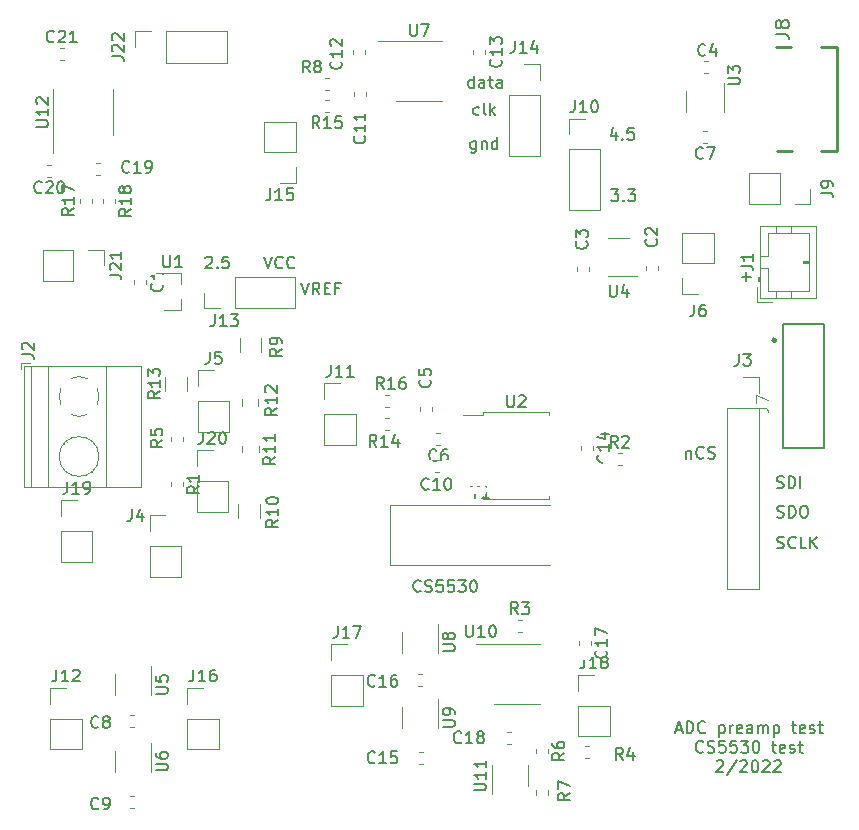
<source format=gto>
G04 #@! TF.GenerationSoftware,KiCad,Pcbnew,(5.1.5-0)*
G04 #@! TF.CreationDate,2022-02-24T14:37:53-07:00*
G04 #@! TF.ProjectId,adc_preamp,6164635f-7072-4656-916d-702e6b696361,rev?*
G04 #@! TF.SameCoordinates,Original*
G04 #@! TF.FileFunction,Legend,Top*
G04 #@! TF.FilePolarity,Positive*
%FSLAX46Y46*%
G04 Gerber Fmt 4.6, Leading zero omitted, Abs format (unit mm)*
G04 Created by KiCad (PCBNEW (5.1.5-0)) date 2022-02-24 14:37:53*
%MOMM*%
%LPD*%
G04 APERTURE LIST*
%ADD10C,0.150000*%
%ADD11C,0.120000*%
%ADD12C,0.254000*%
%ADD13C,0.127000*%
%ADD14C,0.300000*%
%ADD15C,0.152000*%
%ADD16C,0.015000*%
%ADD17C,0.100000*%
%ADD18O,1.802000X1.802000*%
%ADD19R,1.802000X1.802000*%
%ADD20R,0.752000X1.322000*%
%ADD21R,1.002000X0.902000*%
%ADD22O,1.852000X1.302000*%
%ADD23R,0.752000X1.162000*%
%ADD24O,1.902000X1.202000*%
%ADD25R,1.602000X0.902000*%
%ADD26R,1.602000X0.862000*%
%ADD27R,1.602000X0.802000*%
%ADD28R,1.310000X1.310000*%
%ADD29C,1.310000*%
%ADD30R,5.602000X2.102000*%
%ADD31C,2.702000*%
%ADD32R,2.702000X2.702000*%
%ADD33R,1.162000X0.752000*%
G04 APERTURE END LIST*
D10*
X166233333Y-110416666D02*
X166709523Y-110416666D01*
X166138095Y-110702380D02*
X166471428Y-109702380D01*
X166804761Y-110702380D01*
X167138095Y-110702380D02*
X167138095Y-109702380D01*
X167376190Y-109702380D01*
X167519047Y-109750000D01*
X167614285Y-109845238D01*
X167661904Y-109940476D01*
X167709523Y-110130952D01*
X167709523Y-110273809D01*
X167661904Y-110464285D01*
X167614285Y-110559523D01*
X167519047Y-110654761D01*
X167376190Y-110702380D01*
X167138095Y-110702380D01*
X168709523Y-110607142D02*
X168661904Y-110654761D01*
X168519047Y-110702380D01*
X168423809Y-110702380D01*
X168280952Y-110654761D01*
X168185714Y-110559523D01*
X168138095Y-110464285D01*
X168090476Y-110273809D01*
X168090476Y-110130952D01*
X168138095Y-109940476D01*
X168185714Y-109845238D01*
X168280952Y-109750000D01*
X168423809Y-109702380D01*
X168519047Y-109702380D01*
X168661904Y-109750000D01*
X168709523Y-109797619D01*
X169900000Y-110035714D02*
X169900000Y-111035714D01*
X169900000Y-110083333D02*
X169995238Y-110035714D01*
X170185714Y-110035714D01*
X170280952Y-110083333D01*
X170328571Y-110130952D01*
X170376190Y-110226190D01*
X170376190Y-110511904D01*
X170328571Y-110607142D01*
X170280952Y-110654761D01*
X170185714Y-110702380D01*
X169995238Y-110702380D01*
X169900000Y-110654761D01*
X170804761Y-110702380D02*
X170804761Y-110035714D01*
X170804761Y-110226190D02*
X170852380Y-110130952D01*
X170900000Y-110083333D01*
X170995238Y-110035714D01*
X171090476Y-110035714D01*
X171804761Y-110654761D02*
X171709523Y-110702380D01*
X171519047Y-110702380D01*
X171423809Y-110654761D01*
X171376190Y-110559523D01*
X171376190Y-110178571D01*
X171423809Y-110083333D01*
X171519047Y-110035714D01*
X171709523Y-110035714D01*
X171804761Y-110083333D01*
X171852380Y-110178571D01*
X171852380Y-110273809D01*
X171376190Y-110369047D01*
X172709523Y-110702380D02*
X172709523Y-110178571D01*
X172661904Y-110083333D01*
X172566666Y-110035714D01*
X172376190Y-110035714D01*
X172280952Y-110083333D01*
X172709523Y-110654761D02*
X172614285Y-110702380D01*
X172376190Y-110702380D01*
X172280952Y-110654761D01*
X172233333Y-110559523D01*
X172233333Y-110464285D01*
X172280952Y-110369047D01*
X172376190Y-110321428D01*
X172614285Y-110321428D01*
X172709523Y-110273809D01*
X173185714Y-110702380D02*
X173185714Y-110035714D01*
X173185714Y-110130952D02*
X173233333Y-110083333D01*
X173328571Y-110035714D01*
X173471428Y-110035714D01*
X173566666Y-110083333D01*
X173614285Y-110178571D01*
X173614285Y-110702380D01*
X173614285Y-110178571D02*
X173661904Y-110083333D01*
X173757142Y-110035714D01*
X173900000Y-110035714D01*
X173995238Y-110083333D01*
X174042857Y-110178571D01*
X174042857Y-110702380D01*
X174519047Y-110035714D02*
X174519047Y-111035714D01*
X174519047Y-110083333D02*
X174614285Y-110035714D01*
X174804761Y-110035714D01*
X174900000Y-110083333D01*
X174947619Y-110130952D01*
X174995238Y-110226190D01*
X174995238Y-110511904D01*
X174947619Y-110607142D01*
X174900000Y-110654761D01*
X174804761Y-110702380D01*
X174614285Y-110702380D01*
X174519047Y-110654761D01*
X176042857Y-110035714D02*
X176423809Y-110035714D01*
X176185714Y-109702380D02*
X176185714Y-110559523D01*
X176233333Y-110654761D01*
X176328571Y-110702380D01*
X176423809Y-110702380D01*
X177138095Y-110654761D02*
X177042857Y-110702380D01*
X176852380Y-110702380D01*
X176757142Y-110654761D01*
X176709523Y-110559523D01*
X176709523Y-110178571D01*
X176757142Y-110083333D01*
X176852380Y-110035714D01*
X177042857Y-110035714D01*
X177138095Y-110083333D01*
X177185714Y-110178571D01*
X177185714Y-110273809D01*
X176709523Y-110369047D01*
X177566666Y-110654761D02*
X177661904Y-110702380D01*
X177852380Y-110702380D01*
X177947619Y-110654761D01*
X177995238Y-110559523D01*
X177995238Y-110511904D01*
X177947619Y-110416666D01*
X177852380Y-110369047D01*
X177709523Y-110369047D01*
X177614285Y-110321428D01*
X177566666Y-110226190D01*
X177566666Y-110178571D01*
X177614285Y-110083333D01*
X177709523Y-110035714D01*
X177852380Y-110035714D01*
X177947619Y-110083333D01*
X178280952Y-110035714D02*
X178661904Y-110035714D01*
X178423809Y-109702380D02*
X178423809Y-110559523D01*
X178471428Y-110654761D01*
X178566666Y-110702380D01*
X178661904Y-110702380D01*
X168542857Y-112257142D02*
X168495238Y-112304761D01*
X168352380Y-112352380D01*
X168257142Y-112352380D01*
X168114285Y-112304761D01*
X168019047Y-112209523D01*
X167971428Y-112114285D01*
X167923809Y-111923809D01*
X167923809Y-111780952D01*
X167971428Y-111590476D01*
X168019047Y-111495238D01*
X168114285Y-111400000D01*
X168257142Y-111352380D01*
X168352380Y-111352380D01*
X168495238Y-111400000D01*
X168542857Y-111447619D01*
X168923809Y-112304761D02*
X169066666Y-112352380D01*
X169304761Y-112352380D01*
X169400000Y-112304761D01*
X169447619Y-112257142D01*
X169495238Y-112161904D01*
X169495238Y-112066666D01*
X169447619Y-111971428D01*
X169400000Y-111923809D01*
X169304761Y-111876190D01*
X169114285Y-111828571D01*
X169019047Y-111780952D01*
X168971428Y-111733333D01*
X168923809Y-111638095D01*
X168923809Y-111542857D01*
X168971428Y-111447619D01*
X169019047Y-111400000D01*
X169114285Y-111352380D01*
X169352380Y-111352380D01*
X169495238Y-111400000D01*
X170400000Y-111352380D02*
X169923809Y-111352380D01*
X169876190Y-111828571D01*
X169923809Y-111780952D01*
X170019047Y-111733333D01*
X170257142Y-111733333D01*
X170352380Y-111780952D01*
X170400000Y-111828571D01*
X170447619Y-111923809D01*
X170447619Y-112161904D01*
X170400000Y-112257142D01*
X170352380Y-112304761D01*
X170257142Y-112352380D01*
X170019047Y-112352380D01*
X169923809Y-112304761D01*
X169876190Y-112257142D01*
X171352380Y-111352380D02*
X170876190Y-111352380D01*
X170828571Y-111828571D01*
X170876190Y-111780952D01*
X170971428Y-111733333D01*
X171209523Y-111733333D01*
X171304761Y-111780952D01*
X171352380Y-111828571D01*
X171400000Y-111923809D01*
X171400000Y-112161904D01*
X171352380Y-112257142D01*
X171304761Y-112304761D01*
X171209523Y-112352380D01*
X170971428Y-112352380D01*
X170876190Y-112304761D01*
X170828571Y-112257142D01*
X171733333Y-111352380D02*
X172352380Y-111352380D01*
X172019047Y-111733333D01*
X172161904Y-111733333D01*
X172257142Y-111780952D01*
X172304761Y-111828571D01*
X172352380Y-111923809D01*
X172352380Y-112161904D01*
X172304761Y-112257142D01*
X172257142Y-112304761D01*
X172161904Y-112352380D01*
X171876190Y-112352380D01*
X171780952Y-112304761D01*
X171733333Y-112257142D01*
X172971428Y-111352380D02*
X173066666Y-111352380D01*
X173161904Y-111400000D01*
X173209523Y-111447619D01*
X173257142Y-111542857D01*
X173304761Y-111733333D01*
X173304761Y-111971428D01*
X173257142Y-112161904D01*
X173209523Y-112257142D01*
X173161904Y-112304761D01*
X173066666Y-112352380D01*
X172971428Y-112352380D01*
X172876190Y-112304761D01*
X172828571Y-112257142D01*
X172780952Y-112161904D01*
X172733333Y-111971428D01*
X172733333Y-111733333D01*
X172780952Y-111542857D01*
X172828571Y-111447619D01*
X172876190Y-111400000D01*
X172971428Y-111352380D01*
X174352380Y-111685714D02*
X174733333Y-111685714D01*
X174495238Y-111352380D02*
X174495238Y-112209523D01*
X174542857Y-112304761D01*
X174638095Y-112352380D01*
X174733333Y-112352380D01*
X175447619Y-112304761D02*
X175352380Y-112352380D01*
X175161904Y-112352380D01*
X175066666Y-112304761D01*
X175019047Y-112209523D01*
X175019047Y-111828571D01*
X175066666Y-111733333D01*
X175161904Y-111685714D01*
X175352380Y-111685714D01*
X175447619Y-111733333D01*
X175495238Y-111828571D01*
X175495238Y-111923809D01*
X175019047Y-112019047D01*
X175876190Y-112304761D02*
X175971428Y-112352380D01*
X176161904Y-112352380D01*
X176257142Y-112304761D01*
X176304761Y-112209523D01*
X176304761Y-112161904D01*
X176257142Y-112066666D01*
X176161904Y-112019047D01*
X176019047Y-112019047D01*
X175923809Y-111971428D01*
X175876190Y-111876190D01*
X175876190Y-111828571D01*
X175923809Y-111733333D01*
X176019047Y-111685714D01*
X176161904Y-111685714D01*
X176257142Y-111733333D01*
X176590476Y-111685714D02*
X176971428Y-111685714D01*
X176733333Y-111352380D02*
X176733333Y-112209523D01*
X176780952Y-112304761D01*
X176876190Y-112352380D01*
X176971428Y-112352380D01*
X169685714Y-113097619D02*
X169733333Y-113050000D01*
X169828571Y-113002380D01*
X170066666Y-113002380D01*
X170161904Y-113050000D01*
X170209523Y-113097619D01*
X170257142Y-113192857D01*
X170257142Y-113288095D01*
X170209523Y-113430952D01*
X169638095Y-114002380D01*
X170257142Y-114002380D01*
X171400000Y-112954761D02*
X170542857Y-114240476D01*
X171685714Y-113097619D02*
X171733333Y-113050000D01*
X171828571Y-113002380D01*
X172066666Y-113002380D01*
X172161904Y-113050000D01*
X172209523Y-113097619D01*
X172257142Y-113192857D01*
X172257142Y-113288095D01*
X172209523Y-113430952D01*
X171638095Y-114002380D01*
X172257142Y-114002380D01*
X172876190Y-113002380D02*
X172971428Y-113002380D01*
X173066666Y-113050000D01*
X173114285Y-113097619D01*
X173161904Y-113192857D01*
X173209523Y-113383333D01*
X173209523Y-113621428D01*
X173161904Y-113811904D01*
X173114285Y-113907142D01*
X173066666Y-113954761D01*
X172971428Y-114002380D01*
X172876190Y-114002380D01*
X172780952Y-113954761D01*
X172733333Y-113907142D01*
X172685714Y-113811904D01*
X172638095Y-113621428D01*
X172638095Y-113383333D01*
X172685714Y-113192857D01*
X172733333Y-113097619D01*
X172780952Y-113050000D01*
X172876190Y-113002380D01*
X173590476Y-113097619D02*
X173638095Y-113050000D01*
X173733333Y-113002380D01*
X173971428Y-113002380D01*
X174066666Y-113050000D01*
X174114285Y-113097619D01*
X174161904Y-113192857D01*
X174161904Y-113288095D01*
X174114285Y-113430952D01*
X173542857Y-114002380D01*
X174161904Y-114002380D01*
X174542857Y-113097619D02*
X174590476Y-113050000D01*
X174685714Y-113002380D01*
X174923809Y-113002380D01*
X175019047Y-113050000D01*
X175066666Y-113097619D01*
X175114285Y-113192857D01*
X175114285Y-113288095D01*
X175066666Y-113430952D01*
X174495238Y-114002380D01*
X175114285Y-114002380D01*
X149123809Y-56052380D02*
X149123809Y-55052380D01*
X149123809Y-56004761D02*
X149028571Y-56052380D01*
X148838095Y-56052380D01*
X148742857Y-56004761D01*
X148695238Y-55957142D01*
X148647619Y-55861904D01*
X148647619Y-55576190D01*
X148695238Y-55480952D01*
X148742857Y-55433333D01*
X148838095Y-55385714D01*
X149028571Y-55385714D01*
X149123809Y-55433333D01*
X150028571Y-56052380D02*
X150028571Y-55528571D01*
X149980952Y-55433333D01*
X149885714Y-55385714D01*
X149695238Y-55385714D01*
X149600000Y-55433333D01*
X150028571Y-56004761D02*
X149933333Y-56052380D01*
X149695238Y-56052380D01*
X149600000Y-56004761D01*
X149552380Y-55909523D01*
X149552380Y-55814285D01*
X149600000Y-55719047D01*
X149695238Y-55671428D01*
X149933333Y-55671428D01*
X150028571Y-55623809D01*
X150361904Y-55385714D02*
X150742857Y-55385714D01*
X150504761Y-55052380D02*
X150504761Y-55909523D01*
X150552380Y-56004761D01*
X150647619Y-56052380D01*
X150742857Y-56052380D01*
X151504761Y-56052380D02*
X151504761Y-55528571D01*
X151457142Y-55433333D01*
X151361904Y-55385714D01*
X151171428Y-55385714D01*
X151076190Y-55433333D01*
X151504761Y-56004761D02*
X151409523Y-56052380D01*
X151171428Y-56052380D01*
X151076190Y-56004761D01*
X151028571Y-55909523D01*
X151028571Y-55814285D01*
X151076190Y-55719047D01*
X151171428Y-55671428D01*
X151409523Y-55671428D01*
X151504761Y-55623809D01*
X149571428Y-58304761D02*
X149476190Y-58352380D01*
X149285714Y-58352380D01*
X149190476Y-58304761D01*
X149142857Y-58257142D01*
X149095238Y-58161904D01*
X149095238Y-57876190D01*
X149142857Y-57780952D01*
X149190476Y-57733333D01*
X149285714Y-57685714D01*
X149476190Y-57685714D01*
X149571428Y-57733333D01*
X150142857Y-58352380D02*
X150047619Y-58304761D01*
X150000000Y-58209523D01*
X150000000Y-57352380D01*
X150523809Y-58352380D02*
X150523809Y-57352380D01*
X150619047Y-57971428D02*
X150904761Y-58352380D01*
X150904761Y-57685714D02*
X150523809Y-58066666D01*
X149309523Y-60585714D02*
X149309523Y-61395238D01*
X149261904Y-61490476D01*
X149214285Y-61538095D01*
X149119047Y-61585714D01*
X148976190Y-61585714D01*
X148880952Y-61538095D01*
X149309523Y-61204761D02*
X149214285Y-61252380D01*
X149023809Y-61252380D01*
X148928571Y-61204761D01*
X148880952Y-61157142D01*
X148833333Y-61061904D01*
X148833333Y-60776190D01*
X148880952Y-60680952D01*
X148928571Y-60633333D01*
X149023809Y-60585714D01*
X149214285Y-60585714D01*
X149309523Y-60633333D01*
X149785714Y-60585714D02*
X149785714Y-61252380D01*
X149785714Y-60680952D02*
X149833333Y-60633333D01*
X149928571Y-60585714D01*
X150071428Y-60585714D01*
X150166666Y-60633333D01*
X150214285Y-60728571D01*
X150214285Y-61252380D01*
X151119047Y-61252380D02*
X151119047Y-60252380D01*
X151119047Y-61204761D02*
X151023809Y-61252380D01*
X150833333Y-61252380D01*
X150738095Y-61204761D01*
X150690476Y-61157142D01*
X150642857Y-61061904D01*
X150642857Y-60776190D01*
X150690476Y-60680952D01*
X150738095Y-60633333D01*
X150833333Y-60585714D01*
X151023809Y-60585714D01*
X151119047Y-60633333D01*
X161176190Y-59785714D02*
X161176190Y-60452380D01*
X160938095Y-59404761D02*
X160700000Y-60119047D01*
X161319047Y-60119047D01*
X161700000Y-60357142D02*
X161747619Y-60404761D01*
X161700000Y-60452380D01*
X161652380Y-60404761D01*
X161700000Y-60357142D01*
X161700000Y-60452380D01*
X162652380Y-59452380D02*
X162176190Y-59452380D01*
X162128571Y-59928571D01*
X162176190Y-59880952D01*
X162271428Y-59833333D01*
X162509523Y-59833333D01*
X162604761Y-59880952D01*
X162652380Y-59928571D01*
X162700000Y-60023809D01*
X162700000Y-60261904D01*
X162652380Y-60357142D01*
X162604761Y-60404761D01*
X162509523Y-60452380D01*
X162271428Y-60452380D01*
X162176190Y-60404761D01*
X162128571Y-60357142D01*
X160752380Y-64652380D02*
X161371428Y-64652380D01*
X161038095Y-65033333D01*
X161180952Y-65033333D01*
X161276190Y-65080952D01*
X161323809Y-65128571D01*
X161371428Y-65223809D01*
X161371428Y-65461904D01*
X161323809Y-65557142D01*
X161276190Y-65604761D01*
X161180952Y-65652380D01*
X160895238Y-65652380D01*
X160800000Y-65604761D01*
X160752380Y-65557142D01*
X161800000Y-65557142D02*
X161847619Y-65604761D01*
X161800000Y-65652380D01*
X161752380Y-65604761D01*
X161800000Y-65557142D01*
X161800000Y-65652380D01*
X162180952Y-64652380D02*
X162800000Y-64652380D01*
X162466666Y-65033333D01*
X162609523Y-65033333D01*
X162704761Y-65080952D01*
X162752380Y-65128571D01*
X162800000Y-65223809D01*
X162800000Y-65461904D01*
X162752380Y-65557142D01*
X162704761Y-65604761D01*
X162609523Y-65652380D01*
X162323809Y-65652380D01*
X162228571Y-65604761D01*
X162180952Y-65557142D01*
X134485714Y-72552380D02*
X134819047Y-73552380D01*
X135152380Y-72552380D01*
X136057142Y-73552380D02*
X135723809Y-73076190D01*
X135485714Y-73552380D02*
X135485714Y-72552380D01*
X135866666Y-72552380D01*
X135961904Y-72600000D01*
X136009523Y-72647619D01*
X136057142Y-72742857D01*
X136057142Y-72885714D01*
X136009523Y-72980952D01*
X135961904Y-73028571D01*
X135866666Y-73076190D01*
X135485714Y-73076190D01*
X136485714Y-73028571D02*
X136819047Y-73028571D01*
X136961904Y-73552380D02*
X136485714Y-73552380D01*
X136485714Y-72552380D01*
X136961904Y-72552380D01*
X137723809Y-73028571D02*
X137390476Y-73028571D01*
X137390476Y-73552380D02*
X137390476Y-72552380D01*
X137866666Y-72552380D01*
X131366666Y-70352380D02*
X131700000Y-71352380D01*
X132033333Y-70352380D01*
X132938095Y-71257142D02*
X132890476Y-71304761D01*
X132747619Y-71352380D01*
X132652380Y-71352380D01*
X132509523Y-71304761D01*
X132414285Y-71209523D01*
X132366666Y-71114285D01*
X132319047Y-70923809D01*
X132319047Y-70780952D01*
X132366666Y-70590476D01*
X132414285Y-70495238D01*
X132509523Y-70400000D01*
X132652380Y-70352380D01*
X132747619Y-70352380D01*
X132890476Y-70400000D01*
X132938095Y-70447619D01*
X133938095Y-71257142D02*
X133890476Y-71304761D01*
X133747619Y-71352380D01*
X133652380Y-71352380D01*
X133509523Y-71304761D01*
X133414285Y-71209523D01*
X133366666Y-71114285D01*
X133319047Y-70923809D01*
X133319047Y-70780952D01*
X133366666Y-70590476D01*
X133414285Y-70495238D01*
X133509523Y-70400000D01*
X133652380Y-70352380D01*
X133747619Y-70352380D01*
X133890476Y-70400000D01*
X133938095Y-70447619D01*
X126400000Y-70447619D02*
X126447619Y-70400000D01*
X126542857Y-70352380D01*
X126780952Y-70352380D01*
X126876190Y-70400000D01*
X126923809Y-70447619D01*
X126971428Y-70542857D01*
X126971428Y-70638095D01*
X126923809Y-70780952D01*
X126352380Y-71352380D01*
X126971428Y-71352380D01*
X127400000Y-71257142D02*
X127447619Y-71304761D01*
X127400000Y-71352380D01*
X127352380Y-71304761D01*
X127400000Y-71257142D01*
X127400000Y-71352380D01*
X128352380Y-70352380D02*
X127876190Y-70352380D01*
X127828571Y-70828571D01*
X127876190Y-70780952D01*
X127971428Y-70733333D01*
X128209523Y-70733333D01*
X128304761Y-70780952D01*
X128352380Y-70828571D01*
X128400000Y-70923809D01*
X128400000Y-71161904D01*
X128352380Y-71257142D01*
X128304761Y-71304761D01*
X128209523Y-71352380D01*
X127971428Y-71352380D01*
X127876190Y-71304761D01*
X127828571Y-71257142D01*
X174809523Y-95004761D02*
X174952380Y-95052380D01*
X175190476Y-95052380D01*
X175285714Y-95004761D01*
X175333333Y-94957142D01*
X175380952Y-94861904D01*
X175380952Y-94766666D01*
X175333333Y-94671428D01*
X175285714Y-94623809D01*
X175190476Y-94576190D01*
X175000000Y-94528571D01*
X174904761Y-94480952D01*
X174857142Y-94433333D01*
X174809523Y-94338095D01*
X174809523Y-94242857D01*
X174857142Y-94147619D01*
X174904761Y-94100000D01*
X175000000Y-94052380D01*
X175238095Y-94052380D01*
X175380952Y-94100000D01*
X176380952Y-94957142D02*
X176333333Y-95004761D01*
X176190476Y-95052380D01*
X176095238Y-95052380D01*
X175952380Y-95004761D01*
X175857142Y-94909523D01*
X175809523Y-94814285D01*
X175761904Y-94623809D01*
X175761904Y-94480952D01*
X175809523Y-94290476D01*
X175857142Y-94195238D01*
X175952380Y-94100000D01*
X176095238Y-94052380D01*
X176190476Y-94052380D01*
X176333333Y-94100000D01*
X176380952Y-94147619D01*
X177285714Y-95052380D02*
X176809523Y-95052380D01*
X176809523Y-94052380D01*
X177619047Y-95052380D02*
X177619047Y-94052380D01*
X178190476Y-95052380D02*
X177761904Y-94480952D01*
X178190476Y-94052380D02*
X177619047Y-94623809D01*
X174790476Y-92404761D02*
X174933333Y-92452380D01*
X175171428Y-92452380D01*
X175266666Y-92404761D01*
X175314285Y-92357142D01*
X175361904Y-92261904D01*
X175361904Y-92166666D01*
X175314285Y-92071428D01*
X175266666Y-92023809D01*
X175171428Y-91976190D01*
X174980952Y-91928571D01*
X174885714Y-91880952D01*
X174838095Y-91833333D01*
X174790476Y-91738095D01*
X174790476Y-91642857D01*
X174838095Y-91547619D01*
X174885714Y-91500000D01*
X174980952Y-91452380D01*
X175219047Y-91452380D01*
X175361904Y-91500000D01*
X175790476Y-92452380D02*
X175790476Y-91452380D01*
X176028571Y-91452380D01*
X176171428Y-91500000D01*
X176266666Y-91595238D01*
X176314285Y-91690476D01*
X176361904Y-91880952D01*
X176361904Y-92023809D01*
X176314285Y-92214285D01*
X176266666Y-92309523D01*
X176171428Y-92404761D01*
X176028571Y-92452380D01*
X175790476Y-92452380D01*
X176980952Y-91452380D02*
X177171428Y-91452380D01*
X177266666Y-91500000D01*
X177361904Y-91595238D01*
X177409523Y-91785714D01*
X177409523Y-92119047D01*
X177361904Y-92309523D01*
X177266666Y-92404761D01*
X177171428Y-92452380D01*
X176980952Y-92452380D01*
X176885714Y-92404761D01*
X176790476Y-92309523D01*
X176742857Y-92119047D01*
X176742857Y-91785714D01*
X176790476Y-91595238D01*
X176885714Y-91500000D01*
X176980952Y-91452380D01*
X174776190Y-89904761D02*
X174919047Y-89952380D01*
X175157142Y-89952380D01*
X175252380Y-89904761D01*
X175300000Y-89857142D01*
X175347619Y-89761904D01*
X175347619Y-89666666D01*
X175300000Y-89571428D01*
X175252380Y-89523809D01*
X175157142Y-89476190D01*
X174966666Y-89428571D01*
X174871428Y-89380952D01*
X174823809Y-89333333D01*
X174776190Y-89238095D01*
X174776190Y-89142857D01*
X174823809Y-89047619D01*
X174871428Y-89000000D01*
X174966666Y-88952380D01*
X175204761Y-88952380D01*
X175347619Y-89000000D01*
X175776190Y-89952380D02*
X175776190Y-88952380D01*
X176014285Y-88952380D01*
X176157142Y-89000000D01*
X176252380Y-89095238D01*
X176300000Y-89190476D01*
X176347619Y-89380952D01*
X176347619Y-89523809D01*
X176300000Y-89714285D01*
X176252380Y-89809523D01*
X176157142Y-89904761D01*
X176014285Y-89952380D01*
X175776190Y-89952380D01*
X176776190Y-89952380D02*
X176776190Y-88952380D01*
X167109523Y-86785714D02*
X167109523Y-87452380D01*
X167109523Y-86880952D02*
X167157142Y-86833333D01*
X167252380Y-86785714D01*
X167395238Y-86785714D01*
X167490476Y-86833333D01*
X167538095Y-86928571D01*
X167538095Y-87452380D01*
X168585714Y-87357142D02*
X168538095Y-87404761D01*
X168395238Y-87452380D01*
X168300000Y-87452380D01*
X168157142Y-87404761D01*
X168061904Y-87309523D01*
X168014285Y-87214285D01*
X167966666Y-87023809D01*
X167966666Y-86880952D01*
X168014285Y-86690476D01*
X168061904Y-86595238D01*
X168157142Y-86500000D01*
X168300000Y-86452380D01*
X168395238Y-86452380D01*
X168538095Y-86500000D01*
X168585714Y-86547619D01*
X168966666Y-87404761D02*
X169109523Y-87452380D01*
X169347619Y-87452380D01*
X169442857Y-87404761D01*
X169490476Y-87357142D01*
X169538095Y-87261904D01*
X169538095Y-87166666D01*
X169490476Y-87071428D01*
X169442857Y-87023809D01*
X169347619Y-86976190D01*
X169157142Y-86928571D01*
X169061904Y-86880952D01*
X169014285Y-86833333D01*
X168966666Y-86738095D01*
X168966666Y-86642857D01*
X169014285Y-86547619D01*
X169061904Y-86500000D01*
X169157142Y-86452380D01*
X169395238Y-86452380D01*
X169538095Y-86500000D01*
X144628571Y-98657142D02*
X144580952Y-98704761D01*
X144438095Y-98752380D01*
X144342857Y-98752380D01*
X144200000Y-98704761D01*
X144104761Y-98609523D01*
X144057142Y-98514285D01*
X144009523Y-98323809D01*
X144009523Y-98180952D01*
X144057142Y-97990476D01*
X144104761Y-97895238D01*
X144200000Y-97800000D01*
X144342857Y-97752380D01*
X144438095Y-97752380D01*
X144580952Y-97800000D01*
X144628571Y-97847619D01*
X145009523Y-98704761D02*
X145152380Y-98752380D01*
X145390476Y-98752380D01*
X145485714Y-98704761D01*
X145533333Y-98657142D01*
X145580952Y-98561904D01*
X145580952Y-98466666D01*
X145533333Y-98371428D01*
X145485714Y-98323809D01*
X145390476Y-98276190D01*
X145200000Y-98228571D01*
X145104761Y-98180952D01*
X145057142Y-98133333D01*
X145009523Y-98038095D01*
X145009523Y-97942857D01*
X145057142Y-97847619D01*
X145104761Y-97800000D01*
X145200000Y-97752380D01*
X145438095Y-97752380D01*
X145580952Y-97800000D01*
X146485714Y-97752380D02*
X146009523Y-97752380D01*
X145961904Y-98228571D01*
X146009523Y-98180952D01*
X146104761Y-98133333D01*
X146342857Y-98133333D01*
X146438095Y-98180952D01*
X146485714Y-98228571D01*
X146533333Y-98323809D01*
X146533333Y-98561904D01*
X146485714Y-98657142D01*
X146438095Y-98704761D01*
X146342857Y-98752380D01*
X146104761Y-98752380D01*
X146009523Y-98704761D01*
X145961904Y-98657142D01*
X147438095Y-97752380D02*
X146961904Y-97752380D01*
X146914285Y-98228571D01*
X146961904Y-98180952D01*
X147057142Y-98133333D01*
X147295238Y-98133333D01*
X147390476Y-98180952D01*
X147438095Y-98228571D01*
X147485714Y-98323809D01*
X147485714Y-98561904D01*
X147438095Y-98657142D01*
X147390476Y-98704761D01*
X147295238Y-98752380D01*
X147057142Y-98752380D01*
X146961904Y-98704761D01*
X146914285Y-98657142D01*
X147819047Y-97752380D02*
X148438095Y-97752380D01*
X148104761Y-98133333D01*
X148247619Y-98133333D01*
X148342857Y-98180952D01*
X148390476Y-98228571D01*
X148438095Y-98323809D01*
X148438095Y-98561904D01*
X148390476Y-98657142D01*
X148342857Y-98704761D01*
X148247619Y-98752380D01*
X147961904Y-98752380D01*
X147866666Y-98704761D01*
X147819047Y-98657142D01*
X149057142Y-97752380D02*
X149152380Y-97752380D01*
X149247619Y-97800000D01*
X149295238Y-97847619D01*
X149342857Y-97942857D01*
X149390476Y-98133333D01*
X149390476Y-98371428D01*
X149342857Y-98561904D01*
X149295238Y-98657142D01*
X149247619Y-98704761D01*
X149152380Y-98752380D01*
X149057142Y-98752380D01*
X148961904Y-98704761D01*
X148914285Y-98657142D01*
X148866666Y-98561904D01*
X148819047Y-98371428D01*
X148819047Y-98133333D01*
X148866666Y-97942857D01*
X148914285Y-97847619D01*
X148961904Y-97800000D01*
X149057142Y-97752380D01*
X171819047Y-72071428D02*
X172580952Y-72071428D01*
X172200000Y-72452380D02*
X172200000Y-71690476D01*
D11*
X113460000Y-58150000D02*
X113460000Y-61600000D01*
X113460000Y-58150000D02*
X113460000Y-56200000D01*
X118580000Y-58150000D02*
X118580000Y-60100000D01*
X118580000Y-58150000D02*
X118580000Y-56200000D01*
X117690000Y-65503733D02*
X117690000Y-65846267D01*
X118710000Y-65503733D02*
X118710000Y-65846267D01*
X115790000Y-65503733D02*
X115790000Y-65846267D01*
X116810000Y-65503733D02*
X116810000Y-65846267D01*
X120470000Y-52600000D02*
X120470000Y-51270000D01*
X120470000Y-51270000D02*
X121800000Y-51270000D01*
X123070000Y-51270000D02*
X128210000Y-51270000D01*
X128210000Y-53930000D02*
X128210000Y-51270000D01*
X123070000Y-53930000D02*
X128210000Y-53930000D01*
X123070000Y-53930000D02*
X123070000Y-51270000D01*
X117830000Y-69770000D02*
X117830000Y-71100000D01*
X116500000Y-69770000D02*
X117830000Y-69770000D01*
X115230000Y-69770000D02*
X115230000Y-72430000D01*
X115230000Y-72430000D02*
X112630000Y-72430000D01*
X115230000Y-69770000D02*
X112630000Y-69770000D01*
X112630000Y-69770000D02*
X112630000Y-72430000D01*
X114053733Y-53710000D02*
X114396267Y-53710000D01*
X114053733Y-52690000D02*
X114396267Y-52690000D01*
X113346267Y-62590000D02*
X113003733Y-62590000D01*
X113346267Y-63610000D02*
X113003733Y-63610000D01*
X117446267Y-62390000D02*
X117103733Y-62390000D01*
X117446267Y-63410000D02*
X117103733Y-63410000D01*
X125670000Y-86770000D02*
X127000000Y-86770000D01*
X125670000Y-88100000D02*
X125670000Y-86770000D01*
X125670000Y-89370000D02*
X128330000Y-89370000D01*
X128330000Y-89370000D02*
X128330000Y-91970000D01*
X125670000Y-89370000D02*
X125670000Y-91970000D01*
X125670000Y-91970000D02*
X128330000Y-91970000D01*
X114170000Y-90970000D02*
X115500000Y-90970000D01*
X114170000Y-92300000D02*
X114170000Y-90970000D01*
X114170000Y-93570000D02*
X116830000Y-93570000D01*
X116830000Y-93570000D02*
X116830000Y-96170000D01*
X114170000Y-93570000D02*
X114170000Y-96170000D01*
X114170000Y-96170000D02*
X116830000Y-96170000D01*
X150640000Y-113430000D02*
X150640000Y-115860000D01*
X153710000Y-115190000D02*
X153710000Y-113430000D01*
X152800000Y-103140000D02*
X149350000Y-103140000D01*
X152800000Y-103140000D02*
X154750000Y-103140000D01*
X152800000Y-108260000D02*
X150850000Y-108260000D01*
X152800000Y-108260000D02*
X154750000Y-108260000D01*
X146110000Y-110280000D02*
X146110000Y-107850000D01*
X143040000Y-108520000D02*
X143040000Y-110280000D01*
X146110000Y-103880000D02*
X146110000Y-101450000D01*
X143040000Y-102120000D02*
X143040000Y-103880000D01*
X121810000Y-113980000D02*
X121810000Y-111550000D01*
X118740000Y-112220000D02*
X118740000Y-113980000D01*
X121810000Y-107480000D02*
X121810000Y-105050000D01*
X118740000Y-105720000D02*
X118740000Y-107480000D01*
X154390000Y-115553733D02*
X154390000Y-115896267D01*
X155410000Y-115553733D02*
X155410000Y-115896267D01*
X154390000Y-112028733D02*
X154390000Y-112371267D01*
X155410000Y-112028733D02*
X155410000Y-112371267D01*
X158553733Y-112810000D02*
X158896267Y-112810000D01*
X158553733Y-111790000D02*
X158896267Y-111790000D01*
X152853733Y-102110000D02*
X153196267Y-102110000D01*
X152853733Y-101090000D02*
X153196267Y-101090000D01*
X157970000Y-105770000D02*
X159300000Y-105770000D01*
X157970000Y-107100000D02*
X157970000Y-105770000D01*
X157970000Y-108370000D02*
X160630000Y-108370000D01*
X160630000Y-108370000D02*
X160630000Y-110970000D01*
X157970000Y-108370000D02*
X157970000Y-110970000D01*
X157970000Y-110970000D02*
X160630000Y-110970000D01*
X137070000Y-103170000D02*
X138400000Y-103170000D01*
X137070000Y-104500000D02*
X137070000Y-103170000D01*
X137070000Y-105770000D02*
X139730000Y-105770000D01*
X139730000Y-105770000D02*
X139730000Y-108370000D01*
X137070000Y-105770000D02*
X137070000Y-108370000D01*
X137070000Y-108370000D02*
X139730000Y-108370000D01*
X124870000Y-106870000D02*
X126200000Y-106870000D01*
X124870000Y-108200000D02*
X124870000Y-106870000D01*
X124870000Y-109470000D02*
X127530000Y-109470000D01*
X127530000Y-109470000D02*
X127530000Y-112070000D01*
X124870000Y-109470000D02*
X124870000Y-112070000D01*
X124870000Y-112070000D02*
X127530000Y-112070000D01*
X113270000Y-106870000D02*
X114600000Y-106870000D01*
X113270000Y-108200000D02*
X113270000Y-106870000D01*
X113270000Y-109470000D02*
X115930000Y-109470000D01*
X115930000Y-109470000D02*
X115930000Y-112070000D01*
X113270000Y-109470000D02*
X113270000Y-112070000D01*
X113270000Y-112070000D02*
X115930000Y-112070000D01*
X136470000Y-81070000D02*
X137800000Y-81070000D01*
X136470000Y-82400000D02*
X136470000Y-81070000D01*
X136470000Y-83670000D02*
X139130000Y-83670000D01*
X139130000Y-83670000D02*
X139130000Y-86270000D01*
X136470000Y-83670000D02*
X136470000Y-86270000D01*
X136470000Y-86270000D02*
X139130000Y-86270000D01*
X152246267Y-110590000D02*
X151903733Y-110590000D01*
X152246267Y-111610000D02*
X151903733Y-111610000D01*
X157990000Y-102903733D02*
X157990000Y-103246267D01*
X159010000Y-102903733D02*
X159010000Y-103246267D01*
X144771267Y-105690000D02*
X144428733Y-105690000D01*
X144771267Y-106710000D02*
X144428733Y-106710000D01*
X144796267Y-112290000D02*
X144453733Y-112290000D01*
X144796267Y-113310000D02*
X144453733Y-113310000D01*
X120371267Y-115990000D02*
X120028733Y-115990000D01*
X120371267Y-117010000D02*
X120028733Y-117010000D01*
X120346267Y-109190000D02*
X120003733Y-109190000D01*
X120346267Y-110210000D02*
X120003733Y-110210000D01*
X134030000Y-64130000D02*
X132700000Y-64130000D01*
X134030000Y-62800000D02*
X134030000Y-64130000D01*
X134030000Y-61530000D02*
X131370000Y-61530000D01*
X131370000Y-61530000D02*
X131370000Y-58930000D01*
X134030000Y-61530000D02*
X134030000Y-58930000D01*
X134030000Y-58930000D02*
X131370000Y-58930000D01*
X144490000Y-52060000D02*
X141040000Y-52060000D01*
X144490000Y-52060000D02*
X146440000Y-52060000D01*
X144490000Y-57180000D02*
X142540000Y-57180000D01*
X144490000Y-57180000D02*
X146440000Y-57180000D01*
X124360000Y-74880000D02*
X122900000Y-74880000D01*
X124360000Y-71720000D02*
X122200000Y-71720000D01*
X124360000Y-71720000D02*
X124360000Y-72650000D01*
X124360000Y-74880000D02*
X124360000Y-73950000D01*
X136871267Y-57090000D02*
X136528733Y-57090000D01*
X136871267Y-58110000D02*
X136528733Y-58110000D01*
X129490000Y-86413748D02*
X129490000Y-86936252D01*
X130910000Y-86413748D02*
X130910000Y-86936252D01*
X136846267Y-55190000D02*
X136503733Y-55190000D01*
X136846267Y-56210000D02*
X136503733Y-56210000D01*
X124510000Y-85971267D02*
X124510000Y-85628733D01*
X123490000Y-85971267D02*
X123490000Y-85628733D01*
X153400000Y-54070000D02*
X154730000Y-54070000D01*
X154730000Y-54070000D02*
X154730000Y-55400000D01*
X154730000Y-56670000D02*
X154730000Y-61810000D01*
X152070000Y-61810000D02*
X154730000Y-61810000D01*
X152070000Y-56670000D02*
X152070000Y-61810000D01*
X152070000Y-56670000D02*
X154730000Y-56670000D01*
X168100000Y-73530000D02*
X166770000Y-73530000D01*
X166770000Y-73530000D02*
X166770000Y-72200000D01*
X166770000Y-70930000D02*
X166770000Y-68330000D01*
X169430000Y-68330000D02*
X166770000Y-68330000D01*
X169430000Y-70930000D02*
X169430000Y-68330000D01*
X169430000Y-70930000D02*
X166770000Y-70930000D01*
X171900000Y-80570000D02*
X173230000Y-80570000D01*
X173230000Y-80570000D02*
X173230000Y-81900000D01*
X173230000Y-83170000D02*
X173230000Y-98470000D01*
X170570000Y-98470000D02*
X173230000Y-98470000D01*
X170570000Y-83170000D02*
X170570000Y-98470000D01*
X170570000Y-83170000D02*
X173230000Y-83170000D01*
X173090000Y-74160000D02*
X174340000Y-74160000D01*
X173090000Y-72910000D02*
X173090000Y-74160000D01*
X177500000Y-70800000D02*
X177000000Y-70800000D01*
X177000000Y-70700000D02*
X177500000Y-70700000D01*
X177000000Y-70900000D02*
X177000000Y-70700000D01*
X177500000Y-70900000D02*
X177000000Y-70900000D01*
X176000000Y-67740000D02*
X176000000Y-68350000D01*
X174700000Y-67740000D02*
X174700000Y-68350000D01*
X176000000Y-73860000D02*
X176000000Y-73250000D01*
X174700000Y-73860000D02*
X174700000Y-73250000D01*
X174000000Y-70300000D02*
X173390000Y-70300000D01*
X174000000Y-68350000D02*
X174000000Y-70300000D01*
X177500000Y-68350000D02*
X174000000Y-68350000D01*
X177500000Y-73250000D02*
X177500000Y-68350000D01*
X174000000Y-73250000D02*
X177500000Y-73250000D01*
X174000000Y-71300000D02*
X174000000Y-73250000D01*
X173390000Y-71300000D02*
X174000000Y-71300000D01*
X173290000Y-72100000D02*
X173290000Y-72400000D01*
X173190000Y-72400000D02*
X173390000Y-72400000D01*
X173190000Y-72100000D02*
X173190000Y-72400000D01*
X173390000Y-72100000D02*
X173190000Y-72100000D01*
X173390000Y-67740000D02*
X173390000Y-73860000D01*
X178110000Y-67740000D02*
X173390000Y-67740000D01*
X178110000Y-73860000D02*
X178110000Y-67740000D01*
X173390000Y-73860000D02*
X178110000Y-73860000D01*
X158190000Y-86353733D02*
X158190000Y-86696267D01*
X159210000Y-86353733D02*
X159210000Y-86696267D01*
X149090000Y-52853733D02*
X149090000Y-53196267D01*
X150110000Y-52853733D02*
X150110000Y-53196267D01*
X138890000Y-52853733D02*
X138890000Y-53196267D01*
X139910000Y-52853733D02*
X139910000Y-53196267D01*
X140010000Y-56746267D02*
X140010000Y-56403733D01*
X138990000Y-56746267D02*
X138990000Y-56403733D01*
X146296267Y-85290000D02*
X145953733Y-85290000D01*
X146296267Y-86310000D02*
X145953733Y-86310000D01*
X120390000Y-72328733D02*
X120390000Y-72671267D01*
X121410000Y-72328733D02*
X121410000Y-72671267D01*
X170310000Y-58100000D02*
X170310000Y-55650000D01*
X167090000Y-56300000D02*
X167090000Y-58100000D01*
X126270000Y-74730000D02*
X126270000Y-73400000D01*
X127600000Y-74730000D02*
X126270000Y-74730000D01*
X128870000Y-74730000D02*
X128870000Y-72070000D01*
X128870000Y-72070000D02*
X134010000Y-72070000D01*
X128870000Y-74730000D02*
X134010000Y-74730000D01*
X134010000Y-74730000D02*
X134010000Y-72070000D01*
X157170000Y-58670000D02*
X158500000Y-58670000D01*
X157170000Y-60000000D02*
X157170000Y-58670000D01*
X157170000Y-61270000D02*
X159830000Y-61270000D01*
X159830000Y-61270000D02*
X159830000Y-66410000D01*
X157170000Y-61270000D02*
X157170000Y-66410000D01*
X157170000Y-66410000D02*
X159830000Y-66410000D01*
X177630000Y-64600000D02*
X177630000Y-65930000D01*
X177630000Y-65930000D02*
X176300000Y-65930000D01*
X175030000Y-65930000D02*
X172430000Y-65930000D01*
X172430000Y-63270000D02*
X172430000Y-65930000D01*
X175030000Y-63270000D02*
X172430000Y-63270000D01*
X175030000Y-63270000D02*
X175030000Y-65930000D01*
D12*
X174737000Y-52600000D02*
X175977000Y-52600000D01*
X174785000Y-61400000D02*
X176025000Y-61400000D01*
X179876000Y-52591000D02*
X178525000Y-52591000D01*
X179875000Y-61400000D02*
X178495000Y-61400000D01*
X179875000Y-61410000D02*
X179875000Y-52590000D01*
D11*
X168871267Y-59690000D02*
X168528733Y-59690000D01*
X168871267Y-60710000D02*
X168528733Y-60710000D01*
X168971267Y-53790000D02*
X168628733Y-53790000D01*
X168971267Y-54810000D02*
X168628733Y-54810000D01*
D13*
X178800000Y-76050000D02*
X175300000Y-76050000D01*
X175300000Y-86550000D02*
X178800000Y-86550000D01*
D14*
X174658000Y-77427000D02*
G75*
G03X174658000Y-77427000I-100000J0D01*
G01*
D13*
X175300000Y-76050000D02*
X175300000Y-86550000D01*
X178800000Y-76050000D02*
X178800000Y-86550000D01*
D11*
X125770000Y-79970000D02*
X127100000Y-79970000D01*
X125770000Y-81300000D02*
X125770000Y-79970000D01*
X125770000Y-82570000D02*
X128430000Y-82570000D01*
X128430000Y-82570000D02*
X128430000Y-85170000D01*
X125770000Y-82570000D02*
X125770000Y-85170000D01*
X125770000Y-85170000D02*
X128430000Y-85170000D01*
X121670000Y-92270000D02*
X123000000Y-92270000D01*
X121670000Y-93600000D02*
X121670000Y-92270000D01*
X121670000Y-94870000D02*
X124330000Y-94870000D01*
X124330000Y-94870000D02*
X124330000Y-97470000D01*
X121670000Y-94870000D02*
X121670000Y-97470000D01*
X121670000Y-97470000D02*
X124330000Y-97470000D01*
X142000000Y-96450000D02*
X155600000Y-96450000D01*
X142000000Y-91350000D02*
X142000000Y-96450000D01*
X155600000Y-91350000D02*
X142000000Y-91350000D01*
X149940000Y-83765000D02*
X148250000Y-83765000D01*
X149940000Y-83490000D02*
X149940000Y-83765000D01*
X152700000Y-83490000D02*
X149940000Y-83490000D01*
X155460000Y-83490000D02*
X155460000Y-83765000D01*
X152700000Y-83490000D02*
X155460000Y-83490000D01*
X149940000Y-90910000D02*
X149940000Y-90635000D01*
X152700000Y-90910000D02*
X149940000Y-90910000D01*
X155460000Y-90910000D02*
X155460000Y-90635000D01*
X152700000Y-90910000D02*
X155460000Y-90910000D01*
X161303733Y-88010000D02*
X161646267Y-88010000D01*
X161303733Y-86990000D02*
X161646267Y-86990000D01*
X123490000Y-89453733D02*
X123490000Y-89796267D01*
X124510000Y-89453733D02*
X124510000Y-89796267D01*
X110800000Y-79360000D02*
X110800000Y-79860000D01*
X111540000Y-79360000D02*
X110800000Y-79360000D01*
X114677000Y-86053000D02*
X114631000Y-86006000D01*
X116975000Y-88350000D02*
X116939000Y-88315000D01*
X114461000Y-86246000D02*
X114426000Y-86211000D01*
X116769000Y-88555000D02*
X116723000Y-88508000D01*
X120961000Y-89880000D02*
X111040000Y-89880000D01*
X120961000Y-79600000D02*
X111040000Y-79600000D01*
X111040000Y-79600000D02*
X111040000Y-89880000D01*
X120961000Y-79600000D02*
X120961000Y-89880000D01*
X118001000Y-79600000D02*
X118001000Y-89880000D01*
X113100000Y-79600000D02*
X113100000Y-89880000D01*
X111600000Y-79600000D02*
X111600000Y-89880000D01*
X117380000Y-87280000D02*
G75*
G03X117380000Y-87280000I-1680000J0D01*
G01*
X114019747Y-82228805D02*
G75*
G02X114165000Y-81516000I1680253J28805D01*
G01*
X115016958Y-80664574D02*
G75*
G02X116384000Y-80665000I683042J-1535426D01*
G01*
X117235426Y-81516958D02*
G75*
G02X117235000Y-82884000I-1535426J-683042D01*
G01*
X116383042Y-83735426D02*
G75*
G02X115016000Y-83735000I-683042J1535426D01*
G01*
X114165244Y-82883318D02*
G75*
G02X114020000Y-82200000I1534756J683318D01*
G01*
X129465000Y-82438748D02*
X129465000Y-82961252D01*
X130885000Y-82438748D02*
X130885000Y-82961252D01*
X160500000Y-72010000D02*
X162950000Y-72010000D01*
X162300000Y-68790000D02*
X160500000Y-68790000D01*
X141946267Y-82090000D02*
X141603733Y-82090000D01*
X141946267Y-83110000D02*
X141603733Y-83110000D01*
X141921267Y-83990000D02*
X141578733Y-83990000D01*
X141921267Y-85010000D02*
X141578733Y-85010000D01*
X124810000Y-81714564D02*
X124810000Y-80510436D01*
X122990000Y-81714564D02*
X122990000Y-80510436D01*
X131010000Y-92514564D02*
X131010000Y-91310436D01*
X129190000Y-92514564D02*
X129190000Y-91310436D01*
X131110000Y-78414564D02*
X131110000Y-77210436D01*
X129290000Y-78414564D02*
X129290000Y-77210436D01*
X145853733Y-88610000D02*
X146196267Y-88610000D01*
X145853733Y-87590000D02*
X146196267Y-87590000D01*
X144540000Y-83078733D02*
X144540000Y-83421267D01*
X145560000Y-83078733D02*
X145560000Y-83421267D01*
X158910000Y-71596267D02*
X158910000Y-71253733D01*
X157890000Y-71596267D02*
X157890000Y-71253733D01*
X164710000Y-71496267D02*
X164710000Y-71153733D01*
X163690000Y-71496267D02*
X163690000Y-71153733D01*
D10*
X112072380Y-59388095D02*
X112881904Y-59388095D01*
X112977142Y-59340476D01*
X113024761Y-59292857D01*
X113072380Y-59197619D01*
X113072380Y-59007142D01*
X113024761Y-58911904D01*
X112977142Y-58864285D01*
X112881904Y-58816666D01*
X112072380Y-58816666D01*
X113072380Y-57816666D02*
X113072380Y-58388095D01*
X113072380Y-58102380D02*
X112072380Y-58102380D01*
X112215238Y-58197619D01*
X112310476Y-58292857D01*
X112358095Y-58388095D01*
X112167619Y-57435714D02*
X112120000Y-57388095D01*
X112072380Y-57292857D01*
X112072380Y-57054761D01*
X112120000Y-56959523D01*
X112167619Y-56911904D01*
X112262857Y-56864285D01*
X112358095Y-56864285D01*
X112500952Y-56911904D01*
X113072380Y-57483333D01*
X113072380Y-56864285D01*
X120082380Y-66317857D02*
X119606190Y-66651190D01*
X120082380Y-66889285D02*
X119082380Y-66889285D01*
X119082380Y-66508333D01*
X119130000Y-66413095D01*
X119177619Y-66365476D01*
X119272857Y-66317857D01*
X119415714Y-66317857D01*
X119510952Y-66365476D01*
X119558571Y-66413095D01*
X119606190Y-66508333D01*
X119606190Y-66889285D01*
X120082380Y-65365476D02*
X120082380Y-65936904D01*
X120082380Y-65651190D02*
X119082380Y-65651190D01*
X119225238Y-65746428D01*
X119320476Y-65841666D01*
X119368095Y-65936904D01*
X119510952Y-64794047D02*
X119463333Y-64889285D01*
X119415714Y-64936904D01*
X119320476Y-64984523D01*
X119272857Y-64984523D01*
X119177619Y-64936904D01*
X119130000Y-64889285D01*
X119082380Y-64794047D01*
X119082380Y-64603571D01*
X119130000Y-64508333D01*
X119177619Y-64460714D01*
X119272857Y-64413095D01*
X119320476Y-64413095D01*
X119415714Y-64460714D01*
X119463333Y-64508333D01*
X119510952Y-64603571D01*
X119510952Y-64794047D01*
X119558571Y-64889285D01*
X119606190Y-64936904D01*
X119701428Y-64984523D01*
X119891904Y-64984523D01*
X119987142Y-64936904D01*
X120034761Y-64889285D01*
X120082380Y-64794047D01*
X120082380Y-64603571D01*
X120034761Y-64508333D01*
X119987142Y-64460714D01*
X119891904Y-64413095D01*
X119701428Y-64413095D01*
X119606190Y-64460714D01*
X119558571Y-64508333D01*
X119510952Y-64603571D01*
X115252380Y-66242857D02*
X114776190Y-66576190D01*
X115252380Y-66814285D02*
X114252380Y-66814285D01*
X114252380Y-66433333D01*
X114300000Y-66338095D01*
X114347619Y-66290476D01*
X114442857Y-66242857D01*
X114585714Y-66242857D01*
X114680952Y-66290476D01*
X114728571Y-66338095D01*
X114776190Y-66433333D01*
X114776190Y-66814285D01*
X115252380Y-65290476D02*
X115252380Y-65861904D01*
X115252380Y-65576190D02*
X114252380Y-65576190D01*
X114395238Y-65671428D01*
X114490476Y-65766666D01*
X114538095Y-65861904D01*
X114252380Y-64957142D02*
X114252380Y-64290476D01*
X115252380Y-64719047D01*
X118482380Y-53409523D02*
X119196666Y-53409523D01*
X119339523Y-53457142D01*
X119434761Y-53552380D01*
X119482380Y-53695238D01*
X119482380Y-53790476D01*
X118577619Y-52980952D02*
X118530000Y-52933333D01*
X118482380Y-52838095D01*
X118482380Y-52600000D01*
X118530000Y-52504761D01*
X118577619Y-52457142D01*
X118672857Y-52409523D01*
X118768095Y-52409523D01*
X118910952Y-52457142D01*
X119482380Y-53028571D01*
X119482380Y-52409523D01*
X118577619Y-52028571D02*
X118530000Y-51980952D01*
X118482380Y-51885714D01*
X118482380Y-51647619D01*
X118530000Y-51552380D01*
X118577619Y-51504761D01*
X118672857Y-51457142D01*
X118768095Y-51457142D01*
X118910952Y-51504761D01*
X119482380Y-52076190D01*
X119482380Y-51457142D01*
X118282380Y-71909523D02*
X118996666Y-71909523D01*
X119139523Y-71957142D01*
X119234761Y-72052380D01*
X119282380Y-72195238D01*
X119282380Y-72290476D01*
X118377619Y-71480952D02*
X118330000Y-71433333D01*
X118282380Y-71338095D01*
X118282380Y-71100000D01*
X118330000Y-71004761D01*
X118377619Y-70957142D01*
X118472857Y-70909523D01*
X118568095Y-70909523D01*
X118710952Y-70957142D01*
X119282380Y-71528571D01*
X119282380Y-70909523D01*
X119282380Y-69957142D02*
X119282380Y-70528571D01*
X119282380Y-70242857D02*
X118282380Y-70242857D01*
X118425238Y-70338095D01*
X118520476Y-70433333D01*
X118568095Y-70528571D01*
X113582142Y-52127142D02*
X113534523Y-52174761D01*
X113391666Y-52222380D01*
X113296428Y-52222380D01*
X113153571Y-52174761D01*
X113058333Y-52079523D01*
X113010714Y-51984285D01*
X112963095Y-51793809D01*
X112963095Y-51650952D01*
X113010714Y-51460476D01*
X113058333Y-51365238D01*
X113153571Y-51270000D01*
X113296428Y-51222380D01*
X113391666Y-51222380D01*
X113534523Y-51270000D01*
X113582142Y-51317619D01*
X113963095Y-51317619D02*
X114010714Y-51270000D01*
X114105952Y-51222380D01*
X114344047Y-51222380D01*
X114439285Y-51270000D01*
X114486904Y-51317619D01*
X114534523Y-51412857D01*
X114534523Y-51508095D01*
X114486904Y-51650952D01*
X113915476Y-52222380D01*
X114534523Y-52222380D01*
X115486904Y-52222380D02*
X114915476Y-52222380D01*
X115201190Y-52222380D02*
X115201190Y-51222380D01*
X115105952Y-51365238D01*
X115010714Y-51460476D01*
X114915476Y-51508095D01*
X112532142Y-64887142D02*
X112484523Y-64934761D01*
X112341666Y-64982380D01*
X112246428Y-64982380D01*
X112103571Y-64934761D01*
X112008333Y-64839523D01*
X111960714Y-64744285D01*
X111913095Y-64553809D01*
X111913095Y-64410952D01*
X111960714Y-64220476D01*
X112008333Y-64125238D01*
X112103571Y-64030000D01*
X112246428Y-63982380D01*
X112341666Y-63982380D01*
X112484523Y-64030000D01*
X112532142Y-64077619D01*
X112913095Y-64077619D02*
X112960714Y-64030000D01*
X113055952Y-63982380D01*
X113294047Y-63982380D01*
X113389285Y-64030000D01*
X113436904Y-64077619D01*
X113484523Y-64172857D01*
X113484523Y-64268095D01*
X113436904Y-64410952D01*
X112865476Y-64982380D01*
X113484523Y-64982380D01*
X114103571Y-63982380D02*
X114198809Y-63982380D01*
X114294047Y-64030000D01*
X114341666Y-64077619D01*
X114389285Y-64172857D01*
X114436904Y-64363333D01*
X114436904Y-64601428D01*
X114389285Y-64791904D01*
X114341666Y-64887142D01*
X114294047Y-64934761D01*
X114198809Y-64982380D01*
X114103571Y-64982380D01*
X114008333Y-64934761D01*
X113960714Y-64887142D01*
X113913095Y-64791904D01*
X113865476Y-64601428D01*
X113865476Y-64363333D01*
X113913095Y-64172857D01*
X113960714Y-64077619D01*
X114008333Y-64030000D01*
X114103571Y-63982380D01*
X119957142Y-63157142D02*
X119909523Y-63204761D01*
X119766666Y-63252380D01*
X119671428Y-63252380D01*
X119528571Y-63204761D01*
X119433333Y-63109523D01*
X119385714Y-63014285D01*
X119338095Y-62823809D01*
X119338095Y-62680952D01*
X119385714Y-62490476D01*
X119433333Y-62395238D01*
X119528571Y-62300000D01*
X119671428Y-62252380D01*
X119766666Y-62252380D01*
X119909523Y-62300000D01*
X119957142Y-62347619D01*
X120909523Y-63252380D02*
X120338095Y-63252380D01*
X120623809Y-63252380D02*
X120623809Y-62252380D01*
X120528571Y-62395238D01*
X120433333Y-62490476D01*
X120338095Y-62538095D01*
X121385714Y-63252380D02*
X121576190Y-63252380D01*
X121671428Y-63204761D01*
X121719047Y-63157142D01*
X121814285Y-63014285D01*
X121861904Y-62823809D01*
X121861904Y-62442857D01*
X121814285Y-62347619D01*
X121766666Y-62300000D01*
X121671428Y-62252380D01*
X121480952Y-62252380D01*
X121385714Y-62300000D01*
X121338095Y-62347619D01*
X121290476Y-62442857D01*
X121290476Y-62680952D01*
X121338095Y-62776190D01*
X121385714Y-62823809D01*
X121480952Y-62871428D01*
X121671428Y-62871428D01*
X121766666Y-62823809D01*
X121814285Y-62776190D01*
X121861904Y-62680952D01*
X126190476Y-85222380D02*
X126190476Y-85936666D01*
X126142857Y-86079523D01*
X126047619Y-86174761D01*
X125904761Y-86222380D01*
X125809523Y-86222380D01*
X126619047Y-85317619D02*
X126666666Y-85270000D01*
X126761904Y-85222380D01*
X127000000Y-85222380D01*
X127095238Y-85270000D01*
X127142857Y-85317619D01*
X127190476Y-85412857D01*
X127190476Y-85508095D01*
X127142857Y-85650952D01*
X126571428Y-86222380D01*
X127190476Y-86222380D01*
X127809523Y-85222380D02*
X127904761Y-85222380D01*
X128000000Y-85270000D01*
X128047619Y-85317619D01*
X128095238Y-85412857D01*
X128142857Y-85603333D01*
X128142857Y-85841428D01*
X128095238Y-86031904D01*
X128047619Y-86127142D01*
X128000000Y-86174761D01*
X127904761Y-86222380D01*
X127809523Y-86222380D01*
X127714285Y-86174761D01*
X127666666Y-86127142D01*
X127619047Y-86031904D01*
X127571428Y-85841428D01*
X127571428Y-85603333D01*
X127619047Y-85412857D01*
X127666666Y-85317619D01*
X127714285Y-85270000D01*
X127809523Y-85222380D01*
X114690476Y-89422380D02*
X114690476Y-90136666D01*
X114642857Y-90279523D01*
X114547619Y-90374761D01*
X114404761Y-90422380D01*
X114309523Y-90422380D01*
X115690476Y-90422380D02*
X115119047Y-90422380D01*
X115404761Y-90422380D02*
X115404761Y-89422380D01*
X115309523Y-89565238D01*
X115214285Y-89660476D01*
X115119047Y-89708095D01*
X116166666Y-90422380D02*
X116357142Y-90422380D01*
X116452380Y-90374761D01*
X116500000Y-90327142D01*
X116595238Y-90184285D01*
X116642857Y-89993809D01*
X116642857Y-89612857D01*
X116595238Y-89517619D01*
X116547619Y-89470000D01*
X116452380Y-89422380D01*
X116261904Y-89422380D01*
X116166666Y-89470000D01*
X116119047Y-89517619D01*
X116071428Y-89612857D01*
X116071428Y-89850952D01*
X116119047Y-89946190D01*
X116166666Y-89993809D01*
X116261904Y-90041428D01*
X116452380Y-90041428D01*
X116547619Y-89993809D01*
X116595238Y-89946190D01*
X116642857Y-89850952D01*
X149152380Y-115548095D02*
X149961904Y-115548095D01*
X150057142Y-115500476D01*
X150104761Y-115452857D01*
X150152380Y-115357619D01*
X150152380Y-115167142D01*
X150104761Y-115071904D01*
X150057142Y-115024285D01*
X149961904Y-114976666D01*
X149152380Y-114976666D01*
X150152380Y-113976666D02*
X150152380Y-114548095D01*
X150152380Y-114262380D02*
X149152380Y-114262380D01*
X149295238Y-114357619D01*
X149390476Y-114452857D01*
X149438095Y-114548095D01*
X150152380Y-113024285D02*
X150152380Y-113595714D01*
X150152380Y-113310000D02*
X149152380Y-113310000D01*
X149295238Y-113405238D01*
X149390476Y-113500476D01*
X149438095Y-113595714D01*
X148461904Y-101552380D02*
X148461904Y-102361904D01*
X148509523Y-102457142D01*
X148557142Y-102504761D01*
X148652380Y-102552380D01*
X148842857Y-102552380D01*
X148938095Y-102504761D01*
X148985714Y-102457142D01*
X149033333Y-102361904D01*
X149033333Y-101552380D01*
X150033333Y-102552380D02*
X149461904Y-102552380D01*
X149747619Y-102552380D02*
X149747619Y-101552380D01*
X149652380Y-101695238D01*
X149557142Y-101790476D01*
X149461904Y-101838095D01*
X150652380Y-101552380D02*
X150747619Y-101552380D01*
X150842857Y-101600000D01*
X150890476Y-101647619D01*
X150938095Y-101742857D01*
X150985714Y-101933333D01*
X150985714Y-102171428D01*
X150938095Y-102361904D01*
X150890476Y-102457142D01*
X150842857Y-102504761D01*
X150747619Y-102552380D01*
X150652380Y-102552380D01*
X150557142Y-102504761D01*
X150509523Y-102457142D01*
X150461904Y-102361904D01*
X150414285Y-102171428D01*
X150414285Y-101933333D01*
X150461904Y-101742857D01*
X150509523Y-101647619D01*
X150557142Y-101600000D01*
X150652380Y-101552380D01*
X146502380Y-110161904D02*
X147311904Y-110161904D01*
X147407142Y-110114285D01*
X147454761Y-110066666D01*
X147502380Y-109971428D01*
X147502380Y-109780952D01*
X147454761Y-109685714D01*
X147407142Y-109638095D01*
X147311904Y-109590476D01*
X146502380Y-109590476D01*
X147502380Y-109066666D02*
X147502380Y-108876190D01*
X147454761Y-108780952D01*
X147407142Y-108733333D01*
X147264285Y-108638095D01*
X147073809Y-108590476D01*
X146692857Y-108590476D01*
X146597619Y-108638095D01*
X146550000Y-108685714D01*
X146502380Y-108780952D01*
X146502380Y-108971428D01*
X146550000Y-109066666D01*
X146597619Y-109114285D01*
X146692857Y-109161904D01*
X146930952Y-109161904D01*
X147026190Y-109114285D01*
X147073809Y-109066666D01*
X147121428Y-108971428D01*
X147121428Y-108780952D01*
X147073809Y-108685714D01*
X147026190Y-108638095D01*
X146930952Y-108590476D01*
X146502380Y-103761904D02*
X147311904Y-103761904D01*
X147407142Y-103714285D01*
X147454761Y-103666666D01*
X147502380Y-103571428D01*
X147502380Y-103380952D01*
X147454761Y-103285714D01*
X147407142Y-103238095D01*
X147311904Y-103190476D01*
X146502380Y-103190476D01*
X146930952Y-102571428D02*
X146883333Y-102666666D01*
X146835714Y-102714285D01*
X146740476Y-102761904D01*
X146692857Y-102761904D01*
X146597619Y-102714285D01*
X146550000Y-102666666D01*
X146502380Y-102571428D01*
X146502380Y-102380952D01*
X146550000Y-102285714D01*
X146597619Y-102238095D01*
X146692857Y-102190476D01*
X146740476Y-102190476D01*
X146835714Y-102238095D01*
X146883333Y-102285714D01*
X146930952Y-102380952D01*
X146930952Y-102571428D01*
X146978571Y-102666666D01*
X147026190Y-102714285D01*
X147121428Y-102761904D01*
X147311904Y-102761904D01*
X147407142Y-102714285D01*
X147454761Y-102666666D01*
X147502380Y-102571428D01*
X147502380Y-102380952D01*
X147454761Y-102285714D01*
X147407142Y-102238095D01*
X147311904Y-102190476D01*
X147121428Y-102190476D01*
X147026190Y-102238095D01*
X146978571Y-102285714D01*
X146930952Y-102380952D01*
X122202380Y-113861904D02*
X123011904Y-113861904D01*
X123107142Y-113814285D01*
X123154761Y-113766666D01*
X123202380Y-113671428D01*
X123202380Y-113480952D01*
X123154761Y-113385714D01*
X123107142Y-113338095D01*
X123011904Y-113290476D01*
X122202380Y-113290476D01*
X122202380Y-112385714D02*
X122202380Y-112576190D01*
X122250000Y-112671428D01*
X122297619Y-112719047D01*
X122440476Y-112814285D01*
X122630952Y-112861904D01*
X123011904Y-112861904D01*
X123107142Y-112814285D01*
X123154761Y-112766666D01*
X123202380Y-112671428D01*
X123202380Y-112480952D01*
X123154761Y-112385714D01*
X123107142Y-112338095D01*
X123011904Y-112290476D01*
X122773809Y-112290476D01*
X122678571Y-112338095D01*
X122630952Y-112385714D01*
X122583333Y-112480952D01*
X122583333Y-112671428D01*
X122630952Y-112766666D01*
X122678571Y-112814285D01*
X122773809Y-112861904D01*
X122202380Y-107361904D02*
X123011904Y-107361904D01*
X123107142Y-107314285D01*
X123154761Y-107266666D01*
X123202380Y-107171428D01*
X123202380Y-106980952D01*
X123154761Y-106885714D01*
X123107142Y-106838095D01*
X123011904Y-106790476D01*
X122202380Y-106790476D01*
X122202380Y-105838095D02*
X122202380Y-106314285D01*
X122678571Y-106361904D01*
X122630952Y-106314285D01*
X122583333Y-106219047D01*
X122583333Y-105980952D01*
X122630952Y-105885714D01*
X122678571Y-105838095D01*
X122773809Y-105790476D01*
X123011904Y-105790476D01*
X123107142Y-105838095D01*
X123154761Y-105885714D01*
X123202380Y-105980952D01*
X123202380Y-106219047D01*
X123154761Y-106314285D01*
X123107142Y-106361904D01*
X157252380Y-115766666D02*
X156776190Y-116100000D01*
X157252380Y-116338095D02*
X156252380Y-116338095D01*
X156252380Y-115957142D01*
X156300000Y-115861904D01*
X156347619Y-115814285D01*
X156442857Y-115766666D01*
X156585714Y-115766666D01*
X156680952Y-115814285D01*
X156728571Y-115861904D01*
X156776190Y-115957142D01*
X156776190Y-116338095D01*
X156252380Y-115433333D02*
X156252380Y-114766666D01*
X157252380Y-115195238D01*
X156782380Y-112366666D02*
X156306190Y-112700000D01*
X156782380Y-112938095D02*
X155782380Y-112938095D01*
X155782380Y-112557142D01*
X155830000Y-112461904D01*
X155877619Y-112414285D01*
X155972857Y-112366666D01*
X156115714Y-112366666D01*
X156210952Y-112414285D01*
X156258571Y-112461904D01*
X156306190Y-112557142D01*
X156306190Y-112938095D01*
X155782380Y-111509523D02*
X155782380Y-111700000D01*
X155830000Y-111795238D01*
X155877619Y-111842857D01*
X156020476Y-111938095D01*
X156210952Y-111985714D01*
X156591904Y-111985714D01*
X156687142Y-111938095D01*
X156734761Y-111890476D01*
X156782380Y-111795238D01*
X156782380Y-111604761D01*
X156734761Y-111509523D01*
X156687142Y-111461904D01*
X156591904Y-111414285D01*
X156353809Y-111414285D01*
X156258571Y-111461904D01*
X156210952Y-111509523D01*
X156163333Y-111604761D01*
X156163333Y-111795238D01*
X156210952Y-111890476D01*
X156258571Y-111938095D01*
X156353809Y-111985714D01*
X161733333Y-112952380D02*
X161400000Y-112476190D01*
X161161904Y-112952380D02*
X161161904Y-111952380D01*
X161542857Y-111952380D01*
X161638095Y-112000000D01*
X161685714Y-112047619D01*
X161733333Y-112142857D01*
X161733333Y-112285714D01*
X161685714Y-112380952D01*
X161638095Y-112428571D01*
X161542857Y-112476190D01*
X161161904Y-112476190D01*
X162590476Y-112285714D02*
X162590476Y-112952380D01*
X162352380Y-111904761D02*
X162114285Y-112619047D01*
X162733333Y-112619047D01*
X152858333Y-100622380D02*
X152525000Y-100146190D01*
X152286904Y-100622380D02*
X152286904Y-99622380D01*
X152667857Y-99622380D01*
X152763095Y-99670000D01*
X152810714Y-99717619D01*
X152858333Y-99812857D01*
X152858333Y-99955714D01*
X152810714Y-100050952D01*
X152763095Y-100098571D01*
X152667857Y-100146190D01*
X152286904Y-100146190D01*
X153191666Y-99622380D02*
X153810714Y-99622380D01*
X153477380Y-100003333D01*
X153620238Y-100003333D01*
X153715476Y-100050952D01*
X153763095Y-100098571D01*
X153810714Y-100193809D01*
X153810714Y-100431904D01*
X153763095Y-100527142D01*
X153715476Y-100574761D01*
X153620238Y-100622380D01*
X153334523Y-100622380D01*
X153239285Y-100574761D01*
X153191666Y-100527142D01*
X158490476Y-104222380D02*
X158490476Y-104936666D01*
X158442857Y-105079523D01*
X158347619Y-105174761D01*
X158204761Y-105222380D01*
X158109523Y-105222380D01*
X159490476Y-105222380D02*
X158919047Y-105222380D01*
X159204761Y-105222380D02*
X159204761Y-104222380D01*
X159109523Y-104365238D01*
X159014285Y-104460476D01*
X158919047Y-104508095D01*
X160061904Y-104650952D02*
X159966666Y-104603333D01*
X159919047Y-104555714D01*
X159871428Y-104460476D01*
X159871428Y-104412857D01*
X159919047Y-104317619D01*
X159966666Y-104270000D01*
X160061904Y-104222380D01*
X160252380Y-104222380D01*
X160347619Y-104270000D01*
X160395238Y-104317619D01*
X160442857Y-104412857D01*
X160442857Y-104460476D01*
X160395238Y-104555714D01*
X160347619Y-104603333D01*
X160252380Y-104650952D01*
X160061904Y-104650952D01*
X159966666Y-104698571D01*
X159919047Y-104746190D01*
X159871428Y-104841428D01*
X159871428Y-105031904D01*
X159919047Y-105127142D01*
X159966666Y-105174761D01*
X160061904Y-105222380D01*
X160252380Y-105222380D01*
X160347619Y-105174761D01*
X160395238Y-105127142D01*
X160442857Y-105031904D01*
X160442857Y-104841428D01*
X160395238Y-104746190D01*
X160347619Y-104698571D01*
X160252380Y-104650952D01*
X137590476Y-101622380D02*
X137590476Y-102336666D01*
X137542857Y-102479523D01*
X137447619Y-102574761D01*
X137304761Y-102622380D01*
X137209523Y-102622380D01*
X138590476Y-102622380D02*
X138019047Y-102622380D01*
X138304761Y-102622380D02*
X138304761Y-101622380D01*
X138209523Y-101765238D01*
X138114285Y-101860476D01*
X138019047Y-101908095D01*
X138923809Y-101622380D02*
X139590476Y-101622380D01*
X139161904Y-102622380D01*
X125390476Y-105322380D02*
X125390476Y-106036666D01*
X125342857Y-106179523D01*
X125247619Y-106274761D01*
X125104761Y-106322380D01*
X125009523Y-106322380D01*
X126390476Y-106322380D02*
X125819047Y-106322380D01*
X126104761Y-106322380D02*
X126104761Y-105322380D01*
X126009523Y-105465238D01*
X125914285Y-105560476D01*
X125819047Y-105608095D01*
X127247619Y-105322380D02*
X127057142Y-105322380D01*
X126961904Y-105370000D01*
X126914285Y-105417619D01*
X126819047Y-105560476D01*
X126771428Y-105750952D01*
X126771428Y-106131904D01*
X126819047Y-106227142D01*
X126866666Y-106274761D01*
X126961904Y-106322380D01*
X127152380Y-106322380D01*
X127247619Y-106274761D01*
X127295238Y-106227142D01*
X127342857Y-106131904D01*
X127342857Y-105893809D01*
X127295238Y-105798571D01*
X127247619Y-105750952D01*
X127152380Y-105703333D01*
X126961904Y-105703333D01*
X126866666Y-105750952D01*
X126819047Y-105798571D01*
X126771428Y-105893809D01*
X113790476Y-105322380D02*
X113790476Y-106036666D01*
X113742857Y-106179523D01*
X113647619Y-106274761D01*
X113504761Y-106322380D01*
X113409523Y-106322380D01*
X114790476Y-106322380D02*
X114219047Y-106322380D01*
X114504761Y-106322380D02*
X114504761Y-105322380D01*
X114409523Y-105465238D01*
X114314285Y-105560476D01*
X114219047Y-105608095D01*
X115171428Y-105417619D02*
X115219047Y-105370000D01*
X115314285Y-105322380D01*
X115552380Y-105322380D01*
X115647619Y-105370000D01*
X115695238Y-105417619D01*
X115742857Y-105512857D01*
X115742857Y-105608095D01*
X115695238Y-105750952D01*
X115123809Y-106322380D01*
X115742857Y-106322380D01*
X136990476Y-79522380D02*
X136990476Y-80236666D01*
X136942857Y-80379523D01*
X136847619Y-80474761D01*
X136704761Y-80522380D01*
X136609523Y-80522380D01*
X137990476Y-80522380D02*
X137419047Y-80522380D01*
X137704761Y-80522380D02*
X137704761Y-79522380D01*
X137609523Y-79665238D01*
X137514285Y-79760476D01*
X137419047Y-79808095D01*
X138942857Y-80522380D02*
X138371428Y-80522380D01*
X138657142Y-80522380D02*
X138657142Y-79522380D01*
X138561904Y-79665238D01*
X138466666Y-79760476D01*
X138371428Y-79808095D01*
X148057142Y-111457142D02*
X148009523Y-111504761D01*
X147866666Y-111552380D01*
X147771428Y-111552380D01*
X147628571Y-111504761D01*
X147533333Y-111409523D01*
X147485714Y-111314285D01*
X147438095Y-111123809D01*
X147438095Y-110980952D01*
X147485714Y-110790476D01*
X147533333Y-110695238D01*
X147628571Y-110600000D01*
X147771428Y-110552380D01*
X147866666Y-110552380D01*
X148009523Y-110600000D01*
X148057142Y-110647619D01*
X149009523Y-111552380D02*
X148438095Y-111552380D01*
X148723809Y-111552380D02*
X148723809Y-110552380D01*
X148628571Y-110695238D01*
X148533333Y-110790476D01*
X148438095Y-110838095D01*
X149580952Y-110980952D02*
X149485714Y-110933333D01*
X149438095Y-110885714D01*
X149390476Y-110790476D01*
X149390476Y-110742857D01*
X149438095Y-110647619D01*
X149485714Y-110600000D01*
X149580952Y-110552380D01*
X149771428Y-110552380D01*
X149866666Y-110600000D01*
X149914285Y-110647619D01*
X149961904Y-110742857D01*
X149961904Y-110790476D01*
X149914285Y-110885714D01*
X149866666Y-110933333D01*
X149771428Y-110980952D01*
X149580952Y-110980952D01*
X149485714Y-111028571D01*
X149438095Y-111076190D01*
X149390476Y-111171428D01*
X149390476Y-111361904D01*
X149438095Y-111457142D01*
X149485714Y-111504761D01*
X149580952Y-111552380D01*
X149771428Y-111552380D01*
X149866666Y-111504761D01*
X149914285Y-111457142D01*
X149961904Y-111361904D01*
X149961904Y-111171428D01*
X149914285Y-111076190D01*
X149866666Y-111028571D01*
X149771428Y-110980952D01*
X160287142Y-103717857D02*
X160334761Y-103765476D01*
X160382380Y-103908333D01*
X160382380Y-104003571D01*
X160334761Y-104146428D01*
X160239523Y-104241666D01*
X160144285Y-104289285D01*
X159953809Y-104336904D01*
X159810952Y-104336904D01*
X159620476Y-104289285D01*
X159525238Y-104241666D01*
X159430000Y-104146428D01*
X159382380Y-104003571D01*
X159382380Y-103908333D01*
X159430000Y-103765476D01*
X159477619Y-103717857D01*
X160382380Y-102765476D02*
X160382380Y-103336904D01*
X160382380Y-103051190D02*
X159382380Y-103051190D01*
X159525238Y-103146428D01*
X159620476Y-103241666D01*
X159668095Y-103336904D01*
X159382380Y-102432142D02*
X159382380Y-101765476D01*
X160382380Y-102194047D01*
X140757142Y-106657142D02*
X140709523Y-106704761D01*
X140566666Y-106752380D01*
X140471428Y-106752380D01*
X140328571Y-106704761D01*
X140233333Y-106609523D01*
X140185714Y-106514285D01*
X140138095Y-106323809D01*
X140138095Y-106180952D01*
X140185714Y-105990476D01*
X140233333Y-105895238D01*
X140328571Y-105800000D01*
X140471428Y-105752380D01*
X140566666Y-105752380D01*
X140709523Y-105800000D01*
X140757142Y-105847619D01*
X141709523Y-106752380D02*
X141138095Y-106752380D01*
X141423809Y-106752380D02*
X141423809Y-105752380D01*
X141328571Y-105895238D01*
X141233333Y-105990476D01*
X141138095Y-106038095D01*
X142566666Y-105752380D02*
X142376190Y-105752380D01*
X142280952Y-105800000D01*
X142233333Y-105847619D01*
X142138095Y-105990476D01*
X142090476Y-106180952D01*
X142090476Y-106561904D01*
X142138095Y-106657142D01*
X142185714Y-106704761D01*
X142280952Y-106752380D01*
X142471428Y-106752380D01*
X142566666Y-106704761D01*
X142614285Y-106657142D01*
X142661904Y-106561904D01*
X142661904Y-106323809D01*
X142614285Y-106228571D01*
X142566666Y-106180952D01*
X142471428Y-106133333D01*
X142280952Y-106133333D01*
X142185714Y-106180952D01*
X142138095Y-106228571D01*
X142090476Y-106323809D01*
X140757142Y-113157142D02*
X140709523Y-113204761D01*
X140566666Y-113252380D01*
X140471428Y-113252380D01*
X140328571Y-113204761D01*
X140233333Y-113109523D01*
X140185714Y-113014285D01*
X140138095Y-112823809D01*
X140138095Y-112680952D01*
X140185714Y-112490476D01*
X140233333Y-112395238D01*
X140328571Y-112300000D01*
X140471428Y-112252380D01*
X140566666Y-112252380D01*
X140709523Y-112300000D01*
X140757142Y-112347619D01*
X141709523Y-113252380D02*
X141138095Y-113252380D01*
X141423809Y-113252380D02*
X141423809Y-112252380D01*
X141328571Y-112395238D01*
X141233333Y-112490476D01*
X141138095Y-112538095D01*
X142614285Y-112252380D02*
X142138095Y-112252380D01*
X142090476Y-112728571D01*
X142138095Y-112680952D01*
X142233333Y-112633333D01*
X142471428Y-112633333D01*
X142566666Y-112680952D01*
X142614285Y-112728571D01*
X142661904Y-112823809D01*
X142661904Y-113061904D01*
X142614285Y-113157142D01*
X142566666Y-113204761D01*
X142471428Y-113252380D01*
X142233333Y-113252380D01*
X142138095Y-113204761D01*
X142090476Y-113157142D01*
X117333333Y-117057142D02*
X117285714Y-117104761D01*
X117142857Y-117152380D01*
X117047619Y-117152380D01*
X116904761Y-117104761D01*
X116809523Y-117009523D01*
X116761904Y-116914285D01*
X116714285Y-116723809D01*
X116714285Y-116580952D01*
X116761904Y-116390476D01*
X116809523Y-116295238D01*
X116904761Y-116200000D01*
X117047619Y-116152380D01*
X117142857Y-116152380D01*
X117285714Y-116200000D01*
X117333333Y-116247619D01*
X117809523Y-117152380D02*
X118000000Y-117152380D01*
X118095238Y-117104761D01*
X118142857Y-117057142D01*
X118238095Y-116914285D01*
X118285714Y-116723809D01*
X118285714Y-116342857D01*
X118238095Y-116247619D01*
X118190476Y-116200000D01*
X118095238Y-116152380D01*
X117904761Y-116152380D01*
X117809523Y-116200000D01*
X117761904Y-116247619D01*
X117714285Y-116342857D01*
X117714285Y-116580952D01*
X117761904Y-116676190D01*
X117809523Y-116723809D01*
X117904761Y-116771428D01*
X118095238Y-116771428D01*
X118190476Y-116723809D01*
X118238095Y-116676190D01*
X118285714Y-116580952D01*
X117333333Y-110157142D02*
X117285714Y-110204761D01*
X117142857Y-110252380D01*
X117047619Y-110252380D01*
X116904761Y-110204761D01*
X116809523Y-110109523D01*
X116761904Y-110014285D01*
X116714285Y-109823809D01*
X116714285Y-109680952D01*
X116761904Y-109490476D01*
X116809523Y-109395238D01*
X116904761Y-109300000D01*
X117047619Y-109252380D01*
X117142857Y-109252380D01*
X117285714Y-109300000D01*
X117333333Y-109347619D01*
X117904761Y-109680952D02*
X117809523Y-109633333D01*
X117761904Y-109585714D01*
X117714285Y-109490476D01*
X117714285Y-109442857D01*
X117761904Y-109347619D01*
X117809523Y-109300000D01*
X117904761Y-109252380D01*
X118095238Y-109252380D01*
X118190476Y-109300000D01*
X118238095Y-109347619D01*
X118285714Y-109442857D01*
X118285714Y-109490476D01*
X118238095Y-109585714D01*
X118190476Y-109633333D01*
X118095238Y-109680952D01*
X117904761Y-109680952D01*
X117809523Y-109728571D01*
X117761904Y-109776190D01*
X117714285Y-109871428D01*
X117714285Y-110061904D01*
X117761904Y-110157142D01*
X117809523Y-110204761D01*
X117904761Y-110252380D01*
X118095238Y-110252380D01*
X118190476Y-110204761D01*
X118238095Y-110157142D01*
X118285714Y-110061904D01*
X118285714Y-109871428D01*
X118238095Y-109776190D01*
X118190476Y-109728571D01*
X118095238Y-109680952D01*
X131890476Y-64582380D02*
X131890476Y-65296666D01*
X131842857Y-65439523D01*
X131747619Y-65534761D01*
X131604761Y-65582380D01*
X131509523Y-65582380D01*
X132890476Y-65582380D02*
X132319047Y-65582380D01*
X132604761Y-65582380D02*
X132604761Y-64582380D01*
X132509523Y-64725238D01*
X132414285Y-64820476D01*
X132319047Y-64868095D01*
X133795238Y-64582380D02*
X133319047Y-64582380D01*
X133271428Y-65058571D01*
X133319047Y-65010952D01*
X133414285Y-64963333D01*
X133652380Y-64963333D01*
X133747619Y-65010952D01*
X133795238Y-65058571D01*
X133842857Y-65153809D01*
X133842857Y-65391904D01*
X133795238Y-65487142D01*
X133747619Y-65534761D01*
X133652380Y-65582380D01*
X133414285Y-65582380D01*
X133319047Y-65534761D01*
X133271428Y-65487142D01*
X143728095Y-50672380D02*
X143728095Y-51481904D01*
X143775714Y-51577142D01*
X143823333Y-51624761D01*
X143918571Y-51672380D01*
X144109047Y-51672380D01*
X144204285Y-51624761D01*
X144251904Y-51577142D01*
X144299523Y-51481904D01*
X144299523Y-50672380D01*
X144680476Y-50672380D02*
X145347142Y-50672380D01*
X144918571Y-51672380D01*
X122838095Y-70252380D02*
X122838095Y-71061904D01*
X122885714Y-71157142D01*
X122933333Y-71204761D01*
X123028571Y-71252380D01*
X123219047Y-71252380D01*
X123314285Y-71204761D01*
X123361904Y-71157142D01*
X123409523Y-71061904D01*
X123409523Y-70252380D01*
X124409523Y-71252380D02*
X123838095Y-71252380D01*
X124123809Y-71252380D02*
X124123809Y-70252380D01*
X124028571Y-70395238D01*
X123933333Y-70490476D01*
X123838095Y-70538095D01*
X136057142Y-59482380D02*
X135723809Y-59006190D01*
X135485714Y-59482380D02*
X135485714Y-58482380D01*
X135866666Y-58482380D01*
X135961904Y-58530000D01*
X136009523Y-58577619D01*
X136057142Y-58672857D01*
X136057142Y-58815714D01*
X136009523Y-58910952D01*
X135961904Y-58958571D01*
X135866666Y-59006190D01*
X135485714Y-59006190D01*
X137009523Y-59482380D02*
X136438095Y-59482380D01*
X136723809Y-59482380D02*
X136723809Y-58482380D01*
X136628571Y-58625238D01*
X136533333Y-58720476D01*
X136438095Y-58768095D01*
X137914285Y-58482380D02*
X137438095Y-58482380D01*
X137390476Y-58958571D01*
X137438095Y-58910952D01*
X137533333Y-58863333D01*
X137771428Y-58863333D01*
X137866666Y-58910952D01*
X137914285Y-58958571D01*
X137961904Y-59053809D01*
X137961904Y-59291904D01*
X137914285Y-59387142D01*
X137866666Y-59434761D01*
X137771428Y-59482380D01*
X137533333Y-59482380D01*
X137438095Y-59434761D01*
X137390476Y-59387142D01*
X132302380Y-87317857D02*
X131826190Y-87651190D01*
X132302380Y-87889285D02*
X131302380Y-87889285D01*
X131302380Y-87508333D01*
X131350000Y-87413095D01*
X131397619Y-87365476D01*
X131492857Y-87317857D01*
X131635714Y-87317857D01*
X131730952Y-87365476D01*
X131778571Y-87413095D01*
X131826190Y-87508333D01*
X131826190Y-87889285D01*
X132302380Y-86365476D02*
X132302380Y-86936904D01*
X132302380Y-86651190D02*
X131302380Y-86651190D01*
X131445238Y-86746428D01*
X131540476Y-86841666D01*
X131588095Y-86936904D01*
X132302380Y-85413095D02*
X132302380Y-85984523D01*
X132302380Y-85698809D02*
X131302380Y-85698809D01*
X131445238Y-85794047D01*
X131540476Y-85889285D01*
X131588095Y-85984523D01*
X135233333Y-54752380D02*
X134900000Y-54276190D01*
X134661904Y-54752380D02*
X134661904Y-53752380D01*
X135042857Y-53752380D01*
X135138095Y-53800000D01*
X135185714Y-53847619D01*
X135233333Y-53942857D01*
X135233333Y-54085714D01*
X135185714Y-54180952D01*
X135138095Y-54228571D01*
X135042857Y-54276190D01*
X134661904Y-54276190D01*
X135804761Y-54180952D02*
X135709523Y-54133333D01*
X135661904Y-54085714D01*
X135614285Y-53990476D01*
X135614285Y-53942857D01*
X135661904Y-53847619D01*
X135709523Y-53800000D01*
X135804761Y-53752380D01*
X135995238Y-53752380D01*
X136090476Y-53800000D01*
X136138095Y-53847619D01*
X136185714Y-53942857D01*
X136185714Y-53990476D01*
X136138095Y-54085714D01*
X136090476Y-54133333D01*
X135995238Y-54180952D01*
X135804761Y-54180952D01*
X135709523Y-54228571D01*
X135661904Y-54276190D01*
X135614285Y-54371428D01*
X135614285Y-54561904D01*
X135661904Y-54657142D01*
X135709523Y-54704761D01*
X135804761Y-54752380D01*
X135995238Y-54752380D01*
X136090476Y-54704761D01*
X136138095Y-54657142D01*
X136185714Y-54561904D01*
X136185714Y-54371428D01*
X136138095Y-54276190D01*
X136090476Y-54228571D01*
X135995238Y-54180952D01*
X122752380Y-85866666D02*
X122276190Y-86200000D01*
X122752380Y-86438095D02*
X121752380Y-86438095D01*
X121752380Y-86057142D01*
X121800000Y-85961904D01*
X121847619Y-85914285D01*
X121942857Y-85866666D01*
X122085714Y-85866666D01*
X122180952Y-85914285D01*
X122228571Y-85961904D01*
X122276190Y-86057142D01*
X122276190Y-86438095D01*
X121752380Y-84961904D02*
X121752380Y-85438095D01*
X122228571Y-85485714D01*
X122180952Y-85438095D01*
X122133333Y-85342857D01*
X122133333Y-85104761D01*
X122180952Y-85009523D01*
X122228571Y-84961904D01*
X122323809Y-84914285D01*
X122561904Y-84914285D01*
X122657142Y-84961904D01*
X122704761Y-85009523D01*
X122752380Y-85104761D01*
X122752380Y-85342857D01*
X122704761Y-85438095D01*
X122657142Y-85485714D01*
X152590476Y-52082380D02*
X152590476Y-52796666D01*
X152542857Y-52939523D01*
X152447619Y-53034761D01*
X152304761Y-53082380D01*
X152209523Y-53082380D01*
X153590476Y-53082380D02*
X153019047Y-53082380D01*
X153304761Y-53082380D02*
X153304761Y-52082380D01*
X153209523Y-52225238D01*
X153114285Y-52320476D01*
X153019047Y-52368095D01*
X154447619Y-52415714D02*
X154447619Y-53082380D01*
X154209523Y-52034761D02*
X153971428Y-52749047D01*
X154590476Y-52749047D01*
X167766666Y-74422380D02*
X167766666Y-75136666D01*
X167719047Y-75279523D01*
X167623809Y-75374761D01*
X167480952Y-75422380D01*
X167385714Y-75422380D01*
X168671428Y-74422380D02*
X168480952Y-74422380D01*
X168385714Y-74470000D01*
X168338095Y-74517619D01*
X168242857Y-74660476D01*
X168195238Y-74850952D01*
X168195238Y-75231904D01*
X168242857Y-75327142D01*
X168290476Y-75374761D01*
X168385714Y-75422380D01*
X168576190Y-75422380D01*
X168671428Y-75374761D01*
X168719047Y-75327142D01*
X168766666Y-75231904D01*
X168766666Y-74993809D01*
X168719047Y-74898571D01*
X168671428Y-74850952D01*
X168576190Y-74803333D01*
X168385714Y-74803333D01*
X168290476Y-74850952D01*
X168242857Y-74898571D01*
X168195238Y-74993809D01*
X171566666Y-78582380D02*
X171566666Y-79296666D01*
X171519047Y-79439523D01*
X171423809Y-79534761D01*
X171280952Y-79582380D01*
X171185714Y-79582380D01*
X171947619Y-78582380D02*
X172566666Y-78582380D01*
X172233333Y-78963333D01*
X172376190Y-78963333D01*
X172471428Y-79010952D01*
X172519047Y-79058571D01*
X172566666Y-79153809D01*
X172566666Y-79391904D01*
X172519047Y-79487142D01*
X172471428Y-79534761D01*
X172376190Y-79582380D01*
X172090476Y-79582380D01*
X171995238Y-79534761D01*
X171947619Y-79487142D01*
X171752380Y-71133333D02*
X172466666Y-71133333D01*
X172609523Y-71180952D01*
X172704761Y-71276190D01*
X172752380Y-71419047D01*
X172752380Y-71514285D01*
X172752380Y-70133333D02*
X172752380Y-70704761D01*
X172752380Y-70419047D02*
X171752380Y-70419047D01*
X171895238Y-70514285D01*
X171990476Y-70609523D01*
X172038095Y-70704761D01*
X160487142Y-87167857D02*
X160534761Y-87215476D01*
X160582380Y-87358333D01*
X160582380Y-87453571D01*
X160534761Y-87596428D01*
X160439523Y-87691666D01*
X160344285Y-87739285D01*
X160153809Y-87786904D01*
X160010952Y-87786904D01*
X159820476Y-87739285D01*
X159725238Y-87691666D01*
X159630000Y-87596428D01*
X159582380Y-87453571D01*
X159582380Y-87358333D01*
X159630000Y-87215476D01*
X159677619Y-87167857D01*
X160582380Y-86215476D02*
X160582380Y-86786904D01*
X160582380Y-86501190D02*
X159582380Y-86501190D01*
X159725238Y-86596428D01*
X159820476Y-86691666D01*
X159868095Y-86786904D01*
X159915714Y-85358333D02*
X160582380Y-85358333D01*
X159534761Y-85596428D02*
X160249047Y-85834523D01*
X160249047Y-85215476D01*
X151387142Y-53667857D02*
X151434761Y-53715476D01*
X151482380Y-53858333D01*
X151482380Y-53953571D01*
X151434761Y-54096428D01*
X151339523Y-54191666D01*
X151244285Y-54239285D01*
X151053809Y-54286904D01*
X150910952Y-54286904D01*
X150720476Y-54239285D01*
X150625238Y-54191666D01*
X150530000Y-54096428D01*
X150482380Y-53953571D01*
X150482380Y-53858333D01*
X150530000Y-53715476D01*
X150577619Y-53667857D01*
X151482380Y-52715476D02*
X151482380Y-53286904D01*
X151482380Y-53001190D02*
X150482380Y-53001190D01*
X150625238Y-53096428D01*
X150720476Y-53191666D01*
X150768095Y-53286904D01*
X150482380Y-52382142D02*
X150482380Y-51763095D01*
X150863333Y-52096428D01*
X150863333Y-51953571D01*
X150910952Y-51858333D01*
X150958571Y-51810714D01*
X151053809Y-51763095D01*
X151291904Y-51763095D01*
X151387142Y-51810714D01*
X151434761Y-51858333D01*
X151482380Y-51953571D01*
X151482380Y-52239285D01*
X151434761Y-52334523D01*
X151387142Y-52382142D01*
X137857142Y-53842857D02*
X137904761Y-53890476D01*
X137952380Y-54033333D01*
X137952380Y-54128571D01*
X137904761Y-54271428D01*
X137809523Y-54366666D01*
X137714285Y-54414285D01*
X137523809Y-54461904D01*
X137380952Y-54461904D01*
X137190476Y-54414285D01*
X137095238Y-54366666D01*
X137000000Y-54271428D01*
X136952380Y-54128571D01*
X136952380Y-54033333D01*
X137000000Y-53890476D01*
X137047619Y-53842857D01*
X137952380Y-52890476D02*
X137952380Y-53461904D01*
X137952380Y-53176190D02*
X136952380Y-53176190D01*
X137095238Y-53271428D01*
X137190476Y-53366666D01*
X137238095Y-53461904D01*
X137047619Y-52509523D02*
X137000000Y-52461904D01*
X136952380Y-52366666D01*
X136952380Y-52128571D01*
X137000000Y-52033333D01*
X137047619Y-51985714D01*
X137142857Y-51938095D01*
X137238095Y-51938095D01*
X137380952Y-51985714D01*
X137952380Y-52557142D01*
X137952380Y-51938095D01*
X139857142Y-60142857D02*
X139904761Y-60190476D01*
X139952380Y-60333333D01*
X139952380Y-60428571D01*
X139904761Y-60571428D01*
X139809523Y-60666666D01*
X139714285Y-60714285D01*
X139523809Y-60761904D01*
X139380952Y-60761904D01*
X139190476Y-60714285D01*
X139095238Y-60666666D01*
X139000000Y-60571428D01*
X138952380Y-60428571D01*
X138952380Y-60333333D01*
X139000000Y-60190476D01*
X139047619Y-60142857D01*
X139952380Y-59190476D02*
X139952380Y-59761904D01*
X139952380Y-59476190D02*
X138952380Y-59476190D01*
X139095238Y-59571428D01*
X139190476Y-59666666D01*
X139238095Y-59761904D01*
X139952380Y-58238095D02*
X139952380Y-58809523D01*
X139952380Y-58523809D02*
X138952380Y-58523809D01*
X139095238Y-58619047D01*
X139190476Y-58714285D01*
X139238095Y-58809523D01*
X145958333Y-87587142D02*
X145910714Y-87634761D01*
X145767857Y-87682380D01*
X145672619Y-87682380D01*
X145529761Y-87634761D01*
X145434523Y-87539523D01*
X145386904Y-87444285D01*
X145339285Y-87253809D01*
X145339285Y-87110952D01*
X145386904Y-86920476D01*
X145434523Y-86825238D01*
X145529761Y-86730000D01*
X145672619Y-86682380D01*
X145767857Y-86682380D01*
X145910714Y-86730000D01*
X145958333Y-86777619D01*
X146815476Y-86682380D02*
X146625000Y-86682380D01*
X146529761Y-86730000D01*
X146482142Y-86777619D01*
X146386904Y-86920476D01*
X146339285Y-87110952D01*
X146339285Y-87491904D01*
X146386904Y-87587142D01*
X146434523Y-87634761D01*
X146529761Y-87682380D01*
X146720238Y-87682380D01*
X146815476Y-87634761D01*
X146863095Y-87587142D01*
X146910714Y-87491904D01*
X146910714Y-87253809D01*
X146863095Y-87158571D01*
X146815476Y-87110952D01*
X146720238Y-87063333D01*
X146529761Y-87063333D01*
X146434523Y-87110952D01*
X146386904Y-87158571D01*
X146339285Y-87253809D01*
X122687142Y-72666666D02*
X122734761Y-72714285D01*
X122782380Y-72857142D01*
X122782380Y-72952380D01*
X122734761Y-73095238D01*
X122639523Y-73190476D01*
X122544285Y-73238095D01*
X122353809Y-73285714D01*
X122210952Y-73285714D01*
X122020476Y-73238095D01*
X121925238Y-73190476D01*
X121830000Y-73095238D01*
X121782380Y-72952380D01*
X121782380Y-72857142D01*
X121830000Y-72714285D01*
X121877619Y-72666666D01*
X122782380Y-71714285D02*
X122782380Y-72285714D01*
X122782380Y-72000000D02*
X121782380Y-72000000D01*
X121925238Y-72095238D01*
X122020476Y-72190476D01*
X122068095Y-72285714D01*
X170652380Y-55761904D02*
X171461904Y-55761904D01*
X171557142Y-55714285D01*
X171604761Y-55666666D01*
X171652380Y-55571428D01*
X171652380Y-55380952D01*
X171604761Y-55285714D01*
X171557142Y-55238095D01*
X171461904Y-55190476D01*
X170652380Y-55190476D01*
X170652380Y-54809523D02*
X170652380Y-54190476D01*
X171033333Y-54523809D01*
X171033333Y-54380952D01*
X171080952Y-54285714D01*
X171128571Y-54238095D01*
X171223809Y-54190476D01*
X171461904Y-54190476D01*
X171557142Y-54238095D01*
X171604761Y-54285714D01*
X171652380Y-54380952D01*
X171652380Y-54666666D01*
X171604761Y-54761904D01*
X171557142Y-54809523D01*
X127190476Y-75252380D02*
X127190476Y-75966666D01*
X127142857Y-76109523D01*
X127047619Y-76204761D01*
X126904761Y-76252380D01*
X126809523Y-76252380D01*
X128190476Y-76252380D02*
X127619047Y-76252380D01*
X127904761Y-76252380D02*
X127904761Y-75252380D01*
X127809523Y-75395238D01*
X127714285Y-75490476D01*
X127619047Y-75538095D01*
X128523809Y-75252380D02*
X129142857Y-75252380D01*
X128809523Y-75633333D01*
X128952380Y-75633333D01*
X129047619Y-75680952D01*
X129095238Y-75728571D01*
X129142857Y-75823809D01*
X129142857Y-76061904D01*
X129095238Y-76157142D01*
X129047619Y-76204761D01*
X128952380Y-76252380D01*
X128666666Y-76252380D01*
X128571428Y-76204761D01*
X128523809Y-76157142D01*
X157690476Y-57122380D02*
X157690476Y-57836666D01*
X157642857Y-57979523D01*
X157547619Y-58074761D01*
X157404761Y-58122380D01*
X157309523Y-58122380D01*
X158690476Y-58122380D02*
X158119047Y-58122380D01*
X158404761Y-58122380D02*
X158404761Y-57122380D01*
X158309523Y-57265238D01*
X158214285Y-57360476D01*
X158119047Y-57408095D01*
X159309523Y-57122380D02*
X159404761Y-57122380D01*
X159500000Y-57170000D01*
X159547619Y-57217619D01*
X159595238Y-57312857D01*
X159642857Y-57503333D01*
X159642857Y-57741428D01*
X159595238Y-57931904D01*
X159547619Y-58027142D01*
X159500000Y-58074761D01*
X159404761Y-58122380D01*
X159309523Y-58122380D01*
X159214285Y-58074761D01*
X159166666Y-58027142D01*
X159119047Y-57931904D01*
X159071428Y-57741428D01*
X159071428Y-57503333D01*
X159119047Y-57312857D01*
X159166666Y-57217619D01*
X159214285Y-57170000D01*
X159309523Y-57122380D01*
X178522380Y-64933333D02*
X179236666Y-64933333D01*
X179379523Y-64980952D01*
X179474761Y-65076190D01*
X179522380Y-65219047D01*
X179522380Y-65314285D01*
X179522380Y-64409523D02*
X179522380Y-64219047D01*
X179474761Y-64123809D01*
X179427142Y-64076190D01*
X179284285Y-63980952D01*
X179093809Y-63933333D01*
X178712857Y-63933333D01*
X178617619Y-63980952D01*
X178570000Y-64028571D01*
X178522380Y-64123809D01*
X178522380Y-64314285D01*
X178570000Y-64409523D01*
X178617619Y-64457142D01*
X178712857Y-64504761D01*
X178950952Y-64504761D01*
X179046190Y-64457142D01*
X179093809Y-64409523D01*
X179141428Y-64314285D01*
X179141428Y-64123809D01*
X179093809Y-64028571D01*
X179046190Y-63980952D01*
X178950952Y-63933333D01*
D15*
X174674071Y-51502485D02*
X175490500Y-51502485D01*
X175653785Y-51556914D01*
X175762642Y-51665771D01*
X175817071Y-51829057D01*
X175817071Y-51937914D01*
X175163928Y-50794914D02*
X175109500Y-50903771D01*
X175055071Y-50958200D01*
X174946214Y-51012628D01*
X174891785Y-51012628D01*
X174782928Y-50958200D01*
X174728500Y-50903771D01*
X174674071Y-50794914D01*
X174674071Y-50577200D01*
X174728500Y-50468342D01*
X174782928Y-50413914D01*
X174891785Y-50359485D01*
X174946214Y-50359485D01*
X175055071Y-50413914D01*
X175109500Y-50468342D01*
X175163928Y-50577200D01*
X175163928Y-50794914D01*
X175218357Y-50903771D01*
X175272785Y-50958200D01*
X175381642Y-51012628D01*
X175599357Y-51012628D01*
X175708214Y-50958200D01*
X175762642Y-50903771D01*
X175817071Y-50794914D01*
X175817071Y-50577200D01*
X175762642Y-50468342D01*
X175708214Y-50413914D01*
X175599357Y-50359485D01*
X175381642Y-50359485D01*
X175272785Y-50413914D01*
X175218357Y-50468342D01*
X175163928Y-50577200D01*
D10*
X168533333Y-61987142D02*
X168485714Y-62034761D01*
X168342857Y-62082380D01*
X168247619Y-62082380D01*
X168104761Y-62034761D01*
X168009523Y-61939523D01*
X167961904Y-61844285D01*
X167914285Y-61653809D01*
X167914285Y-61510952D01*
X167961904Y-61320476D01*
X168009523Y-61225238D01*
X168104761Y-61130000D01*
X168247619Y-61082380D01*
X168342857Y-61082380D01*
X168485714Y-61130000D01*
X168533333Y-61177619D01*
X168866666Y-61082380D02*
X169533333Y-61082380D01*
X169104761Y-62082380D01*
X168733333Y-53257142D02*
X168685714Y-53304761D01*
X168542857Y-53352380D01*
X168447619Y-53352380D01*
X168304761Y-53304761D01*
X168209523Y-53209523D01*
X168161904Y-53114285D01*
X168114285Y-52923809D01*
X168114285Y-52780952D01*
X168161904Y-52590476D01*
X168209523Y-52495238D01*
X168304761Y-52400000D01*
X168447619Y-52352380D01*
X168542857Y-52352380D01*
X168685714Y-52400000D01*
X168733333Y-52447619D01*
X169590476Y-52685714D02*
X169590476Y-53352380D01*
X169352380Y-52304761D02*
X169114285Y-53019047D01*
X169733333Y-53019047D01*
D16*
X173021525Y-83149357D02*
X173736013Y-83149357D01*
X173878911Y-83196990D01*
X173974176Y-83292255D01*
X174021808Y-83435152D01*
X174021808Y-83530417D01*
X173021525Y-82768297D02*
X173021525Y-82101442D01*
X174021808Y-82530134D01*
D10*
X126766666Y-78422380D02*
X126766666Y-79136666D01*
X126719047Y-79279523D01*
X126623809Y-79374761D01*
X126480952Y-79422380D01*
X126385714Y-79422380D01*
X127719047Y-78422380D02*
X127242857Y-78422380D01*
X127195238Y-78898571D01*
X127242857Y-78850952D01*
X127338095Y-78803333D01*
X127576190Y-78803333D01*
X127671428Y-78850952D01*
X127719047Y-78898571D01*
X127766666Y-78993809D01*
X127766666Y-79231904D01*
X127719047Y-79327142D01*
X127671428Y-79374761D01*
X127576190Y-79422380D01*
X127338095Y-79422380D01*
X127242857Y-79374761D01*
X127195238Y-79327142D01*
X120166666Y-91752380D02*
X120166666Y-92466666D01*
X120119047Y-92609523D01*
X120023809Y-92704761D01*
X119880952Y-92752380D01*
X119785714Y-92752380D01*
X121071428Y-92085714D02*
X121071428Y-92752380D01*
X120833333Y-91704761D02*
X120595238Y-92419047D01*
X121214285Y-92419047D01*
X149223809Y-90326190D02*
X149223809Y-90802380D01*
X148890476Y-89802380D02*
X149223809Y-90326190D01*
X149557142Y-89802380D01*
X150414285Y-90802380D02*
X149842857Y-90802380D01*
X150128571Y-90802380D02*
X150128571Y-89802380D01*
X150033333Y-89945238D01*
X149938095Y-90040476D01*
X149842857Y-90088095D01*
X151938095Y-82102380D02*
X151938095Y-82911904D01*
X151985714Y-83007142D01*
X152033333Y-83054761D01*
X152128571Y-83102380D01*
X152319047Y-83102380D01*
X152414285Y-83054761D01*
X152461904Y-83007142D01*
X152509523Y-82911904D01*
X152509523Y-82102380D01*
X152938095Y-82197619D02*
X152985714Y-82150000D01*
X153080952Y-82102380D01*
X153319047Y-82102380D01*
X153414285Y-82150000D01*
X153461904Y-82197619D01*
X153509523Y-82292857D01*
X153509523Y-82388095D01*
X153461904Y-82530952D01*
X152890476Y-83102380D01*
X153509523Y-83102380D01*
X161308333Y-86522380D02*
X160975000Y-86046190D01*
X160736904Y-86522380D02*
X160736904Y-85522380D01*
X161117857Y-85522380D01*
X161213095Y-85570000D01*
X161260714Y-85617619D01*
X161308333Y-85712857D01*
X161308333Y-85855714D01*
X161260714Y-85950952D01*
X161213095Y-85998571D01*
X161117857Y-86046190D01*
X160736904Y-86046190D01*
X161689285Y-85617619D02*
X161736904Y-85570000D01*
X161832142Y-85522380D01*
X162070238Y-85522380D01*
X162165476Y-85570000D01*
X162213095Y-85617619D01*
X162260714Y-85712857D01*
X162260714Y-85808095D01*
X162213095Y-85950952D01*
X161641666Y-86522380D01*
X162260714Y-86522380D01*
X125882380Y-89791666D02*
X125406190Y-90125000D01*
X125882380Y-90363095D02*
X124882380Y-90363095D01*
X124882380Y-89982142D01*
X124930000Y-89886904D01*
X124977619Y-89839285D01*
X125072857Y-89791666D01*
X125215714Y-89791666D01*
X125310952Y-89839285D01*
X125358571Y-89886904D01*
X125406190Y-89982142D01*
X125406190Y-90363095D01*
X125882380Y-88839285D02*
X125882380Y-89410714D01*
X125882380Y-89125000D02*
X124882380Y-89125000D01*
X125025238Y-89220238D01*
X125120476Y-89315476D01*
X125168095Y-89410714D01*
X110852380Y-78633333D02*
X111566666Y-78633333D01*
X111709523Y-78680952D01*
X111804761Y-78776190D01*
X111852380Y-78919047D01*
X111852380Y-79014285D01*
X110947619Y-78204761D02*
X110900000Y-78157142D01*
X110852380Y-78061904D01*
X110852380Y-77823809D01*
X110900000Y-77728571D01*
X110947619Y-77680952D01*
X111042857Y-77633333D01*
X111138095Y-77633333D01*
X111280952Y-77680952D01*
X111852380Y-78252380D01*
X111852380Y-77633333D01*
X132427380Y-83167857D02*
X131951190Y-83501190D01*
X132427380Y-83739285D02*
X131427380Y-83739285D01*
X131427380Y-83358333D01*
X131475000Y-83263095D01*
X131522619Y-83215476D01*
X131617857Y-83167857D01*
X131760714Y-83167857D01*
X131855952Y-83215476D01*
X131903571Y-83263095D01*
X131951190Y-83358333D01*
X131951190Y-83739285D01*
X132427380Y-82215476D02*
X132427380Y-82786904D01*
X132427380Y-82501190D02*
X131427380Y-82501190D01*
X131570238Y-82596428D01*
X131665476Y-82691666D01*
X131713095Y-82786904D01*
X131522619Y-81834523D02*
X131475000Y-81786904D01*
X131427380Y-81691666D01*
X131427380Y-81453571D01*
X131475000Y-81358333D01*
X131522619Y-81310714D01*
X131617857Y-81263095D01*
X131713095Y-81263095D01*
X131855952Y-81310714D01*
X132427380Y-81882142D01*
X132427380Y-81263095D01*
X160638095Y-72752380D02*
X160638095Y-73561904D01*
X160685714Y-73657142D01*
X160733333Y-73704761D01*
X160828571Y-73752380D01*
X161019047Y-73752380D01*
X161114285Y-73704761D01*
X161161904Y-73657142D01*
X161209523Y-73561904D01*
X161209523Y-72752380D01*
X162114285Y-73085714D02*
X162114285Y-73752380D01*
X161876190Y-72704761D02*
X161638095Y-73419047D01*
X162257142Y-73419047D01*
X141482142Y-81552380D02*
X141148809Y-81076190D01*
X140910714Y-81552380D02*
X140910714Y-80552380D01*
X141291666Y-80552380D01*
X141386904Y-80600000D01*
X141434523Y-80647619D01*
X141482142Y-80742857D01*
X141482142Y-80885714D01*
X141434523Y-80980952D01*
X141386904Y-81028571D01*
X141291666Y-81076190D01*
X140910714Y-81076190D01*
X142434523Y-81552380D02*
X141863095Y-81552380D01*
X142148809Y-81552380D02*
X142148809Y-80552380D01*
X142053571Y-80695238D01*
X141958333Y-80790476D01*
X141863095Y-80838095D01*
X143291666Y-80552380D02*
X143101190Y-80552380D01*
X143005952Y-80600000D01*
X142958333Y-80647619D01*
X142863095Y-80790476D01*
X142815476Y-80980952D01*
X142815476Y-81361904D01*
X142863095Y-81457142D01*
X142910714Y-81504761D01*
X143005952Y-81552380D01*
X143196428Y-81552380D01*
X143291666Y-81504761D01*
X143339285Y-81457142D01*
X143386904Y-81361904D01*
X143386904Y-81123809D01*
X143339285Y-81028571D01*
X143291666Y-80980952D01*
X143196428Y-80933333D01*
X143005952Y-80933333D01*
X142910714Y-80980952D01*
X142863095Y-81028571D01*
X142815476Y-81123809D01*
X140882142Y-86452380D02*
X140548809Y-85976190D01*
X140310714Y-86452380D02*
X140310714Y-85452380D01*
X140691666Y-85452380D01*
X140786904Y-85500000D01*
X140834523Y-85547619D01*
X140882142Y-85642857D01*
X140882142Y-85785714D01*
X140834523Y-85880952D01*
X140786904Y-85928571D01*
X140691666Y-85976190D01*
X140310714Y-85976190D01*
X141834523Y-86452380D02*
X141263095Y-86452380D01*
X141548809Y-86452380D02*
X141548809Y-85452380D01*
X141453571Y-85595238D01*
X141358333Y-85690476D01*
X141263095Y-85738095D01*
X142691666Y-85785714D02*
X142691666Y-86452380D01*
X142453571Y-85404761D02*
X142215476Y-86119047D01*
X142834523Y-86119047D01*
X122552380Y-81742857D02*
X122076190Y-82076190D01*
X122552380Y-82314285D02*
X121552380Y-82314285D01*
X121552380Y-81933333D01*
X121600000Y-81838095D01*
X121647619Y-81790476D01*
X121742857Y-81742857D01*
X121885714Y-81742857D01*
X121980952Y-81790476D01*
X122028571Y-81838095D01*
X122076190Y-81933333D01*
X122076190Y-82314285D01*
X122552380Y-80790476D02*
X122552380Y-81361904D01*
X122552380Y-81076190D02*
X121552380Y-81076190D01*
X121695238Y-81171428D01*
X121790476Y-81266666D01*
X121838095Y-81361904D01*
X121552380Y-80457142D02*
X121552380Y-79838095D01*
X121933333Y-80171428D01*
X121933333Y-80028571D01*
X121980952Y-79933333D01*
X122028571Y-79885714D01*
X122123809Y-79838095D01*
X122361904Y-79838095D01*
X122457142Y-79885714D01*
X122504761Y-79933333D01*
X122552380Y-80028571D01*
X122552380Y-80314285D01*
X122504761Y-80409523D01*
X122457142Y-80457142D01*
X132552380Y-92642857D02*
X132076190Y-92976190D01*
X132552380Y-93214285D02*
X131552380Y-93214285D01*
X131552380Y-92833333D01*
X131600000Y-92738095D01*
X131647619Y-92690476D01*
X131742857Y-92642857D01*
X131885714Y-92642857D01*
X131980952Y-92690476D01*
X132028571Y-92738095D01*
X132076190Y-92833333D01*
X132076190Y-93214285D01*
X132552380Y-91690476D02*
X132552380Y-92261904D01*
X132552380Y-91976190D02*
X131552380Y-91976190D01*
X131695238Y-92071428D01*
X131790476Y-92166666D01*
X131838095Y-92261904D01*
X131552380Y-91071428D02*
X131552380Y-90976190D01*
X131600000Y-90880952D01*
X131647619Y-90833333D01*
X131742857Y-90785714D01*
X131933333Y-90738095D01*
X132171428Y-90738095D01*
X132361904Y-90785714D01*
X132457142Y-90833333D01*
X132504761Y-90880952D01*
X132552380Y-90976190D01*
X132552380Y-91071428D01*
X132504761Y-91166666D01*
X132457142Y-91214285D01*
X132361904Y-91261904D01*
X132171428Y-91309523D01*
X131933333Y-91309523D01*
X131742857Y-91261904D01*
X131647619Y-91214285D01*
X131600000Y-91166666D01*
X131552380Y-91071428D01*
X132852380Y-78166666D02*
X132376190Y-78500000D01*
X132852380Y-78738095D02*
X131852380Y-78738095D01*
X131852380Y-78357142D01*
X131900000Y-78261904D01*
X131947619Y-78214285D01*
X132042857Y-78166666D01*
X132185714Y-78166666D01*
X132280952Y-78214285D01*
X132328571Y-78261904D01*
X132376190Y-78357142D01*
X132376190Y-78738095D01*
X132852380Y-77690476D02*
X132852380Y-77500000D01*
X132804761Y-77404761D01*
X132757142Y-77357142D01*
X132614285Y-77261904D01*
X132423809Y-77214285D01*
X132042857Y-77214285D01*
X131947619Y-77261904D01*
X131900000Y-77309523D01*
X131852380Y-77404761D01*
X131852380Y-77595238D01*
X131900000Y-77690476D01*
X131947619Y-77738095D01*
X132042857Y-77785714D01*
X132280952Y-77785714D01*
X132376190Y-77738095D01*
X132423809Y-77690476D01*
X132471428Y-77595238D01*
X132471428Y-77404761D01*
X132423809Y-77309523D01*
X132376190Y-77261904D01*
X132280952Y-77214285D01*
X145307142Y-90007142D02*
X145259523Y-90054761D01*
X145116666Y-90102380D01*
X145021428Y-90102380D01*
X144878571Y-90054761D01*
X144783333Y-89959523D01*
X144735714Y-89864285D01*
X144688095Y-89673809D01*
X144688095Y-89530952D01*
X144735714Y-89340476D01*
X144783333Y-89245238D01*
X144878571Y-89150000D01*
X145021428Y-89102380D01*
X145116666Y-89102380D01*
X145259523Y-89150000D01*
X145307142Y-89197619D01*
X146259523Y-90102380D02*
X145688095Y-90102380D01*
X145973809Y-90102380D02*
X145973809Y-89102380D01*
X145878571Y-89245238D01*
X145783333Y-89340476D01*
X145688095Y-89388095D01*
X146878571Y-89102380D02*
X146973809Y-89102380D01*
X147069047Y-89150000D01*
X147116666Y-89197619D01*
X147164285Y-89292857D01*
X147211904Y-89483333D01*
X147211904Y-89721428D01*
X147164285Y-89911904D01*
X147116666Y-90007142D01*
X147069047Y-90054761D01*
X146973809Y-90102380D01*
X146878571Y-90102380D01*
X146783333Y-90054761D01*
X146735714Y-90007142D01*
X146688095Y-89911904D01*
X146640476Y-89721428D01*
X146640476Y-89483333D01*
X146688095Y-89292857D01*
X146735714Y-89197619D01*
X146783333Y-89150000D01*
X146878571Y-89102380D01*
X145407142Y-80791666D02*
X145454761Y-80839285D01*
X145502380Y-80982142D01*
X145502380Y-81077380D01*
X145454761Y-81220238D01*
X145359523Y-81315476D01*
X145264285Y-81363095D01*
X145073809Y-81410714D01*
X144930952Y-81410714D01*
X144740476Y-81363095D01*
X144645238Y-81315476D01*
X144550000Y-81220238D01*
X144502380Y-81077380D01*
X144502380Y-80982142D01*
X144550000Y-80839285D01*
X144597619Y-80791666D01*
X144502380Y-79886904D02*
X144502380Y-80363095D01*
X144978571Y-80410714D01*
X144930952Y-80363095D01*
X144883333Y-80267857D01*
X144883333Y-80029761D01*
X144930952Y-79934523D01*
X144978571Y-79886904D01*
X145073809Y-79839285D01*
X145311904Y-79839285D01*
X145407142Y-79886904D01*
X145454761Y-79934523D01*
X145502380Y-80029761D01*
X145502380Y-80267857D01*
X145454761Y-80363095D01*
X145407142Y-80410714D01*
X158657142Y-69066666D02*
X158704761Y-69114285D01*
X158752380Y-69257142D01*
X158752380Y-69352380D01*
X158704761Y-69495238D01*
X158609523Y-69590476D01*
X158514285Y-69638095D01*
X158323809Y-69685714D01*
X158180952Y-69685714D01*
X157990476Y-69638095D01*
X157895238Y-69590476D01*
X157800000Y-69495238D01*
X157752380Y-69352380D01*
X157752380Y-69257142D01*
X157800000Y-69114285D01*
X157847619Y-69066666D01*
X157752380Y-68733333D02*
X157752380Y-68114285D01*
X158133333Y-68447619D01*
X158133333Y-68304761D01*
X158180952Y-68209523D01*
X158228571Y-68161904D01*
X158323809Y-68114285D01*
X158561904Y-68114285D01*
X158657142Y-68161904D01*
X158704761Y-68209523D01*
X158752380Y-68304761D01*
X158752380Y-68590476D01*
X158704761Y-68685714D01*
X158657142Y-68733333D01*
X164557142Y-68866666D02*
X164604761Y-68914285D01*
X164652380Y-69057142D01*
X164652380Y-69152380D01*
X164604761Y-69295238D01*
X164509523Y-69390476D01*
X164414285Y-69438095D01*
X164223809Y-69485714D01*
X164080952Y-69485714D01*
X163890476Y-69438095D01*
X163795238Y-69390476D01*
X163700000Y-69295238D01*
X163652380Y-69152380D01*
X163652380Y-69057142D01*
X163700000Y-68914285D01*
X163747619Y-68866666D01*
X163747619Y-68485714D02*
X163700000Y-68438095D01*
X163652380Y-68342857D01*
X163652380Y-68104761D01*
X163700000Y-68009523D01*
X163747619Y-67961904D01*
X163842857Y-67914285D01*
X163938095Y-67914285D01*
X164080952Y-67961904D01*
X164652380Y-68533333D01*
X164652380Y-67914285D01*
%LPC*%
D17*
G36*
X114307702Y-54649845D02*
G01*
X114324738Y-54652372D01*
X114341445Y-54656557D01*
X114357661Y-54662359D01*
X114373230Y-54669723D01*
X114388003Y-54678577D01*
X114401836Y-54688837D01*
X114414597Y-54700403D01*
X114426163Y-54713164D01*
X114436423Y-54726997D01*
X114445277Y-54741770D01*
X114452641Y-54757339D01*
X114458443Y-54773555D01*
X114462628Y-54790262D01*
X114465155Y-54807298D01*
X114466000Y-54824500D01*
X114466000Y-56225500D01*
X114465155Y-56242702D01*
X114462628Y-56259738D01*
X114458443Y-56276445D01*
X114452641Y-56292661D01*
X114445277Y-56308230D01*
X114436423Y-56323003D01*
X114426163Y-56336836D01*
X114414597Y-56349597D01*
X114401836Y-56361163D01*
X114388003Y-56371423D01*
X114373230Y-56380277D01*
X114357661Y-56387641D01*
X114341445Y-56393443D01*
X114324738Y-56397628D01*
X114307702Y-56400155D01*
X114290500Y-56401000D01*
X113939500Y-56401000D01*
X113922298Y-56400155D01*
X113905262Y-56397628D01*
X113888555Y-56393443D01*
X113872339Y-56387641D01*
X113856770Y-56380277D01*
X113841997Y-56371423D01*
X113828164Y-56361163D01*
X113815403Y-56349597D01*
X113803837Y-56336836D01*
X113793577Y-56323003D01*
X113784723Y-56308230D01*
X113777359Y-56292661D01*
X113771557Y-56276445D01*
X113767372Y-56259738D01*
X113764845Y-56242702D01*
X113764000Y-56225500D01*
X113764000Y-54824500D01*
X113764845Y-54807298D01*
X113767372Y-54790262D01*
X113771557Y-54773555D01*
X113777359Y-54757339D01*
X113784723Y-54741770D01*
X113793577Y-54726997D01*
X113803837Y-54713164D01*
X113815403Y-54700403D01*
X113828164Y-54688837D01*
X113841997Y-54678577D01*
X113856770Y-54669723D01*
X113872339Y-54662359D01*
X113888555Y-54656557D01*
X113905262Y-54652372D01*
X113922298Y-54649845D01*
X113939500Y-54649000D01*
X114290500Y-54649000D01*
X114307702Y-54649845D01*
G37*
G36*
X115577702Y-54649845D02*
G01*
X115594738Y-54652372D01*
X115611445Y-54656557D01*
X115627661Y-54662359D01*
X115643230Y-54669723D01*
X115658003Y-54678577D01*
X115671836Y-54688837D01*
X115684597Y-54700403D01*
X115696163Y-54713164D01*
X115706423Y-54726997D01*
X115715277Y-54741770D01*
X115722641Y-54757339D01*
X115728443Y-54773555D01*
X115732628Y-54790262D01*
X115735155Y-54807298D01*
X115736000Y-54824500D01*
X115736000Y-56225500D01*
X115735155Y-56242702D01*
X115732628Y-56259738D01*
X115728443Y-56276445D01*
X115722641Y-56292661D01*
X115715277Y-56308230D01*
X115706423Y-56323003D01*
X115696163Y-56336836D01*
X115684597Y-56349597D01*
X115671836Y-56361163D01*
X115658003Y-56371423D01*
X115643230Y-56380277D01*
X115627661Y-56387641D01*
X115611445Y-56393443D01*
X115594738Y-56397628D01*
X115577702Y-56400155D01*
X115560500Y-56401000D01*
X115209500Y-56401000D01*
X115192298Y-56400155D01*
X115175262Y-56397628D01*
X115158555Y-56393443D01*
X115142339Y-56387641D01*
X115126770Y-56380277D01*
X115111997Y-56371423D01*
X115098164Y-56361163D01*
X115085403Y-56349597D01*
X115073837Y-56336836D01*
X115063577Y-56323003D01*
X115054723Y-56308230D01*
X115047359Y-56292661D01*
X115041557Y-56276445D01*
X115037372Y-56259738D01*
X115034845Y-56242702D01*
X115034000Y-56225500D01*
X115034000Y-54824500D01*
X115034845Y-54807298D01*
X115037372Y-54790262D01*
X115041557Y-54773555D01*
X115047359Y-54757339D01*
X115054723Y-54741770D01*
X115063577Y-54726997D01*
X115073837Y-54713164D01*
X115085403Y-54700403D01*
X115098164Y-54688837D01*
X115111997Y-54678577D01*
X115126770Y-54669723D01*
X115142339Y-54662359D01*
X115158555Y-54656557D01*
X115175262Y-54652372D01*
X115192298Y-54649845D01*
X115209500Y-54649000D01*
X115560500Y-54649000D01*
X115577702Y-54649845D01*
G37*
G36*
X116847702Y-54649845D02*
G01*
X116864738Y-54652372D01*
X116881445Y-54656557D01*
X116897661Y-54662359D01*
X116913230Y-54669723D01*
X116928003Y-54678577D01*
X116941836Y-54688837D01*
X116954597Y-54700403D01*
X116966163Y-54713164D01*
X116976423Y-54726997D01*
X116985277Y-54741770D01*
X116992641Y-54757339D01*
X116998443Y-54773555D01*
X117002628Y-54790262D01*
X117005155Y-54807298D01*
X117006000Y-54824500D01*
X117006000Y-56225500D01*
X117005155Y-56242702D01*
X117002628Y-56259738D01*
X116998443Y-56276445D01*
X116992641Y-56292661D01*
X116985277Y-56308230D01*
X116976423Y-56323003D01*
X116966163Y-56336836D01*
X116954597Y-56349597D01*
X116941836Y-56361163D01*
X116928003Y-56371423D01*
X116913230Y-56380277D01*
X116897661Y-56387641D01*
X116881445Y-56393443D01*
X116864738Y-56397628D01*
X116847702Y-56400155D01*
X116830500Y-56401000D01*
X116479500Y-56401000D01*
X116462298Y-56400155D01*
X116445262Y-56397628D01*
X116428555Y-56393443D01*
X116412339Y-56387641D01*
X116396770Y-56380277D01*
X116381997Y-56371423D01*
X116368164Y-56361163D01*
X116355403Y-56349597D01*
X116343837Y-56336836D01*
X116333577Y-56323003D01*
X116324723Y-56308230D01*
X116317359Y-56292661D01*
X116311557Y-56276445D01*
X116307372Y-56259738D01*
X116304845Y-56242702D01*
X116304000Y-56225500D01*
X116304000Y-54824500D01*
X116304845Y-54807298D01*
X116307372Y-54790262D01*
X116311557Y-54773555D01*
X116317359Y-54757339D01*
X116324723Y-54741770D01*
X116333577Y-54726997D01*
X116343837Y-54713164D01*
X116355403Y-54700403D01*
X116368164Y-54688837D01*
X116381997Y-54678577D01*
X116396770Y-54669723D01*
X116412339Y-54662359D01*
X116428555Y-54656557D01*
X116445262Y-54652372D01*
X116462298Y-54649845D01*
X116479500Y-54649000D01*
X116830500Y-54649000D01*
X116847702Y-54649845D01*
G37*
G36*
X118117702Y-54649845D02*
G01*
X118134738Y-54652372D01*
X118151445Y-54656557D01*
X118167661Y-54662359D01*
X118183230Y-54669723D01*
X118198003Y-54678577D01*
X118211836Y-54688837D01*
X118224597Y-54700403D01*
X118236163Y-54713164D01*
X118246423Y-54726997D01*
X118255277Y-54741770D01*
X118262641Y-54757339D01*
X118268443Y-54773555D01*
X118272628Y-54790262D01*
X118275155Y-54807298D01*
X118276000Y-54824500D01*
X118276000Y-56225500D01*
X118275155Y-56242702D01*
X118272628Y-56259738D01*
X118268443Y-56276445D01*
X118262641Y-56292661D01*
X118255277Y-56308230D01*
X118246423Y-56323003D01*
X118236163Y-56336836D01*
X118224597Y-56349597D01*
X118211836Y-56361163D01*
X118198003Y-56371423D01*
X118183230Y-56380277D01*
X118167661Y-56387641D01*
X118151445Y-56393443D01*
X118134738Y-56397628D01*
X118117702Y-56400155D01*
X118100500Y-56401000D01*
X117749500Y-56401000D01*
X117732298Y-56400155D01*
X117715262Y-56397628D01*
X117698555Y-56393443D01*
X117682339Y-56387641D01*
X117666770Y-56380277D01*
X117651997Y-56371423D01*
X117638164Y-56361163D01*
X117625403Y-56349597D01*
X117613837Y-56336836D01*
X117603577Y-56323003D01*
X117594723Y-56308230D01*
X117587359Y-56292661D01*
X117581557Y-56276445D01*
X117577372Y-56259738D01*
X117574845Y-56242702D01*
X117574000Y-56225500D01*
X117574000Y-54824500D01*
X117574845Y-54807298D01*
X117577372Y-54790262D01*
X117581557Y-54773555D01*
X117587359Y-54757339D01*
X117594723Y-54741770D01*
X117603577Y-54726997D01*
X117613837Y-54713164D01*
X117625403Y-54700403D01*
X117638164Y-54688837D01*
X117651997Y-54678577D01*
X117666770Y-54669723D01*
X117682339Y-54662359D01*
X117698555Y-54656557D01*
X117715262Y-54652372D01*
X117732298Y-54649845D01*
X117749500Y-54649000D01*
X118100500Y-54649000D01*
X118117702Y-54649845D01*
G37*
G36*
X118117702Y-59899845D02*
G01*
X118134738Y-59902372D01*
X118151445Y-59906557D01*
X118167661Y-59912359D01*
X118183230Y-59919723D01*
X118198003Y-59928577D01*
X118211836Y-59938837D01*
X118224597Y-59950403D01*
X118236163Y-59963164D01*
X118246423Y-59976997D01*
X118255277Y-59991770D01*
X118262641Y-60007339D01*
X118268443Y-60023555D01*
X118272628Y-60040262D01*
X118275155Y-60057298D01*
X118276000Y-60074500D01*
X118276000Y-61475500D01*
X118275155Y-61492702D01*
X118272628Y-61509738D01*
X118268443Y-61526445D01*
X118262641Y-61542661D01*
X118255277Y-61558230D01*
X118246423Y-61573003D01*
X118236163Y-61586836D01*
X118224597Y-61599597D01*
X118211836Y-61611163D01*
X118198003Y-61621423D01*
X118183230Y-61630277D01*
X118167661Y-61637641D01*
X118151445Y-61643443D01*
X118134738Y-61647628D01*
X118117702Y-61650155D01*
X118100500Y-61651000D01*
X117749500Y-61651000D01*
X117732298Y-61650155D01*
X117715262Y-61647628D01*
X117698555Y-61643443D01*
X117682339Y-61637641D01*
X117666770Y-61630277D01*
X117651997Y-61621423D01*
X117638164Y-61611163D01*
X117625403Y-61599597D01*
X117613837Y-61586836D01*
X117603577Y-61573003D01*
X117594723Y-61558230D01*
X117587359Y-61542661D01*
X117581557Y-61526445D01*
X117577372Y-61509738D01*
X117574845Y-61492702D01*
X117574000Y-61475500D01*
X117574000Y-60074500D01*
X117574845Y-60057298D01*
X117577372Y-60040262D01*
X117581557Y-60023555D01*
X117587359Y-60007339D01*
X117594723Y-59991770D01*
X117603577Y-59976997D01*
X117613837Y-59963164D01*
X117625403Y-59950403D01*
X117638164Y-59938837D01*
X117651997Y-59928577D01*
X117666770Y-59919723D01*
X117682339Y-59912359D01*
X117698555Y-59906557D01*
X117715262Y-59902372D01*
X117732298Y-59899845D01*
X117749500Y-59899000D01*
X118100500Y-59899000D01*
X118117702Y-59899845D01*
G37*
G36*
X116847702Y-59899845D02*
G01*
X116864738Y-59902372D01*
X116881445Y-59906557D01*
X116897661Y-59912359D01*
X116913230Y-59919723D01*
X116928003Y-59928577D01*
X116941836Y-59938837D01*
X116954597Y-59950403D01*
X116966163Y-59963164D01*
X116976423Y-59976997D01*
X116985277Y-59991770D01*
X116992641Y-60007339D01*
X116998443Y-60023555D01*
X117002628Y-60040262D01*
X117005155Y-60057298D01*
X117006000Y-60074500D01*
X117006000Y-61475500D01*
X117005155Y-61492702D01*
X117002628Y-61509738D01*
X116998443Y-61526445D01*
X116992641Y-61542661D01*
X116985277Y-61558230D01*
X116976423Y-61573003D01*
X116966163Y-61586836D01*
X116954597Y-61599597D01*
X116941836Y-61611163D01*
X116928003Y-61621423D01*
X116913230Y-61630277D01*
X116897661Y-61637641D01*
X116881445Y-61643443D01*
X116864738Y-61647628D01*
X116847702Y-61650155D01*
X116830500Y-61651000D01*
X116479500Y-61651000D01*
X116462298Y-61650155D01*
X116445262Y-61647628D01*
X116428555Y-61643443D01*
X116412339Y-61637641D01*
X116396770Y-61630277D01*
X116381997Y-61621423D01*
X116368164Y-61611163D01*
X116355403Y-61599597D01*
X116343837Y-61586836D01*
X116333577Y-61573003D01*
X116324723Y-61558230D01*
X116317359Y-61542661D01*
X116311557Y-61526445D01*
X116307372Y-61509738D01*
X116304845Y-61492702D01*
X116304000Y-61475500D01*
X116304000Y-60074500D01*
X116304845Y-60057298D01*
X116307372Y-60040262D01*
X116311557Y-60023555D01*
X116317359Y-60007339D01*
X116324723Y-59991770D01*
X116333577Y-59976997D01*
X116343837Y-59963164D01*
X116355403Y-59950403D01*
X116368164Y-59938837D01*
X116381997Y-59928577D01*
X116396770Y-59919723D01*
X116412339Y-59912359D01*
X116428555Y-59906557D01*
X116445262Y-59902372D01*
X116462298Y-59899845D01*
X116479500Y-59899000D01*
X116830500Y-59899000D01*
X116847702Y-59899845D01*
G37*
G36*
X115577702Y-59899845D02*
G01*
X115594738Y-59902372D01*
X115611445Y-59906557D01*
X115627661Y-59912359D01*
X115643230Y-59919723D01*
X115658003Y-59928577D01*
X115671836Y-59938837D01*
X115684597Y-59950403D01*
X115696163Y-59963164D01*
X115706423Y-59976997D01*
X115715277Y-59991770D01*
X115722641Y-60007339D01*
X115728443Y-60023555D01*
X115732628Y-60040262D01*
X115735155Y-60057298D01*
X115736000Y-60074500D01*
X115736000Y-61475500D01*
X115735155Y-61492702D01*
X115732628Y-61509738D01*
X115728443Y-61526445D01*
X115722641Y-61542661D01*
X115715277Y-61558230D01*
X115706423Y-61573003D01*
X115696163Y-61586836D01*
X115684597Y-61599597D01*
X115671836Y-61611163D01*
X115658003Y-61621423D01*
X115643230Y-61630277D01*
X115627661Y-61637641D01*
X115611445Y-61643443D01*
X115594738Y-61647628D01*
X115577702Y-61650155D01*
X115560500Y-61651000D01*
X115209500Y-61651000D01*
X115192298Y-61650155D01*
X115175262Y-61647628D01*
X115158555Y-61643443D01*
X115142339Y-61637641D01*
X115126770Y-61630277D01*
X115111997Y-61621423D01*
X115098164Y-61611163D01*
X115085403Y-61599597D01*
X115073837Y-61586836D01*
X115063577Y-61573003D01*
X115054723Y-61558230D01*
X115047359Y-61542661D01*
X115041557Y-61526445D01*
X115037372Y-61509738D01*
X115034845Y-61492702D01*
X115034000Y-61475500D01*
X115034000Y-60074500D01*
X115034845Y-60057298D01*
X115037372Y-60040262D01*
X115041557Y-60023555D01*
X115047359Y-60007339D01*
X115054723Y-59991770D01*
X115063577Y-59976997D01*
X115073837Y-59963164D01*
X115085403Y-59950403D01*
X115098164Y-59938837D01*
X115111997Y-59928577D01*
X115126770Y-59919723D01*
X115142339Y-59912359D01*
X115158555Y-59906557D01*
X115175262Y-59902372D01*
X115192298Y-59899845D01*
X115209500Y-59899000D01*
X115560500Y-59899000D01*
X115577702Y-59899845D01*
G37*
G36*
X114307702Y-59899845D02*
G01*
X114324738Y-59902372D01*
X114341445Y-59906557D01*
X114357661Y-59912359D01*
X114373230Y-59919723D01*
X114388003Y-59928577D01*
X114401836Y-59938837D01*
X114414597Y-59950403D01*
X114426163Y-59963164D01*
X114436423Y-59976997D01*
X114445277Y-59991770D01*
X114452641Y-60007339D01*
X114458443Y-60023555D01*
X114462628Y-60040262D01*
X114465155Y-60057298D01*
X114466000Y-60074500D01*
X114466000Y-61475500D01*
X114465155Y-61492702D01*
X114462628Y-61509738D01*
X114458443Y-61526445D01*
X114452641Y-61542661D01*
X114445277Y-61558230D01*
X114436423Y-61573003D01*
X114426163Y-61586836D01*
X114414597Y-61599597D01*
X114401836Y-61611163D01*
X114388003Y-61621423D01*
X114373230Y-61630277D01*
X114357661Y-61637641D01*
X114341445Y-61643443D01*
X114324738Y-61647628D01*
X114307702Y-61650155D01*
X114290500Y-61651000D01*
X113939500Y-61651000D01*
X113922298Y-61650155D01*
X113905262Y-61647628D01*
X113888555Y-61643443D01*
X113872339Y-61637641D01*
X113856770Y-61630277D01*
X113841997Y-61621423D01*
X113828164Y-61611163D01*
X113815403Y-61599597D01*
X113803837Y-61586836D01*
X113793577Y-61573003D01*
X113784723Y-61558230D01*
X113777359Y-61542661D01*
X113771557Y-61526445D01*
X113767372Y-61509738D01*
X113764845Y-61492702D01*
X113764000Y-61475500D01*
X113764000Y-60074500D01*
X113764845Y-60057298D01*
X113767372Y-60040262D01*
X113771557Y-60023555D01*
X113777359Y-60007339D01*
X113784723Y-59991770D01*
X113793577Y-59976997D01*
X113803837Y-59963164D01*
X113815403Y-59950403D01*
X113828164Y-59938837D01*
X113841997Y-59928577D01*
X113856770Y-59919723D01*
X113872339Y-59912359D01*
X113888555Y-59906557D01*
X113905262Y-59902372D01*
X113922298Y-59899845D01*
X113939500Y-59899000D01*
X114290500Y-59899000D01*
X114307702Y-59899845D01*
G37*
G36*
X118488779Y-65975266D02*
G01*
X118514309Y-65979053D01*
X118539345Y-65985325D01*
X118563646Y-65994020D01*
X118586977Y-66005055D01*
X118609115Y-66018323D01*
X118629845Y-66033698D01*
X118648969Y-66051031D01*
X118666302Y-66070155D01*
X118681677Y-66090885D01*
X118694945Y-66113023D01*
X118705980Y-66136354D01*
X118714675Y-66160655D01*
X118720947Y-66185691D01*
X118724734Y-66211221D01*
X118726000Y-66237000D01*
X118726000Y-66863000D01*
X118724734Y-66888779D01*
X118720947Y-66914309D01*
X118714675Y-66939345D01*
X118705980Y-66963646D01*
X118694945Y-66986977D01*
X118681677Y-67009115D01*
X118666302Y-67029845D01*
X118648969Y-67048969D01*
X118629845Y-67066302D01*
X118609115Y-67081677D01*
X118586977Y-67094945D01*
X118563646Y-67105980D01*
X118539345Y-67114675D01*
X118514309Y-67120947D01*
X118488779Y-67124734D01*
X118463000Y-67126000D01*
X117937000Y-67126000D01*
X117911221Y-67124734D01*
X117885691Y-67120947D01*
X117860655Y-67114675D01*
X117836354Y-67105980D01*
X117813023Y-67094945D01*
X117790885Y-67081677D01*
X117770155Y-67066302D01*
X117751031Y-67048969D01*
X117733698Y-67029845D01*
X117718323Y-67009115D01*
X117705055Y-66986977D01*
X117694020Y-66963646D01*
X117685325Y-66939345D01*
X117679053Y-66914309D01*
X117675266Y-66888779D01*
X117674000Y-66863000D01*
X117674000Y-66237000D01*
X117675266Y-66211221D01*
X117679053Y-66185691D01*
X117685325Y-66160655D01*
X117694020Y-66136354D01*
X117705055Y-66113023D01*
X117718323Y-66090885D01*
X117733698Y-66070155D01*
X117751031Y-66051031D01*
X117770155Y-66033698D01*
X117790885Y-66018323D01*
X117813023Y-66005055D01*
X117836354Y-65994020D01*
X117860655Y-65985325D01*
X117885691Y-65979053D01*
X117911221Y-65975266D01*
X117937000Y-65974000D01*
X118463000Y-65974000D01*
X118488779Y-65975266D01*
G37*
G36*
X118488779Y-64225266D02*
G01*
X118514309Y-64229053D01*
X118539345Y-64235325D01*
X118563646Y-64244020D01*
X118586977Y-64255055D01*
X118609115Y-64268323D01*
X118629845Y-64283698D01*
X118648969Y-64301031D01*
X118666302Y-64320155D01*
X118681677Y-64340885D01*
X118694945Y-64363023D01*
X118705980Y-64386354D01*
X118714675Y-64410655D01*
X118720947Y-64435691D01*
X118724734Y-64461221D01*
X118726000Y-64487000D01*
X118726000Y-65113000D01*
X118724734Y-65138779D01*
X118720947Y-65164309D01*
X118714675Y-65189345D01*
X118705980Y-65213646D01*
X118694945Y-65236977D01*
X118681677Y-65259115D01*
X118666302Y-65279845D01*
X118648969Y-65298969D01*
X118629845Y-65316302D01*
X118609115Y-65331677D01*
X118586977Y-65344945D01*
X118563646Y-65355980D01*
X118539345Y-65364675D01*
X118514309Y-65370947D01*
X118488779Y-65374734D01*
X118463000Y-65376000D01*
X117937000Y-65376000D01*
X117911221Y-65374734D01*
X117885691Y-65370947D01*
X117860655Y-65364675D01*
X117836354Y-65355980D01*
X117813023Y-65344945D01*
X117790885Y-65331677D01*
X117770155Y-65316302D01*
X117751031Y-65298969D01*
X117733698Y-65279845D01*
X117718323Y-65259115D01*
X117705055Y-65236977D01*
X117694020Y-65213646D01*
X117685325Y-65189345D01*
X117679053Y-65164309D01*
X117675266Y-65138779D01*
X117674000Y-65113000D01*
X117674000Y-64487000D01*
X117675266Y-64461221D01*
X117679053Y-64435691D01*
X117685325Y-64410655D01*
X117694020Y-64386354D01*
X117705055Y-64363023D01*
X117718323Y-64340885D01*
X117733698Y-64320155D01*
X117751031Y-64301031D01*
X117770155Y-64283698D01*
X117790885Y-64268323D01*
X117813023Y-64255055D01*
X117836354Y-64244020D01*
X117860655Y-64235325D01*
X117885691Y-64229053D01*
X117911221Y-64225266D01*
X117937000Y-64224000D01*
X118463000Y-64224000D01*
X118488779Y-64225266D01*
G37*
G36*
X116588779Y-65975266D02*
G01*
X116614309Y-65979053D01*
X116639345Y-65985325D01*
X116663646Y-65994020D01*
X116686977Y-66005055D01*
X116709115Y-66018323D01*
X116729845Y-66033698D01*
X116748969Y-66051031D01*
X116766302Y-66070155D01*
X116781677Y-66090885D01*
X116794945Y-66113023D01*
X116805980Y-66136354D01*
X116814675Y-66160655D01*
X116820947Y-66185691D01*
X116824734Y-66211221D01*
X116826000Y-66237000D01*
X116826000Y-66863000D01*
X116824734Y-66888779D01*
X116820947Y-66914309D01*
X116814675Y-66939345D01*
X116805980Y-66963646D01*
X116794945Y-66986977D01*
X116781677Y-67009115D01*
X116766302Y-67029845D01*
X116748969Y-67048969D01*
X116729845Y-67066302D01*
X116709115Y-67081677D01*
X116686977Y-67094945D01*
X116663646Y-67105980D01*
X116639345Y-67114675D01*
X116614309Y-67120947D01*
X116588779Y-67124734D01*
X116563000Y-67126000D01*
X116037000Y-67126000D01*
X116011221Y-67124734D01*
X115985691Y-67120947D01*
X115960655Y-67114675D01*
X115936354Y-67105980D01*
X115913023Y-67094945D01*
X115890885Y-67081677D01*
X115870155Y-67066302D01*
X115851031Y-67048969D01*
X115833698Y-67029845D01*
X115818323Y-67009115D01*
X115805055Y-66986977D01*
X115794020Y-66963646D01*
X115785325Y-66939345D01*
X115779053Y-66914309D01*
X115775266Y-66888779D01*
X115774000Y-66863000D01*
X115774000Y-66237000D01*
X115775266Y-66211221D01*
X115779053Y-66185691D01*
X115785325Y-66160655D01*
X115794020Y-66136354D01*
X115805055Y-66113023D01*
X115818323Y-66090885D01*
X115833698Y-66070155D01*
X115851031Y-66051031D01*
X115870155Y-66033698D01*
X115890885Y-66018323D01*
X115913023Y-66005055D01*
X115936354Y-65994020D01*
X115960655Y-65985325D01*
X115985691Y-65979053D01*
X116011221Y-65975266D01*
X116037000Y-65974000D01*
X116563000Y-65974000D01*
X116588779Y-65975266D01*
G37*
G36*
X116588779Y-64225266D02*
G01*
X116614309Y-64229053D01*
X116639345Y-64235325D01*
X116663646Y-64244020D01*
X116686977Y-64255055D01*
X116709115Y-64268323D01*
X116729845Y-64283698D01*
X116748969Y-64301031D01*
X116766302Y-64320155D01*
X116781677Y-64340885D01*
X116794945Y-64363023D01*
X116805980Y-64386354D01*
X116814675Y-64410655D01*
X116820947Y-64435691D01*
X116824734Y-64461221D01*
X116826000Y-64487000D01*
X116826000Y-65113000D01*
X116824734Y-65138779D01*
X116820947Y-65164309D01*
X116814675Y-65189345D01*
X116805980Y-65213646D01*
X116794945Y-65236977D01*
X116781677Y-65259115D01*
X116766302Y-65279845D01*
X116748969Y-65298969D01*
X116729845Y-65316302D01*
X116709115Y-65331677D01*
X116686977Y-65344945D01*
X116663646Y-65355980D01*
X116639345Y-65364675D01*
X116614309Y-65370947D01*
X116588779Y-65374734D01*
X116563000Y-65376000D01*
X116037000Y-65376000D01*
X116011221Y-65374734D01*
X115985691Y-65370947D01*
X115960655Y-65364675D01*
X115936354Y-65355980D01*
X115913023Y-65344945D01*
X115890885Y-65331677D01*
X115870155Y-65316302D01*
X115851031Y-65298969D01*
X115833698Y-65279845D01*
X115818323Y-65259115D01*
X115805055Y-65236977D01*
X115794020Y-65213646D01*
X115785325Y-65189345D01*
X115779053Y-65164309D01*
X115775266Y-65138779D01*
X115774000Y-65113000D01*
X115774000Y-64487000D01*
X115775266Y-64461221D01*
X115779053Y-64435691D01*
X115785325Y-64410655D01*
X115794020Y-64386354D01*
X115805055Y-64363023D01*
X115818323Y-64340885D01*
X115833698Y-64320155D01*
X115851031Y-64301031D01*
X115870155Y-64283698D01*
X115890885Y-64268323D01*
X115913023Y-64255055D01*
X115936354Y-64244020D01*
X115960655Y-64235325D01*
X115985691Y-64229053D01*
X116011221Y-64225266D01*
X116037000Y-64224000D01*
X116563000Y-64224000D01*
X116588779Y-64225266D01*
G37*
D18*
X126880000Y-52600000D03*
X124340000Y-52600000D03*
D19*
X121800000Y-52600000D03*
D18*
X113960000Y-71100000D03*
D19*
X116500000Y-71100000D03*
D17*
G36*
X115438779Y-52675266D02*
G01*
X115464309Y-52679053D01*
X115489345Y-52685325D01*
X115513646Y-52694020D01*
X115536977Y-52705055D01*
X115559115Y-52718323D01*
X115579845Y-52733698D01*
X115598969Y-52751031D01*
X115616302Y-52770155D01*
X115631677Y-52790885D01*
X115644945Y-52813023D01*
X115655980Y-52836354D01*
X115664675Y-52860655D01*
X115670947Y-52885691D01*
X115674734Y-52911221D01*
X115676000Y-52937000D01*
X115676000Y-53463000D01*
X115674734Y-53488779D01*
X115670947Y-53514309D01*
X115664675Y-53539345D01*
X115655980Y-53563646D01*
X115644945Y-53586977D01*
X115631677Y-53609115D01*
X115616302Y-53629845D01*
X115598969Y-53648969D01*
X115579845Y-53666302D01*
X115559115Y-53681677D01*
X115536977Y-53694945D01*
X115513646Y-53705980D01*
X115489345Y-53714675D01*
X115464309Y-53720947D01*
X115438779Y-53724734D01*
X115413000Y-53726000D01*
X114787000Y-53726000D01*
X114761221Y-53724734D01*
X114735691Y-53720947D01*
X114710655Y-53714675D01*
X114686354Y-53705980D01*
X114663023Y-53694945D01*
X114640885Y-53681677D01*
X114620155Y-53666302D01*
X114601031Y-53648969D01*
X114583698Y-53629845D01*
X114568323Y-53609115D01*
X114555055Y-53586977D01*
X114544020Y-53563646D01*
X114535325Y-53539345D01*
X114529053Y-53514309D01*
X114525266Y-53488779D01*
X114524000Y-53463000D01*
X114524000Y-52937000D01*
X114525266Y-52911221D01*
X114529053Y-52885691D01*
X114535325Y-52860655D01*
X114544020Y-52836354D01*
X114555055Y-52813023D01*
X114568323Y-52790885D01*
X114583698Y-52770155D01*
X114601031Y-52751031D01*
X114620155Y-52733698D01*
X114640885Y-52718323D01*
X114663023Y-52705055D01*
X114686354Y-52694020D01*
X114710655Y-52685325D01*
X114735691Y-52679053D01*
X114761221Y-52675266D01*
X114787000Y-52674000D01*
X115413000Y-52674000D01*
X115438779Y-52675266D01*
G37*
G36*
X113688779Y-52675266D02*
G01*
X113714309Y-52679053D01*
X113739345Y-52685325D01*
X113763646Y-52694020D01*
X113786977Y-52705055D01*
X113809115Y-52718323D01*
X113829845Y-52733698D01*
X113848969Y-52751031D01*
X113866302Y-52770155D01*
X113881677Y-52790885D01*
X113894945Y-52813023D01*
X113905980Y-52836354D01*
X113914675Y-52860655D01*
X113920947Y-52885691D01*
X113924734Y-52911221D01*
X113926000Y-52937000D01*
X113926000Y-53463000D01*
X113924734Y-53488779D01*
X113920947Y-53514309D01*
X113914675Y-53539345D01*
X113905980Y-53563646D01*
X113894945Y-53586977D01*
X113881677Y-53609115D01*
X113866302Y-53629845D01*
X113848969Y-53648969D01*
X113829845Y-53666302D01*
X113809115Y-53681677D01*
X113786977Y-53694945D01*
X113763646Y-53705980D01*
X113739345Y-53714675D01*
X113714309Y-53720947D01*
X113688779Y-53724734D01*
X113663000Y-53726000D01*
X113037000Y-53726000D01*
X113011221Y-53724734D01*
X112985691Y-53720947D01*
X112960655Y-53714675D01*
X112936354Y-53705980D01*
X112913023Y-53694945D01*
X112890885Y-53681677D01*
X112870155Y-53666302D01*
X112851031Y-53648969D01*
X112833698Y-53629845D01*
X112818323Y-53609115D01*
X112805055Y-53586977D01*
X112794020Y-53563646D01*
X112785325Y-53539345D01*
X112779053Y-53514309D01*
X112775266Y-53488779D01*
X112774000Y-53463000D01*
X112774000Y-52937000D01*
X112775266Y-52911221D01*
X112779053Y-52885691D01*
X112785325Y-52860655D01*
X112794020Y-52836354D01*
X112805055Y-52813023D01*
X112818323Y-52790885D01*
X112833698Y-52770155D01*
X112851031Y-52751031D01*
X112870155Y-52733698D01*
X112890885Y-52718323D01*
X112913023Y-52705055D01*
X112936354Y-52694020D01*
X112960655Y-52685325D01*
X112985691Y-52679053D01*
X113011221Y-52675266D01*
X113037000Y-52674000D01*
X113663000Y-52674000D01*
X113688779Y-52675266D01*
G37*
G36*
X112638779Y-62575266D02*
G01*
X112664309Y-62579053D01*
X112689345Y-62585325D01*
X112713646Y-62594020D01*
X112736977Y-62605055D01*
X112759115Y-62618323D01*
X112779845Y-62633698D01*
X112798969Y-62651031D01*
X112816302Y-62670155D01*
X112831677Y-62690885D01*
X112844945Y-62713023D01*
X112855980Y-62736354D01*
X112864675Y-62760655D01*
X112870947Y-62785691D01*
X112874734Y-62811221D01*
X112876000Y-62837000D01*
X112876000Y-63363000D01*
X112874734Y-63388779D01*
X112870947Y-63414309D01*
X112864675Y-63439345D01*
X112855980Y-63463646D01*
X112844945Y-63486977D01*
X112831677Y-63509115D01*
X112816302Y-63529845D01*
X112798969Y-63548969D01*
X112779845Y-63566302D01*
X112759115Y-63581677D01*
X112736977Y-63594945D01*
X112713646Y-63605980D01*
X112689345Y-63614675D01*
X112664309Y-63620947D01*
X112638779Y-63624734D01*
X112613000Y-63626000D01*
X111987000Y-63626000D01*
X111961221Y-63624734D01*
X111935691Y-63620947D01*
X111910655Y-63614675D01*
X111886354Y-63605980D01*
X111863023Y-63594945D01*
X111840885Y-63581677D01*
X111820155Y-63566302D01*
X111801031Y-63548969D01*
X111783698Y-63529845D01*
X111768323Y-63509115D01*
X111755055Y-63486977D01*
X111744020Y-63463646D01*
X111735325Y-63439345D01*
X111729053Y-63414309D01*
X111725266Y-63388779D01*
X111724000Y-63363000D01*
X111724000Y-62837000D01*
X111725266Y-62811221D01*
X111729053Y-62785691D01*
X111735325Y-62760655D01*
X111744020Y-62736354D01*
X111755055Y-62713023D01*
X111768323Y-62690885D01*
X111783698Y-62670155D01*
X111801031Y-62651031D01*
X111820155Y-62633698D01*
X111840885Y-62618323D01*
X111863023Y-62605055D01*
X111886354Y-62594020D01*
X111910655Y-62585325D01*
X111935691Y-62579053D01*
X111961221Y-62575266D01*
X111987000Y-62574000D01*
X112613000Y-62574000D01*
X112638779Y-62575266D01*
G37*
G36*
X114388779Y-62575266D02*
G01*
X114414309Y-62579053D01*
X114439345Y-62585325D01*
X114463646Y-62594020D01*
X114486977Y-62605055D01*
X114509115Y-62618323D01*
X114529845Y-62633698D01*
X114548969Y-62651031D01*
X114566302Y-62670155D01*
X114581677Y-62690885D01*
X114594945Y-62713023D01*
X114605980Y-62736354D01*
X114614675Y-62760655D01*
X114620947Y-62785691D01*
X114624734Y-62811221D01*
X114626000Y-62837000D01*
X114626000Y-63363000D01*
X114624734Y-63388779D01*
X114620947Y-63414309D01*
X114614675Y-63439345D01*
X114605980Y-63463646D01*
X114594945Y-63486977D01*
X114581677Y-63509115D01*
X114566302Y-63529845D01*
X114548969Y-63548969D01*
X114529845Y-63566302D01*
X114509115Y-63581677D01*
X114486977Y-63594945D01*
X114463646Y-63605980D01*
X114439345Y-63614675D01*
X114414309Y-63620947D01*
X114388779Y-63624734D01*
X114363000Y-63626000D01*
X113737000Y-63626000D01*
X113711221Y-63624734D01*
X113685691Y-63620947D01*
X113660655Y-63614675D01*
X113636354Y-63605980D01*
X113613023Y-63594945D01*
X113590885Y-63581677D01*
X113570155Y-63566302D01*
X113551031Y-63548969D01*
X113533698Y-63529845D01*
X113518323Y-63509115D01*
X113505055Y-63486977D01*
X113494020Y-63463646D01*
X113485325Y-63439345D01*
X113479053Y-63414309D01*
X113475266Y-63388779D01*
X113474000Y-63363000D01*
X113474000Y-62837000D01*
X113475266Y-62811221D01*
X113479053Y-62785691D01*
X113485325Y-62760655D01*
X113494020Y-62736354D01*
X113505055Y-62713023D01*
X113518323Y-62690885D01*
X113533698Y-62670155D01*
X113551031Y-62651031D01*
X113570155Y-62633698D01*
X113590885Y-62618323D01*
X113613023Y-62605055D01*
X113636354Y-62594020D01*
X113660655Y-62585325D01*
X113685691Y-62579053D01*
X113711221Y-62575266D01*
X113737000Y-62574000D01*
X114363000Y-62574000D01*
X114388779Y-62575266D01*
G37*
G36*
X116738779Y-62375266D02*
G01*
X116764309Y-62379053D01*
X116789345Y-62385325D01*
X116813646Y-62394020D01*
X116836977Y-62405055D01*
X116859115Y-62418323D01*
X116879845Y-62433698D01*
X116898969Y-62451031D01*
X116916302Y-62470155D01*
X116931677Y-62490885D01*
X116944945Y-62513023D01*
X116955980Y-62536354D01*
X116964675Y-62560655D01*
X116970947Y-62585691D01*
X116974734Y-62611221D01*
X116976000Y-62637000D01*
X116976000Y-63163000D01*
X116974734Y-63188779D01*
X116970947Y-63214309D01*
X116964675Y-63239345D01*
X116955980Y-63263646D01*
X116944945Y-63286977D01*
X116931677Y-63309115D01*
X116916302Y-63329845D01*
X116898969Y-63348969D01*
X116879845Y-63366302D01*
X116859115Y-63381677D01*
X116836977Y-63394945D01*
X116813646Y-63405980D01*
X116789345Y-63414675D01*
X116764309Y-63420947D01*
X116738779Y-63424734D01*
X116713000Y-63426000D01*
X116087000Y-63426000D01*
X116061221Y-63424734D01*
X116035691Y-63420947D01*
X116010655Y-63414675D01*
X115986354Y-63405980D01*
X115963023Y-63394945D01*
X115940885Y-63381677D01*
X115920155Y-63366302D01*
X115901031Y-63348969D01*
X115883698Y-63329845D01*
X115868323Y-63309115D01*
X115855055Y-63286977D01*
X115844020Y-63263646D01*
X115835325Y-63239345D01*
X115829053Y-63214309D01*
X115825266Y-63188779D01*
X115824000Y-63163000D01*
X115824000Y-62637000D01*
X115825266Y-62611221D01*
X115829053Y-62585691D01*
X115835325Y-62560655D01*
X115844020Y-62536354D01*
X115855055Y-62513023D01*
X115868323Y-62490885D01*
X115883698Y-62470155D01*
X115901031Y-62451031D01*
X115920155Y-62433698D01*
X115940885Y-62418323D01*
X115963023Y-62405055D01*
X115986354Y-62394020D01*
X116010655Y-62385325D01*
X116035691Y-62379053D01*
X116061221Y-62375266D01*
X116087000Y-62374000D01*
X116713000Y-62374000D01*
X116738779Y-62375266D01*
G37*
G36*
X118488779Y-62375266D02*
G01*
X118514309Y-62379053D01*
X118539345Y-62385325D01*
X118563646Y-62394020D01*
X118586977Y-62405055D01*
X118609115Y-62418323D01*
X118629845Y-62433698D01*
X118648969Y-62451031D01*
X118666302Y-62470155D01*
X118681677Y-62490885D01*
X118694945Y-62513023D01*
X118705980Y-62536354D01*
X118714675Y-62560655D01*
X118720947Y-62585691D01*
X118724734Y-62611221D01*
X118726000Y-62637000D01*
X118726000Y-63163000D01*
X118724734Y-63188779D01*
X118720947Y-63214309D01*
X118714675Y-63239345D01*
X118705980Y-63263646D01*
X118694945Y-63286977D01*
X118681677Y-63309115D01*
X118666302Y-63329845D01*
X118648969Y-63348969D01*
X118629845Y-63366302D01*
X118609115Y-63381677D01*
X118586977Y-63394945D01*
X118563646Y-63405980D01*
X118539345Y-63414675D01*
X118514309Y-63420947D01*
X118488779Y-63424734D01*
X118463000Y-63426000D01*
X117837000Y-63426000D01*
X117811221Y-63424734D01*
X117785691Y-63420947D01*
X117760655Y-63414675D01*
X117736354Y-63405980D01*
X117713023Y-63394945D01*
X117690885Y-63381677D01*
X117670155Y-63366302D01*
X117651031Y-63348969D01*
X117633698Y-63329845D01*
X117618323Y-63309115D01*
X117605055Y-63286977D01*
X117594020Y-63263646D01*
X117585325Y-63239345D01*
X117579053Y-63214309D01*
X117575266Y-63188779D01*
X117574000Y-63163000D01*
X117574000Y-62637000D01*
X117575266Y-62611221D01*
X117579053Y-62585691D01*
X117585325Y-62560655D01*
X117594020Y-62536354D01*
X117605055Y-62513023D01*
X117618323Y-62490885D01*
X117633698Y-62470155D01*
X117651031Y-62451031D01*
X117670155Y-62433698D01*
X117690885Y-62418323D01*
X117713023Y-62405055D01*
X117736354Y-62394020D01*
X117760655Y-62385325D01*
X117785691Y-62379053D01*
X117811221Y-62375266D01*
X117837000Y-62374000D01*
X118463000Y-62374000D01*
X118488779Y-62375266D01*
G37*
D18*
X127000000Y-90640000D03*
D19*
X127000000Y-88100000D03*
D18*
X115500000Y-94840000D03*
D19*
X115500000Y-92300000D03*
D20*
X151200000Y-113000000D03*
X153100000Y-113000000D03*
X153100000Y-115620000D03*
X152150000Y-115620000D03*
X151200000Y-115620000D03*
D17*
G36*
X156142702Y-103444845D02*
G01*
X156159738Y-103447372D01*
X156176445Y-103451557D01*
X156192661Y-103457359D01*
X156208230Y-103464723D01*
X156223003Y-103473577D01*
X156236836Y-103483837D01*
X156249597Y-103495403D01*
X156261163Y-103508164D01*
X156271423Y-103521997D01*
X156280277Y-103536770D01*
X156287641Y-103552339D01*
X156293443Y-103568555D01*
X156297628Y-103585262D01*
X156300155Y-103602298D01*
X156301000Y-103619500D01*
X156301000Y-103970500D01*
X156300155Y-103987702D01*
X156297628Y-104004738D01*
X156293443Y-104021445D01*
X156287641Y-104037661D01*
X156280277Y-104053230D01*
X156271423Y-104068003D01*
X156261163Y-104081836D01*
X156249597Y-104094597D01*
X156236836Y-104106163D01*
X156223003Y-104116423D01*
X156208230Y-104125277D01*
X156192661Y-104132641D01*
X156176445Y-104138443D01*
X156159738Y-104142628D01*
X156142702Y-104145155D01*
X156125500Y-104146000D01*
X154424500Y-104146000D01*
X154407298Y-104145155D01*
X154390262Y-104142628D01*
X154373555Y-104138443D01*
X154357339Y-104132641D01*
X154341770Y-104125277D01*
X154326997Y-104116423D01*
X154313164Y-104106163D01*
X154300403Y-104094597D01*
X154288837Y-104081836D01*
X154278577Y-104068003D01*
X154269723Y-104053230D01*
X154262359Y-104037661D01*
X154256557Y-104021445D01*
X154252372Y-104004738D01*
X154249845Y-103987702D01*
X154249000Y-103970500D01*
X154249000Y-103619500D01*
X154249845Y-103602298D01*
X154252372Y-103585262D01*
X154256557Y-103568555D01*
X154262359Y-103552339D01*
X154269723Y-103536770D01*
X154278577Y-103521997D01*
X154288837Y-103508164D01*
X154300403Y-103495403D01*
X154313164Y-103483837D01*
X154326997Y-103473577D01*
X154341770Y-103464723D01*
X154357339Y-103457359D01*
X154373555Y-103451557D01*
X154390262Y-103447372D01*
X154407298Y-103444845D01*
X154424500Y-103444000D01*
X156125500Y-103444000D01*
X156142702Y-103444845D01*
G37*
G36*
X156142702Y-104714845D02*
G01*
X156159738Y-104717372D01*
X156176445Y-104721557D01*
X156192661Y-104727359D01*
X156208230Y-104734723D01*
X156223003Y-104743577D01*
X156236836Y-104753837D01*
X156249597Y-104765403D01*
X156261163Y-104778164D01*
X156271423Y-104791997D01*
X156280277Y-104806770D01*
X156287641Y-104822339D01*
X156293443Y-104838555D01*
X156297628Y-104855262D01*
X156300155Y-104872298D01*
X156301000Y-104889500D01*
X156301000Y-105240500D01*
X156300155Y-105257702D01*
X156297628Y-105274738D01*
X156293443Y-105291445D01*
X156287641Y-105307661D01*
X156280277Y-105323230D01*
X156271423Y-105338003D01*
X156261163Y-105351836D01*
X156249597Y-105364597D01*
X156236836Y-105376163D01*
X156223003Y-105386423D01*
X156208230Y-105395277D01*
X156192661Y-105402641D01*
X156176445Y-105408443D01*
X156159738Y-105412628D01*
X156142702Y-105415155D01*
X156125500Y-105416000D01*
X154424500Y-105416000D01*
X154407298Y-105415155D01*
X154390262Y-105412628D01*
X154373555Y-105408443D01*
X154357339Y-105402641D01*
X154341770Y-105395277D01*
X154326997Y-105386423D01*
X154313164Y-105376163D01*
X154300403Y-105364597D01*
X154288837Y-105351836D01*
X154278577Y-105338003D01*
X154269723Y-105323230D01*
X154262359Y-105307661D01*
X154256557Y-105291445D01*
X154252372Y-105274738D01*
X154249845Y-105257702D01*
X154249000Y-105240500D01*
X154249000Y-104889500D01*
X154249845Y-104872298D01*
X154252372Y-104855262D01*
X154256557Y-104838555D01*
X154262359Y-104822339D01*
X154269723Y-104806770D01*
X154278577Y-104791997D01*
X154288837Y-104778164D01*
X154300403Y-104765403D01*
X154313164Y-104753837D01*
X154326997Y-104743577D01*
X154341770Y-104734723D01*
X154357339Y-104727359D01*
X154373555Y-104721557D01*
X154390262Y-104717372D01*
X154407298Y-104714845D01*
X154424500Y-104714000D01*
X156125500Y-104714000D01*
X156142702Y-104714845D01*
G37*
G36*
X156142702Y-105984845D02*
G01*
X156159738Y-105987372D01*
X156176445Y-105991557D01*
X156192661Y-105997359D01*
X156208230Y-106004723D01*
X156223003Y-106013577D01*
X156236836Y-106023837D01*
X156249597Y-106035403D01*
X156261163Y-106048164D01*
X156271423Y-106061997D01*
X156280277Y-106076770D01*
X156287641Y-106092339D01*
X156293443Y-106108555D01*
X156297628Y-106125262D01*
X156300155Y-106142298D01*
X156301000Y-106159500D01*
X156301000Y-106510500D01*
X156300155Y-106527702D01*
X156297628Y-106544738D01*
X156293443Y-106561445D01*
X156287641Y-106577661D01*
X156280277Y-106593230D01*
X156271423Y-106608003D01*
X156261163Y-106621836D01*
X156249597Y-106634597D01*
X156236836Y-106646163D01*
X156223003Y-106656423D01*
X156208230Y-106665277D01*
X156192661Y-106672641D01*
X156176445Y-106678443D01*
X156159738Y-106682628D01*
X156142702Y-106685155D01*
X156125500Y-106686000D01*
X154424500Y-106686000D01*
X154407298Y-106685155D01*
X154390262Y-106682628D01*
X154373555Y-106678443D01*
X154357339Y-106672641D01*
X154341770Y-106665277D01*
X154326997Y-106656423D01*
X154313164Y-106646163D01*
X154300403Y-106634597D01*
X154288837Y-106621836D01*
X154278577Y-106608003D01*
X154269723Y-106593230D01*
X154262359Y-106577661D01*
X154256557Y-106561445D01*
X154252372Y-106544738D01*
X154249845Y-106527702D01*
X154249000Y-106510500D01*
X154249000Y-106159500D01*
X154249845Y-106142298D01*
X154252372Y-106125262D01*
X154256557Y-106108555D01*
X154262359Y-106092339D01*
X154269723Y-106076770D01*
X154278577Y-106061997D01*
X154288837Y-106048164D01*
X154300403Y-106035403D01*
X154313164Y-106023837D01*
X154326997Y-106013577D01*
X154341770Y-106004723D01*
X154357339Y-105997359D01*
X154373555Y-105991557D01*
X154390262Y-105987372D01*
X154407298Y-105984845D01*
X154424500Y-105984000D01*
X156125500Y-105984000D01*
X156142702Y-105984845D01*
G37*
G36*
X156142702Y-107254845D02*
G01*
X156159738Y-107257372D01*
X156176445Y-107261557D01*
X156192661Y-107267359D01*
X156208230Y-107274723D01*
X156223003Y-107283577D01*
X156236836Y-107293837D01*
X156249597Y-107305403D01*
X156261163Y-107318164D01*
X156271423Y-107331997D01*
X156280277Y-107346770D01*
X156287641Y-107362339D01*
X156293443Y-107378555D01*
X156297628Y-107395262D01*
X156300155Y-107412298D01*
X156301000Y-107429500D01*
X156301000Y-107780500D01*
X156300155Y-107797702D01*
X156297628Y-107814738D01*
X156293443Y-107831445D01*
X156287641Y-107847661D01*
X156280277Y-107863230D01*
X156271423Y-107878003D01*
X156261163Y-107891836D01*
X156249597Y-107904597D01*
X156236836Y-107916163D01*
X156223003Y-107926423D01*
X156208230Y-107935277D01*
X156192661Y-107942641D01*
X156176445Y-107948443D01*
X156159738Y-107952628D01*
X156142702Y-107955155D01*
X156125500Y-107956000D01*
X154424500Y-107956000D01*
X154407298Y-107955155D01*
X154390262Y-107952628D01*
X154373555Y-107948443D01*
X154357339Y-107942641D01*
X154341770Y-107935277D01*
X154326997Y-107926423D01*
X154313164Y-107916163D01*
X154300403Y-107904597D01*
X154288837Y-107891836D01*
X154278577Y-107878003D01*
X154269723Y-107863230D01*
X154262359Y-107847661D01*
X154256557Y-107831445D01*
X154252372Y-107814738D01*
X154249845Y-107797702D01*
X154249000Y-107780500D01*
X154249000Y-107429500D01*
X154249845Y-107412298D01*
X154252372Y-107395262D01*
X154256557Y-107378555D01*
X154262359Y-107362339D01*
X154269723Y-107346770D01*
X154278577Y-107331997D01*
X154288837Y-107318164D01*
X154300403Y-107305403D01*
X154313164Y-107293837D01*
X154326997Y-107283577D01*
X154341770Y-107274723D01*
X154357339Y-107267359D01*
X154373555Y-107261557D01*
X154390262Y-107257372D01*
X154407298Y-107254845D01*
X154424500Y-107254000D01*
X156125500Y-107254000D01*
X156142702Y-107254845D01*
G37*
G36*
X151192702Y-107254845D02*
G01*
X151209738Y-107257372D01*
X151226445Y-107261557D01*
X151242661Y-107267359D01*
X151258230Y-107274723D01*
X151273003Y-107283577D01*
X151286836Y-107293837D01*
X151299597Y-107305403D01*
X151311163Y-107318164D01*
X151321423Y-107331997D01*
X151330277Y-107346770D01*
X151337641Y-107362339D01*
X151343443Y-107378555D01*
X151347628Y-107395262D01*
X151350155Y-107412298D01*
X151351000Y-107429500D01*
X151351000Y-107780500D01*
X151350155Y-107797702D01*
X151347628Y-107814738D01*
X151343443Y-107831445D01*
X151337641Y-107847661D01*
X151330277Y-107863230D01*
X151321423Y-107878003D01*
X151311163Y-107891836D01*
X151299597Y-107904597D01*
X151286836Y-107916163D01*
X151273003Y-107926423D01*
X151258230Y-107935277D01*
X151242661Y-107942641D01*
X151226445Y-107948443D01*
X151209738Y-107952628D01*
X151192702Y-107955155D01*
X151175500Y-107956000D01*
X149474500Y-107956000D01*
X149457298Y-107955155D01*
X149440262Y-107952628D01*
X149423555Y-107948443D01*
X149407339Y-107942641D01*
X149391770Y-107935277D01*
X149376997Y-107926423D01*
X149363164Y-107916163D01*
X149350403Y-107904597D01*
X149338837Y-107891836D01*
X149328577Y-107878003D01*
X149319723Y-107863230D01*
X149312359Y-107847661D01*
X149306557Y-107831445D01*
X149302372Y-107814738D01*
X149299845Y-107797702D01*
X149299000Y-107780500D01*
X149299000Y-107429500D01*
X149299845Y-107412298D01*
X149302372Y-107395262D01*
X149306557Y-107378555D01*
X149312359Y-107362339D01*
X149319723Y-107346770D01*
X149328577Y-107331997D01*
X149338837Y-107318164D01*
X149350403Y-107305403D01*
X149363164Y-107293837D01*
X149376997Y-107283577D01*
X149391770Y-107274723D01*
X149407339Y-107267359D01*
X149423555Y-107261557D01*
X149440262Y-107257372D01*
X149457298Y-107254845D01*
X149474500Y-107254000D01*
X151175500Y-107254000D01*
X151192702Y-107254845D01*
G37*
G36*
X151192702Y-105984845D02*
G01*
X151209738Y-105987372D01*
X151226445Y-105991557D01*
X151242661Y-105997359D01*
X151258230Y-106004723D01*
X151273003Y-106013577D01*
X151286836Y-106023837D01*
X151299597Y-106035403D01*
X151311163Y-106048164D01*
X151321423Y-106061997D01*
X151330277Y-106076770D01*
X151337641Y-106092339D01*
X151343443Y-106108555D01*
X151347628Y-106125262D01*
X151350155Y-106142298D01*
X151351000Y-106159500D01*
X151351000Y-106510500D01*
X151350155Y-106527702D01*
X151347628Y-106544738D01*
X151343443Y-106561445D01*
X151337641Y-106577661D01*
X151330277Y-106593230D01*
X151321423Y-106608003D01*
X151311163Y-106621836D01*
X151299597Y-106634597D01*
X151286836Y-106646163D01*
X151273003Y-106656423D01*
X151258230Y-106665277D01*
X151242661Y-106672641D01*
X151226445Y-106678443D01*
X151209738Y-106682628D01*
X151192702Y-106685155D01*
X151175500Y-106686000D01*
X149474500Y-106686000D01*
X149457298Y-106685155D01*
X149440262Y-106682628D01*
X149423555Y-106678443D01*
X149407339Y-106672641D01*
X149391770Y-106665277D01*
X149376997Y-106656423D01*
X149363164Y-106646163D01*
X149350403Y-106634597D01*
X149338837Y-106621836D01*
X149328577Y-106608003D01*
X149319723Y-106593230D01*
X149312359Y-106577661D01*
X149306557Y-106561445D01*
X149302372Y-106544738D01*
X149299845Y-106527702D01*
X149299000Y-106510500D01*
X149299000Y-106159500D01*
X149299845Y-106142298D01*
X149302372Y-106125262D01*
X149306557Y-106108555D01*
X149312359Y-106092339D01*
X149319723Y-106076770D01*
X149328577Y-106061997D01*
X149338837Y-106048164D01*
X149350403Y-106035403D01*
X149363164Y-106023837D01*
X149376997Y-106013577D01*
X149391770Y-106004723D01*
X149407339Y-105997359D01*
X149423555Y-105991557D01*
X149440262Y-105987372D01*
X149457298Y-105984845D01*
X149474500Y-105984000D01*
X151175500Y-105984000D01*
X151192702Y-105984845D01*
G37*
G36*
X151192702Y-104714845D02*
G01*
X151209738Y-104717372D01*
X151226445Y-104721557D01*
X151242661Y-104727359D01*
X151258230Y-104734723D01*
X151273003Y-104743577D01*
X151286836Y-104753837D01*
X151299597Y-104765403D01*
X151311163Y-104778164D01*
X151321423Y-104791997D01*
X151330277Y-104806770D01*
X151337641Y-104822339D01*
X151343443Y-104838555D01*
X151347628Y-104855262D01*
X151350155Y-104872298D01*
X151351000Y-104889500D01*
X151351000Y-105240500D01*
X151350155Y-105257702D01*
X151347628Y-105274738D01*
X151343443Y-105291445D01*
X151337641Y-105307661D01*
X151330277Y-105323230D01*
X151321423Y-105338003D01*
X151311163Y-105351836D01*
X151299597Y-105364597D01*
X151286836Y-105376163D01*
X151273003Y-105386423D01*
X151258230Y-105395277D01*
X151242661Y-105402641D01*
X151226445Y-105408443D01*
X151209738Y-105412628D01*
X151192702Y-105415155D01*
X151175500Y-105416000D01*
X149474500Y-105416000D01*
X149457298Y-105415155D01*
X149440262Y-105412628D01*
X149423555Y-105408443D01*
X149407339Y-105402641D01*
X149391770Y-105395277D01*
X149376997Y-105386423D01*
X149363164Y-105376163D01*
X149350403Y-105364597D01*
X149338837Y-105351836D01*
X149328577Y-105338003D01*
X149319723Y-105323230D01*
X149312359Y-105307661D01*
X149306557Y-105291445D01*
X149302372Y-105274738D01*
X149299845Y-105257702D01*
X149299000Y-105240500D01*
X149299000Y-104889500D01*
X149299845Y-104872298D01*
X149302372Y-104855262D01*
X149306557Y-104838555D01*
X149312359Y-104822339D01*
X149319723Y-104806770D01*
X149328577Y-104791997D01*
X149338837Y-104778164D01*
X149350403Y-104765403D01*
X149363164Y-104753837D01*
X149376997Y-104743577D01*
X149391770Y-104734723D01*
X149407339Y-104727359D01*
X149423555Y-104721557D01*
X149440262Y-104717372D01*
X149457298Y-104714845D01*
X149474500Y-104714000D01*
X151175500Y-104714000D01*
X151192702Y-104714845D01*
G37*
G36*
X151192702Y-103444845D02*
G01*
X151209738Y-103447372D01*
X151226445Y-103451557D01*
X151242661Y-103457359D01*
X151258230Y-103464723D01*
X151273003Y-103473577D01*
X151286836Y-103483837D01*
X151299597Y-103495403D01*
X151311163Y-103508164D01*
X151321423Y-103521997D01*
X151330277Y-103536770D01*
X151337641Y-103552339D01*
X151343443Y-103568555D01*
X151347628Y-103585262D01*
X151350155Y-103602298D01*
X151351000Y-103619500D01*
X151351000Y-103970500D01*
X151350155Y-103987702D01*
X151347628Y-104004738D01*
X151343443Y-104021445D01*
X151337641Y-104037661D01*
X151330277Y-104053230D01*
X151321423Y-104068003D01*
X151311163Y-104081836D01*
X151299597Y-104094597D01*
X151286836Y-104106163D01*
X151273003Y-104116423D01*
X151258230Y-104125277D01*
X151242661Y-104132641D01*
X151226445Y-104138443D01*
X151209738Y-104142628D01*
X151192702Y-104145155D01*
X151175500Y-104146000D01*
X149474500Y-104146000D01*
X149457298Y-104145155D01*
X149440262Y-104142628D01*
X149423555Y-104138443D01*
X149407339Y-104132641D01*
X149391770Y-104125277D01*
X149376997Y-104116423D01*
X149363164Y-104106163D01*
X149350403Y-104094597D01*
X149338837Y-104081836D01*
X149328577Y-104068003D01*
X149319723Y-104053230D01*
X149312359Y-104037661D01*
X149306557Y-104021445D01*
X149302372Y-104004738D01*
X149299845Y-103987702D01*
X149299000Y-103970500D01*
X149299000Y-103619500D01*
X149299845Y-103602298D01*
X149302372Y-103585262D01*
X149306557Y-103568555D01*
X149312359Y-103552339D01*
X149319723Y-103536770D01*
X149328577Y-103521997D01*
X149338837Y-103508164D01*
X149350403Y-103495403D01*
X149363164Y-103483837D01*
X149376997Y-103473577D01*
X149391770Y-103464723D01*
X149407339Y-103457359D01*
X149423555Y-103451557D01*
X149440262Y-103447372D01*
X149457298Y-103444845D01*
X149474500Y-103444000D01*
X151175500Y-103444000D01*
X151192702Y-103444845D01*
G37*
D20*
X145550000Y-110710000D03*
X143650000Y-110710000D03*
X143650000Y-108090000D03*
X144600000Y-108090000D03*
X145550000Y-108090000D03*
X145550000Y-104310000D03*
X143650000Y-104310000D03*
X143650000Y-101690000D03*
X144600000Y-101690000D03*
X145550000Y-101690000D03*
X121250000Y-114410000D03*
X119350000Y-114410000D03*
X119350000Y-111790000D03*
X120300000Y-111790000D03*
X121250000Y-111790000D03*
X121250000Y-107910000D03*
X119350000Y-107910000D03*
X119350000Y-105290000D03*
X120300000Y-105290000D03*
X121250000Y-105290000D03*
D17*
G36*
X155188779Y-116025266D02*
G01*
X155214309Y-116029053D01*
X155239345Y-116035325D01*
X155263646Y-116044020D01*
X155286977Y-116055055D01*
X155309115Y-116068323D01*
X155329845Y-116083698D01*
X155348969Y-116101031D01*
X155366302Y-116120155D01*
X155381677Y-116140885D01*
X155394945Y-116163023D01*
X155405980Y-116186354D01*
X155414675Y-116210655D01*
X155420947Y-116235691D01*
X155424734Y-116261221D01*
X155426000Y-116287000D01*
X155426000Y-116913000D01*
X155424734Y-116938779D01*
X155420947Y-116964309D01*
X155414675Y-116989345D01*
X155405980Y-117013646D01*
X155394945Y-117036977D01*
X155381677Y-117059115D01*
X155366302Y-117079845D01*
X155348969Y-117098969D01*
X155329845Y-117116302D01*
X155309115Y-117131677D01*
X155286977Y-117144945D01*
X155263646Y-117155980D01*
X155239345Y-117164675D01*
X155214309Y-117170947D01*
X155188779Y-117174734D01*
X155163000Y-117176000D01*
X154637000Y-117176000D01*
X154611221Y-117174734D01*
X154585691Y-117170947D01*
X154560655Y-117164675D01*
X154536354Y-117155980D01*
X154513023Y-117144945D01*
X154490885Y-117131677D01*
X154470155Y-117116302D01*
X154451031Y-117098969D01*
X154433698Y-117079845D01*
X154418323Y-117059115D01*
X154405055Y-117036977D01*
X154394020Y-117013646D01*
X154385325Y-116989345D01*
X154379053Y-116964309D01*
X154375266Y-116938779D01*
X154374000Y-116913000D01*
X154374000Y-116287000D01*
X154375266Y-116261221D01*
X154379053Y-116235691D01*
X154385325Y-116210655D01*
X154394020Y-116186354D01*
X154405055Y-116163023D01*
X154418323Y-116140885D01*
X154433698Y-116120155D01*
X154451031Y-116101031D01*
X154470155Y-116083698D01*
X154490885Y-116068323D01*
X154513023Y-116055055D01*
X154536354Y-116044020D01*
X154560655Y-116035325D01*
X154585691Y-116029053D01*
X154611221Y-116025266D01*
X154637000Y-116024000D01*
X155163000Y-116024000D01*
X155188779Y-116025266D01*
G37*
G36*
X155188779Y-114275266D02*
G01*
X155214309Y-114279053D01*
X155239345Y-114285325D01*
X155263646Y-114294020D01*
X155286977Y-114305055D01*
X155309115Y-114318323D01*
X155329845Y-114333698D01*
X155348969Y-114351031D01*
X155366302Y-114370155D01*
X155381677Y-114390885D01*
X155394945Y-114413023D01*
X155405980Y-114436354D01*
X155414675Y-114460655D01*
X155420947Y-114485691D01*
X155424734Y-114511221D01*
X155426000Y-114537000D01*
X155426000Y-115163000D01*
X155424734Y-115188779D01*
X155420947Y-115214309D01*
X155414675Y-115239345D01*
X155405980Y-115263646D01*
X155394945Y-115286977D01*
X155381677Y-115309115D01*
X155366302Y-115329845D01*
X155348969Y-115348969D01*
X155329845Y-115366302D01*
X155309115Y-115381677D01*
X155286977Y-115394945D01*
X155263646Y-115405980D01*
X155239345Y-115414675D01*
X155214309Y-115420947D01*
X155188779Y-115424734D01*
X155163000Y-115426000D01*
X154637000Y-115426000D01*
X154611221Y-115424734D01*
X154585691Y-115420947D01*
X154560655Y-115414675D01*
X154536354Y-115405980D01*
X154513023Y-115394945D01*
X154490885Y-115381677D01*
X154470155Y-115366302D01*
X154451031Y-115348969D01*
X154433698Y-115329845D01*
X154418323Y-115309115D01*
X154405055Y-115286977D01*
X154394020Y-115263646D01*
X154385325Y-115239345D01*
X154379053Y-115214309D01*
X154375266Y-115188779D01*
X154374000Y-115163000D01*
X154374000Y-114537000D01*
X154375266Y-114511221D01*
X154379053Y-114485691D01*
X154385325Y-114460655D01*
X154394020Y-114436354D01*
X154405055Y-114413023D01*
X154418323Y-114390885D01*
X154433698Y-114370155D01*
X154451031Y-114351031D01*
X154470155Y-114333698D01*
X154490885Y-114318323D01*
X154513023Y-114305055D01*
X154536354Y-114294020D01*
X154560655Y-114285325D01*
X154585691Y-114279053D01*
X154611221Y-114275266D01*
X154637000Y-114274000D01*
X155163000Y-114274000D01*
X155188779Y-114275266D01*
G37*
G36*
X155188779Y-112500266D02*
G01*
X155214309Y-112504053D01*
X155239345Y-112510325D01*
X155263646Y-112519020D01*
X155286977Y-112530055D01*
X155309115Y-112543323D01*
X155329845Y-112558698D01*
X155348969Y-112576031D01*
X155366302Y-112595155D01*
X155381677Y-112615885D01*
X155394945Y-112638023D01*
X155405980Y-112661354D01*
X155414675Y-112685655D01*
X155420947Y-112710691D01*
X155424734Y-112736221D01*
X155426000Y-112762000D01*
X155426000Y-113388000D01*
X155424734Y-113413779D01*
X155420947Y-113439309D01*
X155414675Y-113464345D01*
X155405980Y-113488646D01*
X155394945Y-113511977D01*
X155381677Y-113534115D01*
X155366302Y-113554845D01*
X155348969Y-113573969D01*
X155329845Y-113591302D01*
X155309115Y-113606677D01*
X155286977Y-113619945D01*
X155263646Y-113630980D01*
X155239345Y-113639675D01*
X155214309Y-113645947D01*
X155188779Y-113649734D01*
X155163000Y-113651000D01*
X154637000Y-113651000D01*
X154611221Y-113649734D01*
X154585691Y-113645947D01*
X154560655Y-113639675D01*
X154536354Y-113630980D01*
X154513023Y-113619945D01*
X154490885Y-113606677D01*
X154470155Y-113591302D01*
X154451031Y-113573969D01*
X154433698Y-113554845D01*
X154418323Y-113534115D01*
X154405055Y-113511977D01*
X154394020Y-113488646D01*
X154385325Y-113464345D01*
X154379053Y-113439309D01*
X154375266Y-113413779D01*
X154374000Y-113388000D01*
X154374000Y-112762000D01*
X154375266Y-112736221D01*
X154379053Y-112710691D01*
X154385325Y-112685655D01*
X154394020Y-112661354D01*
X154405055Y-112638023D01*
X154418323Y-112615885D01*
X154433698Y-112595155D01*
X154451031Y-112576031D01*
X154470155Y-112558698D01*
X154490885Y-112543323D01*
X154513023Y-112530055D01*
X154536354Y-112519020D01*
X154560655Y-112510325D01*
X154585691Y-112504053D01*
X154611221Y-112500266D01*
X154637000Y-112499000D01*
X155163000Y-112499000D01*
X155188779Y-112500266D01*
G37*
G36*
X155188779Y-110750266D02*
G01*
X155214309Y-110754053D01*
X155239345Y-110760325D01*
X155263646Y-110769020D01*
X155286977Y-110780055D01*
X155309115Y-110793323D01*
X155329845Y-110808698D01*
X155348969Y-110826031D01*
X155366302Y-110845155D01*
X155381677Y-110865885D01*
X155394945Y-110888023D01*
X155405980Y-110911354D01*
X155414675Y-110935655D01*
X155420947Y-110960691D01*
X155424734Y-110986221D01*
X155426000Y-111012000D01*
X155426000Y-111638000D01*
X155424734Y-111663779D01*
X155420947Y-111689309D01*
X155414675Y-111714345D01*
X155405980Y-111738646D01*
X155394945Y-111761977D01*
X155381677Y-111784115D01*
X155366302Y-111804845D01*
X155348969Y-111823969D01*
X155329845Y-111841302D01*
X155309115Y-111856677D01*
X155286977Y-111869945D01*
X155263646Y-111880980D01*
X155239345Y-111889675D01*
X155214309Y-111895947D01*
X155188779Y-111899734D01*
X155163000Y-111901000D01*
X154637000Y-111901000D01*
X154611221Y-111899734D01*
X154585691Y-111895947D01*
X154560655Y-111889675D01*
X154536354Y-111880980D01*
X154513023Y-111869945D01*
X154490885Y-111856677D01*
X154470155Y-111841302D01*
X154451031Y-111823969D01*
X154433698Y-111804845D01*
X154418323Y-111784115D01*
X154405055Y-111761977D01*
X154394020Y-111738646D01*
X154385325Y-111714345D01*
X154379053Y-111689309D01*
X154375266Y-111663779D01*
X154374000Y-111638000D01*
X154374000Y-111012000D01*
X154375266Y-110986221D01*
X154379053Y-110960691D01*
X154385325Y-110935655D01*
X154394020Y-110911354D01*
X154405055Y-110888023D01*
X154418323Y-110865885D01*
X154433698Y-110845155D01*
X154451031Y-110826031D01*
X154470155Y-110808698D01*
X154490885Y-110793323D01*
X154513023Y-110780055D01*
X154536354Y-110769020D01*
X154560655Y-110760325D01*
X154585691Y-110754053D01*
X154611221Y-110750266D01*
X154637000Y-110749000D01*
X155163000Y-110749000D01*
X155188779Y-110750266D01*
G37*
G36*
X159938779Y-111775266D02*
G01*
X159964309Y-111779053D01*
X159989345Y-111785325D01*
X160013646Y-111794020D01*
X160036977Y-111805055D01*
X160059115Y-111818323D01*
X160079845Y-111833698D01*
X160098969Y-111851031D01*
X160116302Y-111870155D01*
X160131677Y-111890885D01*
X160144945Y-111913023D01*
X160155980Y-111936354D01*
X160164675Y-111960655D01*
X160170947Y-111985691D01*
X160174734Y-112011221D01*
X160176000Y-112037000D01*
X160176000Y-112563000D01*
X160174734Y-112588779D01*
X160170947Y-112614309D01*
X160164675Y-112639345D01*
X160155980Y-112663646D01*
X160144945Y-112686977D01*
X160131677Y-112709115D01*
X160116302Y-112729845D01*
X160098969Y-112748969D01*
X160079845Y-112766302D01*
X160059115Y-112781677D01*
X160036977Y-112794945D01*
X160013646Y-112805980D01*
X159989345Y-112814675D01*
X159964309Y-112820947D01*
X159938779Y-112824734D01*
X159913000Y-112826000D01*
X159287000Y-112826000D01*
X159261221Y-112824734D01*
X159235691Y-112820947D01*
X159210655Y-112814675D01*
X159186354Y-112805980D01*
X159163023Y-112794945D01*
X159140885Y-112781677D01*
X159120155Y-112766302D01*
X159101031Y-112748969D01*
X159083698Y-112729845D01*
X159068323Y-112709115D01*
X159055055Y-112686977D01*
X159044020Y-112663646D01*
X159035325Y-112639345D01*
X159029053Y-112614309D01*
X159025266Y-112588779D01*
X159024000Y-112563000D01*
X159024000Y-112037000D01*
X159025266Y-112011221D01*
X159029053Y-111985691D01*
X159035325Y-111960655D01*
X159044020Y-111936354D01*
X159055055Y-111913023D01*
X159068323Y-111890885D01*
X159083698Y-111870155D01*
X159101031Y-111851031D01*
X159120155Y-111833698D01*
X159140885Y-111818323D01*
X159163023Y-111805055D01*
X159186354Y-111794020D01*
X159210655Y-111785325D01*
X159235691Y-111779053D01*
X159261221Y-111775266D01*
X159287000Y-111774000D01*
X159913000Y-111774000D01*
X159938779Y-111775266D01*
G37*
G36*
X158188779Y-111775266D02*
G01*
X158214309Y-111779053D01*
X158239345Y-111785325D01*
X158263646Y-111794020D01*
X158286977Y-111805055D01*
X158309115Y-111818323D01*
X158329845Y-111833698D01*
X158348969Y-111851031D01*
X158366302Y-111870155D01*
X158381677Y-111890885D01*
X158394945Y-111913023D01*
X158405980Y-111936354D01*
X158414675Y-111960655D01*
X158420947Y-111985691D01*
X158424734Y-112011221D01*
X158426000Y-112037000D01*
X158426000Y-112563000D01*
X158424734Y-112588779D01*
X158420947Y-112614309D01*
X158414675Y-112639345D01*
X158405980Y-112663646D01*
X158394945Y-112686977D01*
X158381677Y-112709115D01*
X158366302Y-112729845D01*
X158348969Y-112748969D01*
X158329845Y-112766302D01*
X158309115Y-112781677D01*
X158286977Y-112794945D01*
X158263646Y-112805980D01*
X158239345Y-112814675D01*
X158214309Y-112820947D01*
X158188779Y-112824734D01*
X158163000Y-112826000D01*
X157537000Y-112826000D01*
X157511221Y-112824734D01*
X157485691Y-112820947D01*
X157460655Y-112814675D01*
X157436354Y-112805980D01*
X157413023Y-112794945D01*
X157390885Y-112781677D01*
X157370155Y-112766302D01*
X157351031Y-112748969D01*
X157333698Y-112729845D01*
X157318323Y-112709115D01*
X157305055Y-112686977D01*
X157294020Y-112663646D01*
X157285325Y-112639345D01*
X157279053Y-112614309D01*
X157275266Y-112588779D01*
X157274000Y-112563000D01*
X157274000Y-112037000D01*
X157275266Y-112011221D01*
X157279053Y-111985691D01*
X157285325Y-111960655D01*
X157294020Y-111936354D01*
X157305055Y-111913023D01*
X157318323Y-111890885D01*
X157333698Y-111870155D01*
X157351031Y-111851031D01*
X157370155Y-111833698D01*
X157390885Y-111818323D01*
X157413023Y-111805055D01*
X157436354Y-111794020D01*
X157460655Y-111785325D01*
X157485691Y-111779053D01*
X157511221Y-111775266D01*
X157537000Y-111774000D01*
X158163000Y-111774000D01*
X158188779Y-111775266D01*
G37*
G36*
X154238779Y-101075266D02*
G01*
X154264309Y-101079053D01*
X154289345Y-101085325D01*
X154313646Y-101094020D01*
X154336977Y-101105055D01*
X154359115Y-101118323D01*
X154379845Y-101133698D01*
X154398969Y-101151031D01*
X154416302Y-101170155D01*
X154431677Y-101190885D01*
X154444945Y-101213023D01*
X154455980Y-101236354D01*
X154464675Y-101260655D01*
X154470947Y-101285691D01*
X154474734Y-101311221D01*
X154476000Y-101337000D01*
X154476000Y-101863000D01*
X154474734Y-101888779D01*
X154470947Y-101914309D01*
X154464675Y-101939345D01*
X154455980Y-101963646D01*
X154444945Y-101986977D01*
X154431677Y-102009115D01*
X154416302Y-102029845D01*
X154398969Y-102048969D01*
X154379845Y-102066302D01*
X154359115Y-102081677D01*
X154336977Y-102094945D01*
X154313646Y-102105980D01*
X154289345Y-102114675D01*
X154264309Y-102120947D01*
X154238779Y-102124734D01*
X154213000Y-102126000D01*
X153587000Y-102126000D01*
X153561221Y-102124734D01*
X153535691Y-102120947D01*
X153510655Y-102114675D01*
X153486354Y-102105980D01*
X153463023Y-102094945D01*
X153440885Y-102081677D01*
X153420155Y-102066302D01*
X153401031Y-102048969D01*
X153383698Y-102029845D01*
X153368323Y-102009115D01*
X153355055Y-101986977D01*
X153344020Y-101963646D01*
X153335325Y-101939345D01*
X153329053Y-101914309D01*
X153325266Y-101888779D01*
X153324000Y-101863000D01*
X153324000Y-101337000D01*
X153325266Y-101311221D01*
X153329053Y-101285691D01*
X153335325Y-101260655D01*
X153344020Y-101236354D01*
X153355055Y-101213023D01*
X153368323Y-101190885D01*
X153383698Y-101170155D01*
X153401031Y-101151031D01*
X153420155Y-101133698D01*
X153440885Y-101118323D01*
X153463023Y-101105055D01*
X153486354Y-101094020D01*
X153510655Y-101085325D01*
X153535691Y-101079053D01*
X153561221Y-101075266D01*
X153587000Y-101074000D01*
X154213000Y-101074000D01*
X154238779Y-101075266D01*
G37*
G36*
X152488779Y-101075266D02*
G01*
X152514309Y-101079053D01*
X152539345Y-101085325D01*
X152563646Y-101094020D01*
X152586977Y-101105055D01*
X152609115Y-101118323D01*
X152629845Y-101133698D01*
X152648969Y-101151031D01*
X152666302Y-101170155D01*
X152681677Y-101190885D01*
X152694945Y-101213023D01*
X152705980Y-101236354D01*
X152714675Y-101260655D01*
X152720947Y-101285691D01*
X152724734Y-101311221D01*
X152726000Y-101337000D01*
X152726000Y-101863000D01*
X152724734Y-101888779D01*
X152720947Y-101914309D01*
X152714675Y-101939345D01*
X152705980Y-101963646D01*
X152694945Y-101986977D01*
X152681677Y-102009115D01*
X152666302Y-102029845D01*
X152648969Y-102048969D01*
X152629845Y-102066302D01*
X152609115Y-102081677D01*
X152586977Y-102094945D01*
X152563646Y-102105980D01*
X152539345Y-102114675D01*
X152514309Y-102120947D01*
X152488779Y-102124734D01*
X152463000Y-102126000D01*
X151837000Y-102126000D01*
X151811221Y-102124734D01*
X151785691Y-102120947D01*
X151760655Y-102114675D01*
X151736354Y-102105980D01*
X151713023Y-102094945D01*
X151690885Y-102081677D01*
X151670155Y-102066302D01*
X151651031Y-102048969D01*
X151633698Y-102029845D01*
X151618323Y-102009115D01*
X151605055Y-101986977D01*
X151594020Y-101963646D01*
X151585325Y-101939345D01*
X151579053Y-101914309D01*
X151575266Y-101888779D01*
X151574000Y-101863000D01*
X151574000Y-101337000D01*
X151575266Y-101311221D01*
X151579053Y-101285691D01*
X151585325Y-101260655D01*
X151594020Y-101236354D01*
X151605055Y-101213023D01*
X151618323Y-101190885D01*
X151633698Y-101170155D01*
X151651031Y-101151031D01*
X151670155Y-101133698D01*
X151690885Y-101118323D01*
X151713023Y-101105055D01*
X151736354Y-101094020D01*
X151760655Y-101085325D01*
X151785691Y-101079053D01*
X151811221Y-101075266D01*
X151837000Y-101074000D01*
X152463000Y-101074000D01*
X152488779Y-101075266D01*
G37*
D18*
X159300000Y-109640000D03*
D19*
X159300000Y-107100000D03*
D18*
X138400000Y-107040000D03*
D19*
X138400000Y-104500000D03*
D18*
X126200000Y-110740000D03*
D19*
X126200000Y-108200000D03*
D18*
X114600000Y-110740000D03*
D19*
X114600000Y-108200000D03*
D18*
X137800000Y-84940000D03*
D19*
X137800000Y-82400000D03*
D17*
G36*
X151538779Y-110575266D02*
G01*
X151564309Y-110579053D01*
X151589345Y-110585325D01*
X151613646Y-110594020D01*
X151636977Y-110605055D01*
X151659115Y-110618323D01*
X151679845Y-110633698D01*
X151698969Y-110651031D01*
X151716302Y-110670155D01*
X151731677Y-110690885D01*
X151744945Y-110713023D01*
X151755980Y-110736354D01*
X151764675Y-110760655D01*
X151770947Y-110785691D01*
X151774734Y-110811221D01*
X151776000Y-110837000D01*
X151776000Y-111363000D01*
X151774734Y-111388779D01*
X151770947Y-111414309D01*
X151764675Y-111439345D01*
X151755980Y-111463646D01*
X151744945Y-111486977D01*
X151731677Y-111509115D01*
X151716302Y-111529845D01*
X151698969Y-111548969D01*
X151679845Y-111566302D01*
X151659115Y-111581677D01*
X151636977Y-111594945D01*
X151613646Y-111605980D01*
X151589345Y-111614675D01*
X151564309Y-111620947D01*
X151538779Y-111624734D01*
X151513000Y-111626000D01*
X150887000Y-111626000D01*
X150861221Y-111624734D01*
X150835691Y-111620947D01*
X150810655Y-111614675D01*
X150786354Y-111605980D01*
X150763023Y-111594945D01*
X150740885Y-111581677D01*
X150720155Y-111566302D01*
X150701031Y-111548969D01*
X150683698Y-111529845D01*
X150668323Y-111509115D01*
X150655055Y-111486977D01*
X150644020Y-111463646D01*
X150635325Y-111439345D01*
X150629053Y-111414309D01*
X150625266Y-111388779D01*
X150624000Y-111363000D01*
X150624000Y-110837000D01*
X150625266Y-110811221D01*
X150629053Y-110785691D01*
X150635325Y-110760655D01*
X150644020Y-110736354D01*
X150655055Y-110713023D01*
X150668323Y-110690885D01*
X150683698Y-110670155D01*
X150701031Y-110651031D01*
X150720155Y-110633698D01*
X150740885Y-110618323D01*
X150763023Y-110605055D01*
X150786354Y-110594020D01*
X150810655Y-110585325D01*
X150835691Y-110579053D01*
X150861221Y-110575266D01*
X150887000Y-110574000D01*
X151513000Y-110574000D01*
X151538779Y-110575266D01*
G37*
G36*
X153288779Y-110575266D02*
G01*
X153314309Y-110579053D01*
X153339345Y-110585325D01*
X153363646Y-110594020D01*
X153386977Y-110605055D01*
X153409115Y-110618323D01*
X153429845Y-110633698D01*
X153448969Y-110651031D01*
X153466302Y-110670155D01*
X153481677Y-110690885D01*
X153494945Y-110713023D01*
X153505980Y-110736354D01*
X153514675Y-110760655D01*
X153520947Y-110785691D01*
X153524734Y-110811221D01*
X153526000Y-110837000D01*
X153526000Y-111363000D01*
X153524734Y-111388779D01*
X153520947Y-111414309D01*
X153514675Y-111439345D01*
X153505980Y-111463646D01*
X153494945Y-111486977D01*
X153481677Y-111509115D01*
X153466302Y-111529845D01*
X153448969Y-111548969D01*
X153429845Y-111566302D01*
X153409115Y-111581677D01*
X153386977Y-111594945D01*
X153363646Y-111605980D01*
X153339345Y-111614675D01*
X153314309Y-111620947D01*
X153288779Y-111624734D01*
X153263000Y-111626000D01*
X152637000Y-111626000D01*
X152611221Y-111624734D01*
X152585691Y-111620947D01*
X152560655Y-111614675D01*
X152536354Y-111605980D01*
X152513023Y-111594945D01*
X152490885Y-111581677D01*
X152470155Y-111566302D01*
X152451031Y-111548969D01*
X152433698Y-111529845D01*
X152418323Y-111509115D01*
X152405055Y-111486977D01*
X152394020Y-111463646D01*
X152385325Y-111439345D01*
X152379053Y-111414309D01*
X152375266Y-111388779D01*
X152374000Y-111363000D01*
X152374000Y-110837000D01*
X152375266Y-110811221D01*
X152379053Y-110785691D01*
X152385325Y-110760655D01*
X152394020Y-110736354D01*
X152405055Y-110713023D01*
X152418323Y-110690885D01*
X152433698Y-110670155D01*
X152451031Y-110651031D01*
X152470155Y-110633698D01*
X152490885Y-110618323D01*
X152513023Y-110605055D01*
X152536354Y-110594020D01*
X152560655Y-110585325D01*
X152585691Y-110579053D01*
X152611221Y-110575266D01*
X152637000Y-110574000D01*
X153263000Y-110574000D01*
X153288779Y-110575266D01*
G37*
G36*
X158788779Y-103375266D02*
G01*
X158814309Y-103379053D01*
X158839345Y-103385325D01*
X158863646Y-103394020D01*
X158886977Y-103405055D01*
X158909115Y-103418323D01*
X158929845Y-103433698D01*
X158948969Y-103451031D01*
X158966302Y-103470155D01*
X158981677Y-103490885D01*
X158994945Y-103513023D01*
X159005980Y-103536354D01*
X159014675Y-103560655D01*
X159020947Y-103585691D01*
X159024734Y-103611221D01*
X159026000Y-103637000D01*
X159026000Y-104263000D01*
X159024734Y-104288779D01*
X159020947Y-104314309D01*
X159014675Y-104339345D01*
X159005980Y-104363646D01*
X158994945Y-104386977D01*
X158981677Y-104409115D01*
X158966302Y-104429845D01*
X158948969Y-104448969D01*
X158929845Y-104466302D01*
X158909115Y-104481677D01*
X158886977Y-104494945D01*
X158863646Y-104505980D01*
X158839345Y-104514675D01*
X158814309Y-104520947D01*
X158788779Y-104524734D01*
X158763000Y-104526000D01*
X158237000Y-104526000D01*
X158211221Y-104524734D01*
X158185691Y-104520947D01*
X158160655Y-104514675D01*
X158136354Y-104505980D01*
X158113023Y-104494945D01*
X158090885Y-104481677D01*
X158070155Y-104466302D01*
X158051031Y-104448969D01*
X158033698Y-104429845D01*
X158018323Y-104409115D01*
X158005055Y-104386977D01*
X157994020Y-104363646D01*
X157985325Y-104339345D01*
X157979053Y-104314309D01*
X157975266Y-104288779D01*
X157974000Y-104263000D01*
X157974000Y-103637000D01*
X157975266Y-103611221D01*
X157979053Y-103585691D01*
X157985325Y-103560655D01*
X157994020Y-103536354D01*
X158005055Y-103513023D01*
X158018323Y-103490885D01*
X158033698Y-103470155D01*
X158051031Y-103451031D01*
X158070155Y-103433698D01*
X158090885Y-103418323D01*
X158113023Y-103405055D01*
X158136354Y-103394020D01*
X158160655Y-103385325D01*
X158185691Y-103379053D01*
X158211221Y-103375266D01*
X158237000Y-103374000D01*
X158763000Y-103374000D01*
X158788779Y-103375266D01*
G37*
G36*
X158788779Y-101625266D02*
G01*
X158814309Y-101629053D01*
X158839345Y-101635325D01*
X158863646Y-101644020D01*
X158886977Y-101655055D01*
X158909115Y-101668323D01*
X158929845Y-101683698D01*
X158948969Y-101701031D01*
X158966302Y-101720155D01*
X158981677Y-101740885D01*
X158994945Y-101763023D01*
X159005980Y-101786354D01*
X159014675Y-101810655D01*
X159020947Y-101835691D01*
X159024734Y-101861221D01*
X159026000Y-101887000D01*
X159026000Y-102513000D01*
X159024734Y-102538779D01*
X159020947Y-102564309D01*
X159014675Y-102589345D01*
X159005980Y-102613646D01*
X158994945Y-102636977D01*
X158981677Y-102659115D01*
X158966302Y-102679845D01*
X158948969Y-102698969D01*
X158929845Y-102716302D01*
X158909115Y-102731677D01*
X158886977Y-102744945D01*
X158863646Y-102755980D01*
X158839345Y-102764675D01*
X158814309Y-102770947D01*
X158788779Y-102774734D01*
X158763000Y-102776000D01*
X158237000Y-102776000D01*
X158211221Y-102774734D01*
X158185691Y-102770947D01*
X158160655Y-102764675D01*
X158136354Y-102755980D01*
X158113023Y-102744945D01*
X158090885Y-102731677D01*
X158070155Y-102716302D01*
X158051031Y-102698969D01*
X158033698Y-102679845D01*
X158018323Y-102659115D01*
X158005055Y-102636977D01*
X157994020Y-102613646D01*
X157985325Y-102589345D01*
X157979053Y-102564309D01*
X157975266Y-102538779D01*
X157974000Y-102513000D01*
X157974000Y-101887000D01*
X157975266Y-101861221D01*
X157979053Y-101835691D01*
X157985325Y-101810655D01*
X157994020Y-101786354D01*
X158005055Y-101763023D01*
X158018323Y-101740885D01*
X158033698Y-101720155D01*
X158051031Y-101701031D01*
X158070155Y-101683698D01*
X158090885Y-101668323D01*
X158113023Y-101655055D01*
X158136354Y-101644020D01*
X158160655Y-101635325D01*
X158185691Y-101629053D01*
X158211221Y-101625266D01*
X158237000Y-101624000D01*
X158763000Y-101624000D01*
X158788779Y-101625266D01*
G37*
G36*
X144063779Y-105675266D02*
G01*
X144089309Y-105679053D01*
X144114345Y-105685325D01*
X144138646Y-105694020D01*
X144161977Y-105705055D01*
X144184115Y-105718323D01*
X144204845Y-105733698D01*
X144223969Y-105751031D01*
X144241302Y-105770155D01*
X144256677Y-105790885D01*
X144269945Y-105813023D01*
X144280980Y-105836354D01*
X144289675Y-105860655D01*
X144295947Y-105885691D01*
X144299734Y-105911221D01*
X144301000Y-105937000D01*
X144301000Y-106463000D01*
X144299734Y-106488779D01*
X144295947Y-106514309D01*
X144289675Y-106539345D01*
X144280980Y-106563646D01*
X144269945Y-106586977D01*
X144256677Y-106609115D01*
X144241302Y-106629845D01*
X144223969Y-106648969D01*
X144204845Y-106666302D01*
X144184115Y-106681677D01*
X144161977Y-106694945D01*
X144138646Y-106705980D01*
X144114345Y-106714675D01*
X144089309Y-106720947D01*
X144063779Y-106724734D01*
X144038000Y-106726000D01*
X143412000Y-106726000D01*
X143386221Y-106724734D01*
X143360691Y-106720947D01*
X143335655Y-106714675D01*
X143311354Y-106705980D01*
X143288023Y-106694945D01*
X143265885Y-106681677D01*
X143245155Y-106666302D01*
X143226031Y-106648969D01*
X143208698Y-106629845D01*
X143193323Y-106609115D01*
X143180055Y-106586977D01*
X143169020Y-106563646D01*
X143160325Y-106539345D01*
X143154053Y-106514309D01*
X143150266Y-106488779D01*
X143149000Y-106463000D01*
X143149000Y-105937000D01*
X143150266Y-105911221D01*
X143154053Y-105885691D01*
X143160325Y-105860655D01*
X143169020Y-105836354D01*
X143180055Y-105813023D01*
X143193323Y-105790885D01*
X143208698Y-105770155D01*
X143226031Y-105751031D01*
X143245155Y-105733698D01*
X143265885Y-105718323D01*
X143288023Y-105705055D01*
X143311354Y-105694020D01*
X143335655Y-105685325D01*
X143360691Y-105679053D01*
X143386221Y-105675266D01*
X143412000Y-105674000D01*
X144038000Y-105674000D01*
X144063779Y-105675266D01*
G37*
G36*
X145813779Y-105675266D02*
G01*
X145839309Y-105679053D01*
X145864345Y-105685325D01*
X145888646Y-105694020D01*
X145911977Y-105705055D01*
X145934115Y-105718323D01*
X145954845Y-105733698D01*
X145973969Y-105751031D01*
X145991302Y-105770155D01*
X146006677Y-105790885D01*
X146019945Y-105813023D01*
X146030980Y-105836354D01*
X146039675Y-105860655D01*
X146045947Y-105885691D01*
X146049734Y-105911221D01*
X146051000Y-105937000D01*
X146051000Y-106463000D01*
X146049734Y-106488779D01*
X146045947Y-106514309D01*
X146039675Y-106539345D01*
X146030980Y-106563646D01*
X146019945Y-106586977D01*
X146006677Y-106609115D01*
X145991302Y-106629845D01*
X145973969Y-106648969D01*
X145954845Y-106666302D01*
X145934115Y-106681677D01*
X145911977Y-106694945D01*
X145888646Y-106705980D01*
X145864345Y-106714675D01*
X145839309Y-106720947D01*
X145813779Y-106724734D01*
X145788000Y-106726000D01*
X145162000Y-106726000D01*
X145136221Y-106724734D01*
X145110691Y-106720947D01*
X145085655Y-106714675D01*
X145061354Y-106705980D01*
X145038023Y-106694945D01*
X145015885Y-106681677D01*
X144995155Y-106666302D01*
X144976031Y-106648969D01*
X144958698Y-106629845D01*
X144943323Y-106609115D01*
X144930055Y-106586977D01*
X144919020Y-106563646D01*
X144910325Y-106539345D01*
X144904053Y-106514309D01*
X144900266Y-106488779D01*
X144899000Y-106463000D01*
X144899000Y-105937000D01*
X144900266Y-105911221D01*
X144904053Y-105885691D01*
X144910325Y-105860655D01*
X144919020Y-105836354D01*
X144930055Y-105813023D01*
X144943323Y-105790885D01*
X144958698Y-105770155D01*
X144976031Y-105751031D01*
X144995155Y-105733698D01*
X145015885Y-105718323D01*
X145038023Y-105705055D01*
X145061354Y-105694020D01*
X145085655Y-105685325D01*
X145110691Y-105679053D01*
X145136221Y-105675266D01*
X145162000Y-105674000D01*
X145788000Y-105674000D01*
X145813779Y-105675266D01*
G37*
G36*
X144088779Y-112275266D02*
G01*
X144114309Y-112279053D01*
X144139345Y-112285325D01*
X144163646Y-112294020D01*
X144186977Y-112305055D01*
X144209115Y-112318323D01*
X144229845Y-112333698D01*
X144248969Y-112351031D01*
X144266302Y-112370155D01*
X144281677Y-112390885D01*
X144294945Y-112413023D01*
X144305980Y-112436354D01*
X144314675Y-112460655D01*
X144320947Y-112485691D01*
X144324734Y-112511221D01*
X144326000Y-112537000D01*
X144326000Y-113063000D01*
X144324734Y-113088779D01*
X144320947Y-113114309D01*
X144314675Y-113139345D01*
X144305980Y-113163646D01*
X144294945Y-113186977D01*
X144281677Y-113209115D01*
X144266302Y-113229845D01*
X144248969Y-113248969D01*
X144229845Y-113266302D01*
X144209115Y-113281677D01*
X144186977Y-113294945D01*
X144163646Y-113305980D01*
X144139345Y-113314675D01*
X144114309Y-113320947D01*
X144088779Y-113324734D01*
X144063000Y-113326000D01*
X143437000Y-113326000D01*
X143411221Y-113324734D01*
X143385691Y-113320947D01*
X143360655Y-113314675D01*
X143336354Y-113305980D01*
X143313023Y-113294945D01*
X143290885Y-113281677D01*
X143270155Y-113266302D01*
X143251031Y-113248969D01*
X143233698Y-113229845D01*
X143218323Y-113209115D01*
X143205055Y-113186977D01*
X143194020Y-113163646D01*
X143185325Y-113139345D01*
X143179053Y-113114309D01*
X143175266Y-113088779D01*
X143174000Y-113063000D01*
X143174000Y-112537000D01*
X143175266Y-112511221D01*
X143179053Y-112485691D01*
X143185325Y-112460655D01*
X143194020Y-112436354D01*
X143205055Y-112413023D01*
X143218323Y-112390885D01*
X143233698Y-112370155D01*
X143251031Y-112351031D01*
X143270155Y-112333698D01*
X143290885Y-112318323D01*
X143313023Y-112305055D01*
X143336354Y-112294020D01*
X143360655Y-112285325D01*
X143385691Y-112279053D01*
X143411221Y-112275266D01*
X143437000Y-112274000D01*
X144063000Y-112274000D01*
X144088779Y-112275266D01*
G37*
G36*
X145838779Y-112275266D02*
G01*
X145864309Y-112279053D01*
X145889345Y-112285325D01*
X145913646Y-112294020D01*
X145936977Y-112305055D01*
X145959115Y-112318323D01*
X145979845Y-112333698D01*
X145998969Y-112351031D01*
X146016302Y-112370155D01*
X146031677Y-112390885D01*
X146044945Y-112413023D01*
X146055980Y-112436354D01*
X146064675Y-112460655D01*
X146070947Y-112485691D01*
X146074734Y-112511221D01*
X146076000Y-112537000D01*
X146076000Y-113063000D01*
X146074734Y-113088779D01*
X146070947Y-113114309D01*
X146064675Y-113139345D01*
X146055980Y-113163646D01*
X146044945Y-113186977D01*
X146031677Y-113209115D01*
X146016302Y-113229845D01*
X145998969Y-113248969D01*
X145979845Y-113266302D01*
X145959115Y-113281677D01*
X145936977Y-113294945D01*
X145913646Y-113305980D01*
X145889345Y-113314675D01*
X145864309Y-113320947D01*
X145838779Y-113324734D01*
X145813000Y-113326000D01*
X145187000Y-113326000D01*
X145161221Y-113324734D01*
X145135691Y-113320947D01*
X145110655Y-113314675D01*
X145086354Y-113305980D01*
X145063023Y-113294945D01*
X145040885Y-113281677D01*
X145020155Y-113266302D01*
X145001031Y-113248969D01*
X144983698Y-113229845D01*
X144968323Y-113209115D01*
X144955055Y-113186977D01*
X144944020Y-113163646D01*
X144935325Y-113139345D01*
X144929053Y-113114309D01*
X144925266Y-113088779D01*
X144924000Y-113063000D01*
X144924000Y-112537000D01*
X144925266Y-112511221D01*
X144929053Y-112485691D01*
X144935325Y-112460655D01*
X144944020Y-112436354D01*
X144955055Y-112413023D01*
X144968323Y-112390885D01*
X144983698Y-112370155D01*
X145001031Y-112351031D01*
X145020155Y-112333698D01*
X145040885Y-112318323D01*
X145063023Y-112305055D01*
X145086354Y-112294020D01*
X145110655Y-112285325D01*
X145135691Y-112279053D01*
X145161221Y-112275266D01*
X145187000Y-112274000D01*
X145813000Y-112274000D01*
X145838779Y-112275266D01*
G37*
G36*
X119663779Y-115975266D02*
G01*
X119689309Y-115979053D01*
X119714345Y-115985325D01*
X119738646Y-115994020D01*
X119761977Y-116005055D01*
X119784115Y-116018323D01*
X119804845Y-116033698D01*
X119823969Y-116051031D01*
X119841302Y-116070155D01*
X119856677Y-116090885D01*
X119869945Y-116113023D01*
X119880980Y-116136354D01*
X119889675Y-116160655D01*
X119895947Y-116185691D01*
X119899734Y-116211221D01*
X119901000Y-116237000D01*
X119901000Y-116763000D01*
X119899734Y-116788779D01*
X119895947Y-116814309D01*
X119889675Y-116839345D01*
X119880980Y-116863646D01*
X119869945Y-116886977D01*
X119856677Y-116909115D01*
X119841302Y-116929845D01*
X119823969Y-116948969D01*
X119804845Y-116966302D01*
X119784115Y-116981677D01*
X119761977Y-116994945D01*
X119738646Y-117005980D01*
X119714345Y-117014675D01*
X119689309Y-117020947D01*
X119663779Y-117024734D01*
X119638000Y-117026000D01*
X119012000Y-117026000D01*
X118986221Y-117024734D01*
X118960691Y-117020947D01*
X118935655Y-117014675D01*
X118911354Y-117005980D01*
X118888023Y-116994945D01*
X118865885Y-116981677D01*
X118845155Y-116966302D01*
X118826031Y-116948969D01*
X118808698Y-116929845D01*
X118793323Y-116909115D01*
X118780055Y-116886977D01*
X118769020Y-116863646D01*
X118760325Y-116839345D01*
X118754053Y-116814309D01*
X118750266Y-116788779D01*
X118749000Y-116763000D01*
X118749000Y-116237000D01*
X118750266Y-116211221D01*
X118754053Y-116185691D01*
X118760325Y-116160655D01*
X118769020Y-116136354D01*
X118780055Y-116113023D01*
X118793323Y-116090885D01*
X118808698Y-116070155D01*
X118826031Y-116051031D01*
X118845155Y-116033698D01*
X118865885Y-116018323D01*
X118888023Y-116005055D01*
X118911354Y-115994020D01*
X118935655Y-115985325D01*
X118960691Y-115979053D01*
X118986221Y-115975266D01*
X119012000Y-115974000D01*
X119638000Y-115974000D01*
X119663779Y-115975266D01*
G37*
G36*
X121413779Y-115975266D02*
G01*
X121439309Y-115979053D01*
X121464345Y-115985325D01*
X121488646Y-115994020D01*
X121511977Y-116005055D01*
X121534115Y-116018323D01*
X121554845Y-116033698D01*
X121573969Y-116051031D01*
X121591302Y-116070155D01*
X121606677Y-116090885D01*
X121619945Y-116113023D01*
X121630980Y-116136354D01*
X121639675Y-116160655D01*
X121645947Y-116185691D01*
X121649734Y-116211221D01*
X121651000Y-116237000D01*
X121651000Y-116763000D01*
X121649734Y-116788779D01*
X121645947Y-116814309D01*
X121639675Y-116839345D01*
X121630980Y-116863646D01*
X121619945Y-116886977D01*
X121606677Y-116909115D01*
X121591302Y-116929845D01*
X121573969Y-116948969D01*
X121554845Y-116966302D01*
X121534115Y-116981677D01*
X121511977Y-116994945D01*
X121488646Y-117005980D01*
X121464345Y-117014675D01*
X121439309Y-117020947D01*
X121413779Y-117024734D01*
X121388000Y-117026000D01*
X120762000Y-117026000D01*
X120736221Y-117024734D01*
X120710691Y-117020947D01*
X120685655Y-117014675D01*
X120661354Y-117005980D01*
X120638023Y-116994945D01*
X120615885Y-116981677D01*
X120595155Y-116966302D01*
X120576031Y-116948969D01*
X120558698Y-116929845D01*
X120543323Y-116909115D01*
X120530055Y-116886977D01*
X120519020Y-116863646D01*
X120510325Y-116839345D01*
X120504053Y-116814309D01*
X120500266Y-116788779D01*
X120499000Y-116763000D01*
X120499000Y-116237000D01*
X120500266Y-116211221D01*
X120504053Y-116185691D01*
X120510325Y-116160655D01*
X120519020Y-116136354D01*
X120530055Y-116113023D01*
X120543323Y-116090885D01*
X120558698Y-116070155D01*
X120576031Y-116051031D01*
X120595155Y-116033698D01*
X120615885Y-116018323D01*
X120638023Y-116005055D01*
X120661354Y-115994020D01*
X120685655Y-115985325D01*
X120710691Y-115979053D01*
X120736221Y-115975266D01*
X120762000Y-115974000D01*
X121388000Y-115974000D01*
X121413779Y-115975266D01*
G37*
G36*
X119638779Y-109175266D02*
G01*
X119664309Y-109179053D01*
X119689345Y-109185325D01*
X119713646Y-109194020D01*
X119736977Y-109205055D01*
X119759115Y-109218323D01*
X119779845Y-109233698D01*
X119798969Y-109251031D01*
X119816302Y-109270155D01*
X119831677Y-109290885D01*
X119844945Y-109313023D01*
X119855980Y-109336354D01*
X119864675Y-109360655D01*
X119870947Y-109385691D01*
X119874734Y-109411221D01*
X119876000Y-109437000D01*
X119876000Y-109963000D01*
X119874734Y-109988779D01*
X119870947Y-110014309D01*
X119864675Y-110039345D01*
X119855980Y-110063646D01*
X119844945Y-110086977D01*
X119831677Y-110109115D01*
X119816302Y-110129845D01*
X119798969Y-110148969D01*
X119779845Y-110166302D01*
X119759115Y-110181677D01*
X119736977Y-110194945D01*
X119713646Y-110205980D01*
X119689345Y-110214675D01*
X119664309Y-110220947D01*
X119638779Y-110224734D01*
X119613000Y-110226000D01*
X118987000Y-110226000D01*
X118961221Y-110224734D01*
X118935691Y-110220947D01*
X118910655Y-110214675D01*
X118886354Y-110205980D01*
X118863023Y-110194945D01*
X118840885Y-110181677D01*
X118820155Y-110166302D01*
X118801031Y-110148969D01*
X118783698Y-110129845D01*
X118768323Y-110109115D01*
X118755055Y-110086977D01*
X118744020Y-110063646D01*
X118735325Y-110039345D01*
X118729053Y-110014309D01*
X118725266Y-109988779D01*
X118724000Y-109963000D01*
X118724000Y-109437000D01*
X118725266Y-109411221D01*
X118729053Y-109385691D01*
X118735325Y-109360655D01*
X118744020Y-109336354D01*
X118755055Y-109313023D01*
X118768323Y-109290885D01*
X118783698Y-109270155D01*
X118801031Y-109251031D01*
X118820155Y-109233698D01*
X118840885Y-109218323D01*
X118863023Y-109205055D01*
X118886354Y-109194020D01*
X118910655Y-109185325D01*
X118935691Y-109179053D01*
X118961221Y-109175266D01*
X118987000Y-109174000D01*
X119613000Y-109174000D01*
X119638779Y-109175266D01*
G37*
G36*
X121388779Y-109175266D02*
G01*
X121414309Y-109179053D01*
X121439345Y-109185325D01*
X121463646Y-109194020D01*
X121486977Y-109205055D01*
X121509115Y-109218323D01*
X121529845Y-109233698D01*
X121548969Y-109251031D01*
X121566302Y-109270155D01*
X121581677Y-109290885D01*
X121594945Y-109313023D01*
X121605980Y-109336354D01*
X121614675Y-109360655D01*
X121620947Y-109385691D01*
X121624734Y-109411221D01*
X121626000Y-109437000D01*
X121626000Y-109963000D01*
X121624734Y-109988779D01*
X121620947Y-110014309D01*
X121614675Y-110039345D01*
X121605980Y-110063646D01*
X121594945Y-110086977D01*
X121581677Y-110109115D01*
X121566302Y-110129845D01*
X121548969Y-110148969D01*
X121529845Y-110166302D01*
X121509115Y-110181677D01*
X121486977Y-110194945D01*
X121463646Y-110205980D01*
X121439345Y-110214675D01*
X121414309Y-110220947D01*
X121388779Y-110224734D01*
X121363000Y-110226000D01*
X120737000Y-110226000D01*
X120711221Y-110224734D01*
X120685691Y-110220947D01*
X120660655Y-110214675D01*
X120636354Y-110205980D01*
X120613023Y-110194945D01*
X120590885Y-110181677D01*
X120570155Y-110166302D01*
X120551031Y-110148969D01*
X120533698Y-110129845D01*
X120518323Y-110109115D01*
X120505055Y-110086977D01*
X120494020Y-110063646D01*
X120485325Y-110039345D01*
X120479053Y-110014309D01*
X120475266Y-109988779D01*
X120474000Y-109963000D01*
X120474000Y-109437000D01*
X120475266Y-109411221D01*
X120479053Y-109385691D01*
X120485325Y-109360655D01*
X120494020Y-109336354D01*
X120505055Y-109313023D01*
X120518323Y-109290885D01*
X120533698Y-109270155D01*
X120551031Y-109251031D01*
X120570155Y-109233698D01*
X120590885Y-109218323D01*
X120613023Y-109205055D01*
X120636354Y-109194020D01*
X120660655Y-109185325D01*
X120685691Y-109179053D01*
X120711221Y-109175266D01*
X120737000Y-109174000D01*
X121363000Y-109174000D01*
X121388779Y-109175266D01*
G37*
D18*
X132700000Y-60260000D03*
D19*
X132700000Y-62800000D03*
D17*
G36*
X147832702Y-52364845D02*
G01*
X147849738Y-52367372D01*
X147866445Y-52371557D01*
X147882661Y-52377359D01*
X147898230Y-52384723D01*
X147913003Y-52393577D01*
X147926836Y-52403837D01*
X147939597Y-52415403D01*
X147951163Y-52428164D01*
X147961423Y-52441997D01*
X147970277Y-52456770D01*
X147977641Y-52472339D01*
X147983443Y-52488555D01*
X147987628Y-52505262D01*
X147990155Y-52522298D01*
X147991000Y-52539500D01*
X147991000Y-52890500D01*
X147990155Y-52907702D01*
X147987628Y-52924738D01*
X147983443Y-52941445D01*
X147977641Y-52957661D01*
X147970277Y-52973230D01*
X147961423Y-52988003D01*
X147951163Y-53001836D01*
X147939597Y-53014597D01*
X147926836Y-53026163D01*
X147913003Y-53036423D01*
X147898230Y-53045277D01*
X147882661Y-53052641D01*
X147866445Y-53058443D01*
X147849738Y-53062628D01*
X147832702Y-53065155D01*
X147815500Y-53066000D01*
X146414500Y-53066000D01*
X146397298Y-53065155D01*
X146380262Y-53062628D01*
X146363555Y-53058443D01*
X146347339Y-53052641D01*
X146331770Y-53045277D01*
X146316997Y-53036423D01*
X146303164Y-53026163D01*
X146290403Y-53014597D01*
X146278837Y-53001836D01*
X146268577Y-52988003D01*
X146259723Y-52973230D01*
X146252359Y-52957661D01*
X146246557Y-52941445D01*
X146242372Y-52924738D01*
X146239845Y-52907702D01*
X146239000Y-52890500D01*
X146239000Y-52539500D01*
X146239845Y-52522298D01*
X146242372Y-52505262D01*
X146246557Y-52488555D01*
X146252359Y-52472339D01*
X146259723Y-52456770D01*
X146268577Y-52441997D01*
X146278837Y-52428164D01*
X146290403Y-52415403D01*
X146303164Y-52403837D01*
X146316997Y-52393577D01*
X146331770Y-52384723D01*
X146347339Y-52377359D01*
X146363555Y-52371557D01*
X146380262Y-52367372D01*
X146397298Y-52364845D01*
X146414500Y-52364000D01*
X147815500Y-52364000D01*
X147832702Y-52364845D01*
G37*
G36*
X147832702Y-53634845D02*
G01*
X147849738Y-53637372D01*
X147866445Y-53641557D01*
X147882661Y-53647359D01*
X147898230Y-53654723D01*
X147913003Y-53663577D01*
X147926836Y-53673837D01*
X147939597Y-53685403D01*
X147951163Y-53698164D01*
X147961423Y-53711997D01*
X147970277Y-53726770D01*
X147977641Y-53742339D01*
X147983443Y-53758555D01*
X147987628Y-53775262D01*
X147990155Y-53792298D01*
X147991000Y-53809500D01*
X147991000Y-54160500D01*
X147990155Y-54177702D01*
X147987628Y-54194738D01*
X147983443Y-54211445D01*
X147977641Y-54227661D01*
X147970277Y-54243230D01*
X147961423Y-54258003D01*
X147951163Y-54271836D01*
X147939597Y-54284597D01*
X147926836Y-54296163D01*
X147913003Y-54306423D01*
X147898230Y-54315277D01*
X147882661Y-54322641D01*
X147866445Y-54328443D01*
X147849738Y-54332628D01*
X147832702Y-54335155D01*
X147815500Y-54336000D01*
X146414500Y-54336000D01*
X146397298Y-54335155D01*
X146380262Y-54332628D01*
X146363555Y-54328443D01*
X146347339Y-54322641D01*
X146331770Y-54315277D01*
X146316997Y-54306423D01*
X146303164Y-54296163D01*
X146290403Y-54284597D01*
X146278837Y-54271836D01*
X146268577Y-54258003D01*
X146259723Y-54243230D01*
X146252359Y-54227661D01*
X146246557Y-54211445D01*
X146242372Y-54194738D01*
X146239845Y-54177702D01*
X146239000Y-54160500D01*
X146239000Y-53809500D01*
X146239845Y-53792298D01*
X146242372Y-53775262D01*
X146246557Y-53758555D01*
X146252359Y-53742339D01*
X146259723Y-53726770D01*
X146268577Y-53711997D01*
X146278837Y-53698164D01*
X146290403Y-53685403D01*
X146303164Y-53673837D01*
X146316997Y-53663577D01*
X146331770Y-53654723D01*
X146347339Y-53647359D01*
X146363555Y-53641557D01*
X146380262Y-53637372D01*
X146397298Y-53634845D01*
X146414500Y-53634000D01*
X147815500Y-53634000D01*
X147832702Y-53634845D01*
G37*
G36*
X147832702Y-54904845D02*
G01*
X147849738Y-54907372D01*
X147866445Y-54911557D01*
X147882661Y-54917359D01*
X147898230Y-54924723D01*
X147913003Y-54933577D01*
X147926836Y-54943837D01*
X147939597Y-54955403D01*
X147951163Y-54968164D01*
X147961423Y-54981997D01*
X147970277Y-54996770D01*
X147977641Y-55012339D01*
X147983443Y-55028555D01*
X147987628Y-55045262D01*
X147990155Y-55062298D01*
X147991000Y-55079500D01*
X147991000Y-55430500D01*
X147990155Y-55447702D01*
X147987628Y-55464738D01*
X147983443Y-55481445D01*
X147977641Y-55497661D01*
X147970277Y-55513230D01*
X147961423Y-55528003D01*
X147951163Y-55541836D01*
X147939597Y-55554597D01*
X147926836Y-55566163D01*
X147913003Y-55576423D01*
X147898230Y-55585277D01*
X147882661Y-55592641D01*
X147866445Y-55598443D01*
X147849738Y-55602628D01*
X147832702Y-55605155D01*
X147815500Y-55606000D01*
X146414500Y-55606000D01*
X146397298Y-55605155D01*
X146380262Y-55602628D01*
X146363555Y-55598443D01*
X146347339Y-55592641D01*
X146331770Y-55585277D01*
X146316997Y-55576423D01*
X146303164Y-55566163D01*
X146290403Y-55554597D01*
X146278837Y-55541836D01*
X146268577Y-55528003D01*
X146259723Y-55513230D01*
X146252359Y-55497661D01*
X146246557Y-55481445D01*
X146242372Y-55464738D01*
X146239845Y-55447702D01*
X146239000Y-55430500D01*
X146239000Y-55079500D01*
X146239845Y-55062298D01*
X146242372Y-55045262D01*
X146246557Y-55028555D01*
X146252359Y-55012339D01*
X146259723Y-54996770D01*
X146268577Y-54981997D01*
X146278837Y-54968164D01*
X146290403Y-54955403D01*
X146303164Y-54943837D01*
X146316997Y-54933577D01*
X146331770Y-54924723D01*
X146347339Y-54917359D01*
X146363555Y-54911557D01*
X146380262Y-54907372D01*
X146397298Y-54904845D01*
X146414500Y-54904000D01*
X147815500Y-54904000D01*
X147832702Y-54904845D01*
G37*
G36*
X147832702Y-56174845D02*
G01*
X147849738Y-56177372D01*
X147866445Y-56181557D01*
X147882661Y-56187359D01*
X147898230Y-56194723D01*
X147913003Y-56203577D01*
X147926836Y-56213837D01*
X147939597Y-56225403D01*
X147951163Y-56238164D01*
X147961423Y-56251997D01*
X147970277Y-56266770D01*
X147977641Y-56282339D01*
X147983443Y-56298555D01*
X147987628Y-56315262D01*
X147990155Y-56332298D01*
X147991000Y-56349500D01*
X147991000Y-56700500D01*
X147990155Y-56717702D01*
X147987628Y-56734738D01*
X147983443Y-56751445D01*
X147977641Y-56767661D01*
X147970277Y-56783230D01*
X147961423Y-56798003D01*
X147951163Y-56811836D01*
X147939597Y-56824597D01*
X147926836Y-56836163D01*
X147913003Y-56846423D01*
X147898230Y-56855277D01*
X147882661Y-56862641D01*
X147866445Y-56868443D01*
X147849738Y-56872628D01*
X147832702Y-56875155D01*
X147815500Y-56876000D01*
X146414500Y-56876000D01*
X146397298Y-56875155D01*
X146380262Y-56872628D01*
X146363555Y-56868443D01*
X146347339Y-56862641D01*
X146331770Y-56855277D01*
X146316997Y-56846423D01*
X146303164Y-56836163D01*
X146290403Y-56824597D01*
X146278837Y-56811836D01*
X146268577Y-56798003D01*
X146259723Y-56783230D01*
X146252359Y-56767661D01*
X146246557Y-56751445D01*
X146242372Y-56734738D01*
X146239845Y-56717702D01*
X146239000Y-56700500D01*
X146239000Y-56349500D01*
X146239845Y-56332298D01*
X146242372Y-56315262D01*
X146246557Y-56298555D01*
X146252359Y-56282339D01*
X146259723Y-56266770D01*
X146268577Y-56251997D01*
X146278837Y-56238164D01*
X146290403Y-56225403D01*
X146303164Y-56213837D01*
X146316997Y-56203577D01*
X146331770Y-56194723D01*
X146347339Y-56187359D01*
X146363555Y-56181557D01*
X146380262Y-56177372D01*
X146397298Y-56174845D01*
X146414500Y-56174000D01*
X147815500Y-56174000D01*
X147832702Y-56174845D01*
G37*
G36*
X142582702Y-56174845D02*
G01*
X142599738Y-56177372D01*
X142616445Y-56181557D01*
X142632661Y-56187359D01*
X142648230Y-56194723D01*
X142663003Y-56203577D01*
X142676836Y-56213837D01*
X142689597Y-56225403D01*
X142701163Y-56238164D01*
X142711423Y-56251997D01*
X142720277Y-56266770D01*
X142727641Y-56282339D01*
X142733443Y-56298555D01*
X142737628Y-56315262D01*
X142740155Y-56332298D01*
X142741000Y-56349500D01*
X142741000Y-56700500D01*
X142740155Y-56717702D01*
X142737628Y-56734738D01*
X142733443Y-56751445D01*
X142727641Y-56767661D01*
X142720277Y-56783230D01*
X142711423Y-56798003D01*
X142701163Y-56811836D01*
X142689597Y-56824597D01*
X142676836Y-56836163D01*
X142663003Y-56846423D01*
X142648230Y-56855277D01*
X142632661Y-56862641D01*
X142616445Y-56868443D01*
X142599738Y-56872628D01*
X142582702Y-56875155D01*
X142565500Y-56876000D01*
X141164500Y-56876000D01*
X141147298Y-56875155D01*
X141130262Y-56872628D01*
X141113555Y-56868443D01*
X141097339Y-56862641D01*
X141081770Y-56855277D01*
X141066997Y-56846423D01*
X141053164Y-56836163D01*
X141040403Y-56824597D01*
X141028837Y-56811836D01*
X141018577Y-56798003D01*
X141009723Y-56783230D01*
X141002359Y-56767661D01*
X140996557Y-56751445D01*
X140992372Y-56734738D01*
X140989845Y-56717702D01*
X140989000Y-56700500D01*
X140989000Y-56349500D01*
X140989845Y-56332298D01*
X140992372Y-56315262D01*
X140996557Y-56298555D01*
X141002359Y-56282339D01*
X141009723Y-56266770D01*
X141018577Y-56251997D01*
X141028837Y-56238164D01*
X141040403Y-56225403D01*
X141053164Y-56213837D01*
X141066997Y-56203577D01*
X141081770Y-56194723D01*
X141097339Y-56187359D01*
X141113555Y-56181557D01*
X141130262Y-56177372D01*
X141147298Y-56174845D01*
X141164500Y-56174000D01*
X142565500Y-56174000D01*
X142582702Y-56174845D01*
G37*
G36*
X142582702Y-54904845D02*
G01*
X142599738Y-54907372D01*
X142616445Y-54911557D01*
X142632661Y-54917359D01*
X142648230Y-54924723D01*
X142663003Y-54933577D01*
X142676836Y-54943837D01*
X142689597Y-54955403D01*
X142701163Y-54968164D01*
X142711423Y-54981997D01*
X142720277Y-54996770D01*
X142727641Y-55012339D01*
X142733443Y-55028555D01*
X142737628Y-55045262D01*
X142740155Y-55062298D01*
X142741000Y-55079500D01*
X142741000Y-55430500D01*
X142740155Y-55447702D01*
X142737628Y-55464738D01*
X142733443Y-55481445D01*
X142727641Y-55497661D01*
X142720277Y-55513230D01*
X142711423Y-55528003D01*
X142701163Y-55541836D01*
X142689597Y-55554597D01*
X142676836Y-55566163D01*
X142663003Y-55576423D01*
X142648230Y-55585277D01*
X142632661Y-55592641D01*
X142616445Y-55598443D01*
X142599738Y-55602628D01*
X142582702Y-55605155D01*
X142565500Y-55606000D01*
X141164500Y-55606000D01*
X141147298Y-55605155D01*
X141130262Y-55602628D01*
X141113555Y-55598443D01*
X141097339Y-55592641D01*
X141081770Y-55585277D01*
X141066997Y-55576423D01*
X141053164Y-55566163D01*
X141040403Y-55554597D01*
X141028837Y-55541836D01*
X141018577Y-55528003D01*
X141009723Y-55513230D01*
X141002359Y-55497661D01*
X140996557Y-55481445D01*
X140992372Y-55464738D01*
X140989845Y-55447702D01*
X140989000Y-55430500D01*
X140989000Y-55079500D01*
X140989845Y-55062298D01*
X140992372Y-55045262D01*
X140996557Y-55028555D01*
X141002359Y-55012339D01*
X141009723Y-54996770D01*
X141018577Y-54981997D01*
X141028837Y-54968164D01*
X141040403Y-54955403D01*
X141053164Y-54943837D01*
X141066997Y-54933577D01*
X141081770Y-54924723D01*
X141097339Y-54917359D01*
X141113555Y-54911557D01*
X141130262Y-54907372D01*
X141147298Y-54904845D01*
X141164500Y-54904000D01*
X142565500Y-54904000D01*
X142582702Y-54904845D01*
G37*
G36*
X142582702Y-53634845D02*
G01*
X142599738Y-53637372D01*
X142616445Y-53641557D01*
X142632661Y-53647359D01*
X142648230Y-53654723D01*
X142663003Y-53663577D01*
X142676836Y-53673837D01*
X142689597Y-53685403D01*
X142701163Y-53698164D01*
X142711423Y-53711997D01*
X142720277Y-53726770D01*
X142727641Y-53742339D01*
X142733443Y-53758555D01*
X142737628Y-53775262D01*
X142740155Y-53792298D01*
X142741000Y-53809500D01*
X142741000Y-54160500D01*
X142740155Y-54177702D01*
X142737628Y-54194738D01*
X142733443Y-54211445D01*
X142727641Y-54227661D01*
X142720277Y-54243230D01*
X142711423Y-54258003D01*
X142701163Y-54271836D01*
X142689597Y-54284597D01*
X142676836Y-54296163D01*
X142663003Y-54306423D01*
X142648230Y-54315277D01*
X142632661Y-54322641D01*
X142616445Y-54328443D01*
X142599738Y-54332628D01*
X142582702Y-54335155D01*
X142565500Y-54336000D01*
X141164500Y-54336000D01*
X141147298Y-54335155D01*
X141130262Y-54332628D01*
X141113555Y-54328443D01*
X141097339Y-54322641D01*
X141081770Y-54315277D01*
X141066997Y-54306423D01*
X141053164Y-54296163D01*
X141040403Y-54284597D01*
X141028837Y-54271836D01*
X141018577Y-54258003D01*
X141009723Y-54243230D01*
X141002359Y-54227661D01*
X140996557Y-54211445D01*
X140992372Y-54194738D01*
X140989845Y-54177702D01*
X140989000Y-54160500D01*
X140989000Y-53809500D01*
X140989845Y-53792298D01*
X140992372Y-53775262D01*
X140996557Y-53758555D01*
X141002359Y-53742339D01*
X141009723Y-53726770D01*
X141018577Y-53711997D01*
X141028837Y-53698164D01*
X141040403Y-53685403D01*
X141053164Y-53673837D01*
X141066997Y-53663577D01*
X141081770Y-53654723D01*
X141097339Y-53647359D01*
X141113555Y-53641557D01*
X141130262Y-53637372D01*
X141147298Y-53634845D01*
X141164500Y-53634000D01*
X142565500Y-53634000D01*
X142582702Y-53634845D01*
G37*
G36*
X142582702Y-52364845D02*
G01*
X142599738Y-52367372D01*
X142616445Y-52371557D01*
X142632661Y-52377359D01*
X142648230Y-52384723D01*
X142663003Y-52393577D01*
X142676836Y-52403837D01*
X142689597Y-52415403D01*
X142701163Y-52428164D01*
X142711423Y-52441997D01*
X142720277Y-52456770D01*
X142727641Y-52472339D01*
X142733443Y-52488555D01*
X142737628Y-52505262D01*
X142740155Y-52522298D01*
X142741000Y-52539500D01*
X142741000Y-52890500D01*
X142740155Y-52907702D01*
X142737628Y-52924738D01*
X142733443Y-52941445D01*
X142727641Y-52957661D01*
X142720277Y-52973230D01*
X142711423Y-52988003D01*
X142701163Y-53001836D01*
X142689597Y-53014597D01*
X142676836Y-53026163D01*
X142663003Y-53036423D01*
X142648230Y-53045277D01*
X142632661Y-53052641D01*
X142616445Y-53058443D01*
X142599738Y-53062628D01*
X142582702Y-53065155D01*
X142565500Y-53066000D01*
X141164500Y-53066000D01*
X141147298Y-53065155D01*
X141130262Y-53062628D01*
X141113555Y-53058443D01*
X141097339Y-53052641D01*
X141081770Y-53045277D01*
X141066997Y-53036423D01*
X141053164Y-53026163D01*
X141040403Y-53014597D01*
X141028837Y-53001836D01*
X141018577Y-52988003D01*
X141009723Y-52973230D01*
X141002359Y-52957661D01*
X140996557Y-52941445D01*
X140992372Y-52924738D01*
X140989845Y-52907702D01*
X140989000Y-52890500D01*
X140989000Y-52539500D01*
X140989845Y-52522298D01*
X140992372Y-52505262D01*
X140996557Y-52488555D01*
X141002359Y-52472339D01*
X141009723Y-52456770D01*
X141018577Y-52441997D01*
X141028837Y-52428164D01*
X141040403Y-52415403D01*
X141053164Y-52403837D01*
X141066997Y-52393577D01*
X141081770Y-52384723D01*
X141097339Y-52377359D01*
X141113555Y-52371557D01*
X141130262Y-52367372D01*
X141147298Y-52364845D01*
X141164500Y-52364000D01*
X142565500Y-52364000D01*
X142582702Y-52364845D01*
G37*
D21*
X124600000Y-73300000D03*
X122600000Y-74250000D03*
X122600000Y-72350000D03*
D17*
G36*
X136163779Y-57075266D02*
G01*
X136189309Y-57079053D01*
X136214345Y-57085325D01*
X136238646Y-57094020D01*
X136261977Y-57105055D01*
X136284115Y-57118323D01*
X136304845Y-57133698D01*
X136323969Y-57151031D01*
X136341302Y-57170155D01*
X136356677Y-57190885D01*
X136369945Y-57213023D01*
X136380980Y-57236354D01*
X136389675Y-57260655D01*
X136395947Y-57285691D01*
X136399734Y-57311221D01*
X136401000Y-57337000D01*
X136401000Y-57863000D01*
X136399734Y-57888779D01*
X136395947Y-57914309D01*
X136389675Y-57939345D01*
X136380980Y-57963646D01*
X136369945Y-57986977D01*
X136356677Y-58009115D01*
X136341302Y-58029845D01*
X136323969Y-58048969D01*
X136304845Y-58066302D01*
X136284115Y-58081677D01*
X136261977Y-58094945D01*
X136238646Y-58105980D01*
X136214345Y-58114675D01*
X136189309Y-58120947D01*
X136163779Y-58124734D01*
X136138000Y-58126000D01*
X135512000Y-58126000D01*
X135486221Y-58124734D01*
X135460691Y-58120947D01*
X135435655Y-58114675D01*
X135411354Y-58105980D01*
X135388023Y-58094945D01*
X135365885Y-58081677D01*
X135345155Y-58066302D01*
X135326031Y-58048969D01*
X135308698Y-58029845D01*
X135293323Y-58009115D01*
X135280055Y-57986977D01*
X135269020Y-57963646D01*
X135260325Y-57939345D01*
X135254053Y-57914309D01*
X135250266Y-57888779D01*
X135249000Y-57863000D01*
X135249000Y-57337000D01*
X135250266Y-57311221D01*
X135254053Y-57285691D01*
X135260325Y-57260655D01*
X135269020Y-57236354D01*
X135280055Y-57213023D01*
X135293323Y-57190885D01*
X135308698Y-57170155D01*
X135326031Y-57151031D01*
X135345155Y-57133698D01*
X135365885Y-57118323D01*
X135388023Y-57105055D01*
X135411354Y-57094020D01*
X135435655Y-57085325D01*
X135460691Y-57079053D01*
X135486221Y-57075266D01*
X135512000Y-57074000D01*
X136138000Y-57074000D01*
X136163779Y-57075266D01*
G37*
G36*
X137913779Y-57075266D02*
G01*
X137939309Y-57079053D01*
X137964345Y-57085325D01*
X137988646Y-57094020D01*
X138011977Y-57105055D01*
X138034115Y-57118323D01*
X138054845Y-57133698D01*
X138073969Y-57151031D01*
X138091302Y-57170155D01*
X138106677Y-57190885D01*
X138119945Y-57213023D01*
X138130980Y-57236354D01*
X138139675Y-57260655D01*
X138145947Y-57285691D01*
X138149734Y-57311221D01*
X138151000Y-57337000D01*
X138151000Y-57863000D01*
X138149734Y-57888779D01*
X138145947Y-57914309D01*
X138139675Y-57939345D01*
X138130980Y-57963646D01*
X138119945Y-57986977D01*
X138106677Y-58009115D01*
X138091302Y-58029845D01*
X138073969Y-58048969D01*
X138054845Y-58066302D01*
X138034115Y-58081677D01*
X138011977Y-58094945D01*
X137988646Y-58105980D01*
X137964345Y-58114675D01*
X137939309Y-58120947D01*
X137913779Y-58124734D01*
X137888000Y-58126000D01*
X137262000Y-58126000D01*
X137236221Y-58124734D01*
X137210691Y-58120947D01*
X137185655Y-58114675D01*
X137161354Y-58105980D01*
X137138023Y-58094945D01*
X137115885Y-58081677D01*
X137095155Y-58066302D01*
X137076031Y-58048969D01*
X137058698Y-58029845D01*
X137043323Y-58009115D01*
X137030055Y-57986977D01*
X137019020Y-57963646D01*
X137010325Y-57939345D01*
X137004053Y-57914309D01*
X137000266Y-57888779D01*
X136999000Y-57863000D01*
X136999000Y-57337000D01*
X137000266Y-57311221D01*
X137004053Y-57285691D01*
X137010325Y-57260655D01*
X137019020Y-57236354D01*
X137030055Y-57213023D01*
X137043323Y-57190885D01*
X137058698Y-57170155D01*
X137076031Y-57151031D01*
X137095155Y-57133698D01*
X137115885Y-57118323D01*
X137138023Y-57105055D01*
X137161354Y-57094020D01*
X137185655Y-57085325D01*
X137210691Y-57079053D01*
X137236221Y-57075266D01*
X137262000Y-57074000D01*
X137888000Y-57074000D01*
X137913779Y-57075266D01*
G37*
G36*
X130705505Y-87075311D02*
G01*
X130731925Y-87079230D01*
X130757835Y-87085720D01*
X130782983Y-87094718D01*
X130807128Y-87106138D01*
X130830038Y-87119869D01*
X130851492Y-87135780D01*
X130871282Y-87153718D01*
X130889220Y-87173508D01*
X130905131Y-87194962D01*
X130918862Y-87217872D01*
X130930282Y-87242017D01*
X130939280Y-87267165D01*
X130945770Y-87293075D01*
X130949689Y-87319495D01*
X130951000Y-87346173D01*
X130951000Y-88053827D01*
X130949689Y-88080505D01*
X130945770Y-88106925D01*
X130939280Y-88132835D01*
X130930282Y-88157983D01*
X130918862Y-88182128D01*
X130905131Y-88205038D01*
X130889220Y-88226492D01*
X130871282Y-88246282D01*
X130851492Y-88264220D01*
X130830038Y-88280131D01*
X130807128Y-88293862D01*
X130782983Y-88305282D01*
X130757835Y-88314280D01*
X130731925Y-88320770D01*
X130705505Y-88324689D01*
X130678827Y-88326000D01*
X129721173Y-88326000D01*
X129694495Y-88324689D01*
X129668075Y-88320770D01*
X129642165Y-88314280D01*
X129617017Y-88305282D01*
X129592872Y-88293862D01*
X129569962Y-88280131D01*
X129548508Y-88264220D01*
X129528718Y-88246282D01*
X129510780Y-88226492D01*
X129494869Y-88205038D01*
X129481138Y-88182128D01*
X129469718Y-88157983D01*
X129460720Y-88132835D01*
X129454230Y-88106925D01*
X129450311Y-88080505D01*
X129449000Y-88053827D01*
X129449000Y-87346173D01*
X129450311Y-87319495D01*
X129454230Y-87293075D01*
X129460720Y-87267165D01*
X129469718Y-87242017D01*
X129481138Y-87217872D01*
X129494869Y-87194962D01*
X129510780Y-87173508D01*
X129528718Y-87153718D01*
X129548508Y-87135780D01*
X129569962Y-87119869D01*
X129592872Y-87106138D01*
X129617017Y-87094718D01*
X129642165Y-87085720D01*
X129668075Y-87079230D01*
X129694495Y-87075311D01*
X129721173Y-87074000D01*
X130678827Y-87074000D01*
X130705505Y-87075311D01*
G37*
G36*
X130705505Y-85025311D02*
G01*
X130731925Y-85029230D01*
X130757835Y-85035720D01*
X130782983Y-85044718D01*
X130807128Y-85056138D01*
X130830038Y-85069869D01*
X130851492Y-85085780D01*
X130871282Y-85103718D01*
X130889220Y-85123508D01*
X130905131Y-85144962D01*
X130918862Y-85167872D01*
X130930282Y-85192017D01*
X130939280Y-85217165D01*
X130945770Y-85243075D01*
X130949689Y-85269495D01*
X130951000Y-85296173D01*
X130951000Y-86003827D01*
X130949689Y-86030505D01*
X130945770Y-86056925D01*
X130939280Y-86082835D01*
X130930282Y-86107983D01*
X130918862Y-86132128D01*
X130905131Y-86155038D01*
X130889220Y-86176492D01*
X130871282Y-86196282D01*
X130851492Y-86214220D01*
X130830038Y-86230131D01*
X130807128Y-86243862D01*
X130782983Y-86255282D01*
X130757835Y-86264280D01*
X130731925Y-86270770D01*
X130705505Y-86274689D01*
X130678827Y-86276000D01*
X129721173Y-86276000D01*
X129694495Y-86274689D01*
X129668075Y-86270770D01*
X129642165Y-86264280D01*
X129617017Y-86255282D01*
X129592872Y-86243862D01*
X129569962Y-86230131D01*
X129548508Y-86214220D01*
X129528718Y-86196282D01*
X129510780Y-86176492D01*
X129494869Y-86155038D01*
X129481138Y-86132128D01*
X129469718Y-86107983D01*
X129460720Y-86082835D01*
X129454230Y-86056925D01*
X129450311Y-86030505D01*
X129449000Y-86003827D01*
X129449000Y-85296173D01*
X129450311Y-85269495D01*
X129454230Y-85243075D01*
X129460720Y-85217165D01*
X129469718Y-85192017D01*
X129481138Y-85167872D01*
X129494869Y-85144962D01*
X129510780Y-85123508D01*
X129528718Y-85103718D01*
X129548508Y-85085780D01*
X129569962Y-85069869D01*
X129592872Y-85056138D01*
X129617017Y-85044718D01*
X129642165Y-85035720D01*
X129668075Y-85029230D01*
X129694495Y-85025311D01*
X129721173Y-85024000D01*
X130678827Y-85024000D01*
X130705505Y-85025311D01*
G37*
G36*
X136138779Y-55175266D02*
G01*
X136164309Y-55179053D01*
X136189345Y-55185325D01*
X136213646Y-55194020D01*
X136236977Y-55205055D01*
X136259115Y-55218323D01*
X136279845Y-55233698D01*
X136298969Y-55251031D01*
X136316302Y-55270155D01*
X136331677Y-55290885D01*
X136344945Y-55313023D01*
X136355980Y-55336354D01*
X136364675Y-55360655D01*
X136370947Y-55385691D01*
X136374734Y-55411221D01*
X136376000Y-55437000D01*
X136376000Y-55963000D01*
X136374734Y-55988779D01*
X136370947Y-56014309D01*
X136364675Y-56039345D01*
X136355980Y-56063646D01*
X136344945Y-56086977D01*
X136331677Y-56109115D01*
X136316302Y-56129845D01*
X136298969Y-56148969D01*
X136279845Y-56166302D01*
X136259115Y-56181677D01*
X136236977Y-56194945D01*
X136213646Y-56205980D01*
X136189345Y-56214675D01*
X136164309Y-56220947D01*
X136138779Y-56224734D01*
X136113000Y-56226000D01*
X135487000Y-56226000D01*
X135461221Y-56224734D01*
X135435691Y-56220947D01*
X135410655Y-56214675D01*
X135386354Y-56205980D01*
X135363023Y-56194945D01*
X135340885Y-56181677D01*
X135320155Y-56166302D01*
X135301031Y-56148969D01*
X135283698Y-56129845D01*
X135268323Y-56109115D01*
X135255055Y-56086977D01*
X135244020Y-56063646D01*
X135235325Y-56039345D01*
X135229053Y-56014309D01*
X135225266Y-55988779D01*
X135224000Y-55963000D01*
X135224000Y-55437000D01*
X135225266Y-55411221D01*
X135229053Y-55385691D01*
X135235325Y-55360655D01*
X135244020Y-55336354D01*
X135255055Y-55313023D01*
X135268323Y-55290885D01*
X13528369
... [113211 chars truncated]
</source>
